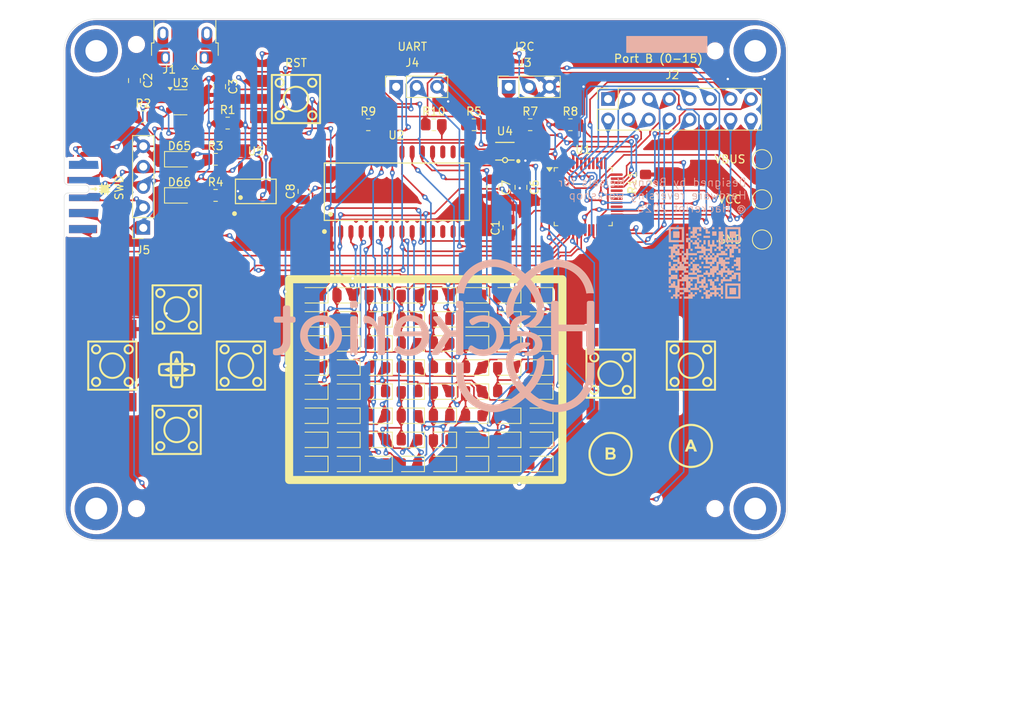
<source format=kicad_pcb>
(kicad_pcb (version 20241229) (generator "pcbnew") (generator_version "9.0")
  (layers (0 "F.Cu" signal) (2 "B.Cu" signal) (13 "F.Paste" user) (15 "B.Paste" user) (5 "F.SilkS" user "F.Silkscreen") (7 "B.SilkS" user "B.Silkscreen") (1 "F.Mask" user) (3 "B.Mask" user) (25 "Edge.Cuts" user))
  (net 0 "")
  (net 1 "GND")
  (net 2 "nRST")
  (net 3 "VBUS")
  (net 4 "VCC")
  (net 5 "ROW0")
  (net 6 "COM0")
  (net 7 "ROW1")
  (net 8 "ROW2")
  (net 9 "ROW3")
  (net 10 "ROW4")
  (net 11 "ROW5")
  (net 12 "ROW6")
  (net 13 "ROW7")
  (net 14 "COM1")
  (net 15 "COM2")
  (net 16 "COM3")
  (net 17 "COM4")
  (net 18 "COM5")
  (net 19 "COM6")
  (net 20 "COM7")
  (net 21 "Net-(D65-K)")
  (net 22 "Net-(D66-K)")
  (net 27 "PB5")
  (net 28 "PB13")
  (net 29 "PB14")
  (net 30 "PB12")
  (net 31 "PB15")
  (net 32 "PB8")
  (net 33 "PB10")
  (net 34 "PB11")
  (net 35 "PB0")
  (net 36 "PB9")
  (net 37 "PB6")
  (net 38 "PB2")
  (net 39 "PB3")
  (net 40 "PB1")
  (net 41 "PB7")
  (net 42 "PB4")
  (net 43 "SDA")
  (net 44 "SCL")
  (net 45 "DEBUG_UART_RX")
  (net 46 "DEBUG_UART_TX")
  (net 47 "SWDIO")
  (net 48 "SWCLK{slash}BOOT0")
  (net 52 "Net-(U3-EN)")
  (net 53 "Net-(U4-EN)")
  (net 54 "SDA_5V")
  (net 55 "SCL_5V")
  (net 60 "A_Button")
  (net 61 "B_Button")
  (net 64 "Up_Button")
  (net 67 "Down_Button")
  (net 70 "Left_Button")
  (net 74 "Right_Button")
  (footprint "Package_TO_SOT_SMD:SOT-23-5" (layer "F.Cu") (at 64.4875 38.2)
    (property "Reference" "U3")
    (property "Value" "AP2112K-3.3")
  )
  (footprint "Resistor_SMD:R_0805_2012Metric_Pad1.20x1.40mm_HandSolder" (layer "F.Cu") (at 68.85 45.3)
    (property "Reference" "R3")
    (property "Value" "500")
  )
  (footprint "hackeriot_board_2025:DebugEdge_2x05_Target" (layer "F.Cu") (at 50 50 -90)
    (property "Reference" "J6" (hide yes))
    (property "Value" "DebugEdge_02x05" (hide yes))
    (fp_line (start -3 0) (end -2 0) (stroke (width 0.05)) (layer "Edge.Cuts"))
    (fp_line (start 0 0) (end 3 0) (stroke (width 0.05)) (layer "Edge.Cuts"))
    (fp_line (start -0.5 -0.5) (end -0.5 -2.6) (stroke (width 0.05)) (layer "Edge.Cuts"))
    (fp_line (start -1.5 -2.6) (end -1.5 -0.5) (stroke (width 0.05)) (layer "Edge.Cuts"))
    (fp_arc (start 0 0) (mid -0.353553 -0.146447) (end -0.5 -0.5) (stroke (width 0.05)) (layer "Edge.Cuts"))
    (fp_arc (start -1.5 -0.5) (mid -1.646447 -0.146447) (end -2 0) (stroke (width 0.05)) (layer "Edge.Cuts"))
    (fp_arc (start -1.5 -2.6) (mid -1 -3.1) (end -0.5 -2.6) (stroke (width 0.05)) (layer "Edge.Cuts"))
  )
  (footprint "LED_SMD:LED_0805_2012Metric_Pad1.15x1.40mm_HandSolder" (layer "F.Cu") (at 64.35 45.3)
    (property "Reference" "D65")
    (property "Value" "LED")
  )
  (footprint "hackeriot_board_2025:SSOP-8_L2.0-W2.3-P0.50-LS3.1-BR" (layer "F.Cu") (at 104.85 44.3)
    (property "Reference" "U4")
    (property "Value" "PCA9306DCUR")
  )
  (footprint "LED_SMD:LED_0805_2012Metric_Pad1.15x1.40mm_HandSolder" (layer "F.Cu") (at 108.9775 65.2391 180)
    (property "Reference" "D16" (hide yes))
    (property "Value" "LED")
  )
  (footprint "LED_SMD:LED_0805_2012Metric_Pad1.15x1.40mm_HandSolder" (layer "F.Cu") (at 88.9775 80.2391 180)
    (property "Reference" "D51" (hide yes))
    (property "Value" "LED")
  )
  (footprint "LED_SMD:LED_0805_2012Metric_Pad1.15x1.40mm_HandSolder" (layer "F.Cu") (at 84.9775 65.2391 180)
    (property "Reference" "D10" (hide yes))
    (property "Value" "LED")
  )
  (footprint "LED_SMD:LED_0805_2012Metric_Pad1.15x1.40mm_HandSolder" (layer "F.Cu") (at 92.9775 62.2391 180)
    (property "Reference" "D4" (hide yes))
    (property "Value" "LED")
  )
  (footprint "hackeriot_board_2025:SW-SMD_4P-L6.0-W6.0-P4.50-LS9.0-2" (layer "F.Cu") (at 118 72 90)
    (property "Reference" "SW3" (hide yes))
    (property "Value" "SW_Push")
  )
  (footprint "TestPoint:TestPoint_Pad_D2.0mm" (layer "F.Cu") (at 136.85 50.3)
    (property "Reference" "TP2" (hide yes))
    (property "Value" "TestPoint_Probe")
  )
  (footprint "LOGO" (layer "F.Cu") (at 128 81)
    (property "Reference" "G3" (hide yes))
    (property "Value" "LOGO" (hide yes))
  )
  (footprint "TestPoint:TestPoint_Pad_D2.0mm" (layer "F.Cu") (at 136.85 45.3)
    (property "Reference" "TP1" (hide yes))
    (property "Value" "TestPoint_Probe")
  )
  (footprint "LED_SMD:LED_0805_2012Metric_Pad1.15x1.40mm_HandSolder" (layer "F.Cu") (at 104.9775 77.2391 180)
    (property "Reference" "D47" (hide yes))
    (property "Value" "LED")
  )
  (footprint "LED_SMD:LED_0805_2012Metric_Pad1.15x1.40mm_HandSolder" (layer "F.Cu") (at 96.9775 71.2391 180)
    (property "Reference" "D29" (hide yes))
    (property "Value" "LED")
  )
  (footprint "LED_SMD:LED_0805_2012Metric_Pad1.15x1.40mm_HandSolder" (layer "F.Cu") (at 100.9775 80.2391 180)
    (property "Reference" "D54" (hide yes))
    (property "Value" "LED")
  )
  (footprint "LED_SMD:LED_0805_2012Metric_Pad1.15x1.40mm_HandSolder" (layer "F.Cu") (at 104.9775 62.2391 180)
    (property "Reference" "D7" (hide yes))
    (property "Value" "LED")
  )
  (footprint "LED_SMD:LED_0805_2012Metric_Pad1.15x1.40mm_HandSolder" (layer "F.Cu") (at 80.9775 68.2391 180)
    (property "Reference" "D17" (hide yes))
    (property "Value" "LED")
  )
  (footprint "LED_SMD:LED_0805_2012Metric_Pad1.15x1.40mm_HandSolder" (layer "F.Cu") (at 100.9775 65.2391 180)
    (property "Reference" "D14" (hide yes))
    (property "Value" "LED")
  )
  (footprint "LED_SMD:LED_0805_2012Metric_Pad1.15x1.40mm_HandSolder" (layer "F.Cu") (at 84.9775 74.2391 180)
    (property "Reference" "D34" (hide yes))
    (property "Value" "LED")
  )
  (footprint "LED_SMD:LED_0805_2012Metric_Pad1.15x1.40mm_HandSolder" (layer "F.Cu") (at 88.9775 77.2391 180)
    (property "Reference" "D43" (hide yes))
    (property "Value" "LED")
  )
  (footprint "LED_SMD:LED_0805_2012Metric_Pad1.15x1.40mm_HandSolder" (layer "F.Cu") (at 80.9775 83.2391 180)
    (property "Reference" "D57" (hide yes))
    (property "Value" "LED")
  )
  (footprint "Resistor_SMD:R_0805_2012Metric_Pad1.20x1.40mm_HandSolder" (layer "F.Cu") (at 68.85 49.8)
    (property "Reference" "R4")
    (property "Value" "1K")
  )
  (footprint "Resistor_SMD:R_0805_2012Metric_Pad1.20x1.40mm_HandSolder" (layer "F.Cu") (at 96 41)
    (property "Reference" "R10")
    (property "Value" "10k")
  )
  (footprint "hackeriot_board_2025:SW-SMD_4P-L6.0-W6.0-P4.50-LS9.0-2" (layer "F.Cu") (at 72 71 90)
    (property "Reference" "SW7" (hide yes))
    (property "Value" "SW_Push")
  )
  (footprint "LED_SMD:LED_0805_2012Metric_Pad1.15x1.40mm_HandSolder" (layer "F.Cu") (at 96.9775 77.2391 180)
    (property "Reference" "D45" (hide yes))
    (property "Value" "LED")
  )
  (footprint "LED_SMD:LED_0805_2012Metric_Pad1.15x1.40mm_HandSolder" (layer "F.Cu") (at 92.9775 65.2391 180)
    (property "Reference" "D12" (hide yes))
    (property "Value" "LED")
  )
  (footprint "LED_SMD:LED_0805_2012Metric_Pad1.15x1.40mm_HandSolder" (layer "F.Cu") (at 96.9775 68.2391 180)
    (property "Reference" "D21" (hide yes))
    (property "Value" "LED")
  )
  (footprint "LED_SMD:LED_0805_2012Metric_Pad1.15x1.40mm_HandSolder" (layer "F.Cu") (at 80.9775 80.2391 180)
    (property "Reference" "D49" (hide yes))
    (property "Value" "LED")
  )
  (footprint "MountingHole:MountingHole_2.7mm_M2.5_Pad" (layer "F.Cu") (at 136 88.8)
    (property "Reference" "mh4" (hide yes))
    (property "Value" "MountingHole_2.7mm_M2.5_Pad")
  )
  (footprint "LED_SMD:LED_0805_2012Metric_Pad1.15x1.40mm_HandSolder" (layer "F.Cu") (at 88.9775 65.2391 180)
    (property "Reference" "D11" (hide yes))
    (property "Value" "LED")
  )
  (footprint "LED_SMD:LED_0805_2012Metric_Pad1.15x1.40mm_HandSolder" (layer "F.Cu") (at 88.9775 74.2391 180)
    (property "Reference" "D35" (hide yes))
    (property "Value" "LED")
  )
  (footprint "hackeriot_board_2025:SOIC-8_L4.9-W3.9-P1.27-LS6.0-BL" (layer "F.Cu") (at 73.85 49.3)
    (property "Reference" "U5")
    (property "Value" "AT24C256C-SSHL-T")
  )
  (footprint "Package_QFP:LQFP-48_7x7mm_P0.5mm" (layer "F.Cu") (at 114.6 49.9625)
    (property "Reference" "U1")
    (property "Value" "STM32G030C8Tx")
  )
  (footprint "LED_SMD:LED_0805_2012Metric_Pad1.15x1.40mm_HandSolder" (layer "F.Cu") (at 80.9775 74.2391 180)
    (property "Reference" "D33" (hide yes))
    (property "Value" "LED")
  )
  (footprint "Connector_PinSocket_2.54mm:PinSocket_2x08_P2.54mm_Vertical" (layer "F.Cu") (at 117.69 37.8 90)
    (property "Reference" "J2")
    (property "Value" "Conn_02x08_Odd_Even")
  )
  (footprint "hackeriot_board_2025:SW-SMD_4P-L6.0-W6.0-P4.50-LS9.0-2" (layer "F.Cu") (at 64 79 90)
    (property "Reference" "SW5" (hide yes))
    (property "Value" "SW_Push")
  )
  (footprint "hackeriot_board_2025:SOP-28_L17.9-W7.5-P1.27-LS10.3-BL" (layer "F.Cu") (at 91.41 49.34)
    (property "Reference" "U2")
    (property "Value" "HT16K33A-28SOP")
  )
  (footprint "Resistor_SMD:R_0805_2012Metric_Pad1.20x1.40mm_HandSolder" (layer "F.Cu") (at 122.35 48.2 90)
    (property "Reference" "R11")
    (property "Value" "10k")
  )
  (footprint "LED_SMD:LED_0805_2012Metric_Pad1.15x1.40mm_HandSolder" (layer "F.Cu") (at 96.9775 80.2391 180)
    (property "Reference" "D53" (hide yes))
    (property "Value" "LED")
  )
  (footprint "LED_SMD:LED_0805_2012Metric_Pad1.15x1.40mm_HandSolder" (layer "F.Cu") (at 100.9775 83.2391 180)
    (property "Reference" "D62" (hide yes))
    (property "Value" "LED")
  )
  (footprint "Resistor_SMD:R_0805_2012Metric_Pad1.20x1.40mm_HandSolder" (layer "F.Cu") (at 108 41)
    (property "Reference" "R7")
    (property "Value" "10k")
  )
  (footprint "LED_SMD:LED_0805_2012Metric_Pad1.15x1.40mm_HandSolder" (layer "F.Cu") (at 64.35 49.8)
    (property "Reference" "D66")
    (property "Value" "LED")
  )
  (footprint "LED_SMD:LED_0805_2012Metric_Pad1.15x1.40mm_HandSolder" (layer "F.Cu") (at 108.9775 71.2391 180)
    (property "Reference" "D32" (hide yes))
    (property "Value" "LED")
  )
  (footprint "LED_SMD:LED_0805_2012Metric_Pad1.15x1.40mm_HandSolder" (layer "F.Cu") (at 92.9775 83.2391 180)
    (property "Reference" "D60" (hide yes))
    (property "Value" "LED")
  )
  (footprint "LED_SMD:LED_0805_2012Metric_Pad1.15x1.40mm_HandSolder" (layer "F.Cu") (at 92.9775 68.2391 180)
    (property "Reference" "D20" (hide yes))
    (property "Value" "LED")
  )
  (footprint "Capacitor_SMD:C_0805_2012Metric_Pad1.18x1.45mm_HandSolder" (layer "F.Cu") (at 105.35 53.8375 90)
    (property "Reference" "C1")
    (property "Value" "100 nF")
  )
  (footprint "LED_SMD:LED_0805_2012Metric_Pad1.15x1.40mm_HandSolder" (layer "F.Cu") (at 80.9775 65.2391 180)
    (property "Reference" "D9" (hide yes))
    (property "Value" "LED")
  )
  (footprint "LED_SMD:LED_0805_2012Metric_Pad1.15x1.40mm_HandSolder" (layer "F.Cu") (at 84.9775 77.2391 180)
    (property "Reference" "D42" (hide yes))
    (property "Value" "LED")
  )
  (footprint "LED_SMD:LED_0805_2012Metric_Pad1.15x1.40mm_HandSolder" (layer "F.Cu") (at 108.9775 80.2391 180)
    (property "Reference" "D56" (hide yes))
    (property "Value" "LED")
  )
  (footprint "LED_SMD:LED_0805_2012Metric_Pad1.15x1.40mm_HandSolder" (layer "F.Cu") (at 88.9775 83.2391 180)
    (property "Reference" "D59" (hide yes))
    (property "Value" "LED")
  )
  (footprint "hackeriot_board_2025:Tooling Hole" (layer "F.Cu") (at 131 31.8)
    (property "Reference" "TH2" (hide yes))
    (property "Value" "Tooling Hole")
  )
  (footprint "LED_SMD:LED_0805_2012Metric_Pad1.15x1.40mm_HandSolder" (layer "F.Cu") (at 88.9775 68.2391 180)
    (property "Reference" "D19" (hide yes))
    (property "Value" "LED")
  )
  (footprint "hackeriot_board_2025:Tooling Hole" (layer "F.Cu") (at 59 88.8)
    (property "Reference" "TH4" (hide yes))
    (property "Value" "Tooling Hole")
  )
  (footprint "LED_SMD:LED_0805_2012Metric_Pad1.15x1.40mm_HandSolder" (layer "F.Cu") (at 100.9775 71.2391 180)
    (property "Reference" "D30" (hide yes))
    (property "Value" "LED")
  )
  (footprint "Capacitor_SMD:C_0805_2012Metric_Pad1.18x1.45mm_HandSolder" (layer "F.Cu") (at 106.85 48.8 -90)
    (property "Reference" "C6")
    (property "Value" "100 nF")
  )
  (footprint "LED_SMD:LED_0805_2012Metric_Pad1.15x1.40mm_HandSolder" (layer "F.Cu") (at 108.9775 74.2391 180)
    (property "Reference" "D40" (hide yes))
    (property "Value" "LED")
  )
  (footprint "LED_SMD:LED_0805_2012Metric_Pad1.15x1.40mm_HandSolder" (layer "F.Cu") (at 104.9775 71.2391 180)
    (property "Reference" "D31" (hide yes))
    (property "Value" "LED")
  )
  (footprint "hackeriot_board_2025:SW-SMD_4P-L6.0-W6.0-P4.50-LS9.0-2" (layer "F.Cu") (at 64 64 90)
    (property "Reference" "SW4" (hide yes))
    (property "Value" "SW_Push")
  )
  (footprint "LED_SMD:LED_0805_2012Metric_Pad1.15x1.40mm_HandSolder" (layer "F.Cu") (at 84.9775 80.2391 180)
    (property "Reference" "D50" (hide yes))
    (property "Value" "LED")
  )
  (footprint "LED_SMD:LED_0805_2012Metric_Pad1.15x1.40mm_HandSolder" (layer "F.Cu") (at 100.9775 74.2391 180)
    (property "Reference" "D38" (hide yes))
    (property "Value" "LED")
  )
  (footprint "MountingHole:MountingHole_2.7mm_M2.5_Pad" (layer "F.Cu") (at 136 31.8)
    (property "Reference" "mh3" (hide yes))
    (property "Value" "MountingHole_2.7mm_M2.5_Pad")
  )
  (footprint "hackeriot_board_2025:Tooling Hole" (layer "F.Cu") (at 59 31)
    (property "Reference" "TH1" (hide yes))
    (property "Value" "Tooling Hole")
  )
  (footprint "TestPoint:TestPoint_Pad_D2.0mm" (layer "F.Cu") (at 136.85 55.3)
    (property "Reference" "TP3" (hide yes))
    (property "Value" "TestPoint_Probe")
  )
  (footprint "LED_SMD:LED_0805_2012Metric_Pad1.15x1.40mm_HandSolder" (layer "F.Cu") (at 88.9775 71.2391 180)
    (property "Reference" "D27" (hide yes))
    (property "Value" "LED")
  )
  (footprint "LED_SMD:LED_0805_2012Metric_Pad1.15x1.40mm_HandSolder" (layer "F.Cu") (at 84.9775 68.2391 180)
    (property "Reference" "D18" (hide yes))
    (property "Value" "LED")
  )
  (footprint "LED_SMD:LED_0805_2012Metric_Pad1.15x1.40mm_HandSolder" (layer "F.Cu") (at 100.9775 77.2391 180)
    (property "Reference" "D46" (hide yes))
    (property "Value" "LED")
  )
  (footprint "Capacitor_SMD:C_0805_2012Metric_Pad1.18x1.45mm_HandSolder" (layer "F.Cu") (at 58.75 35.5 -90)
    (property "Reference" "C2")
    (property "Value" "1uF")
  )
  (footprint "LED_SMD:LED_0805_2012Metric_Pad1.15x1.40mm_HandSolder" (layer "F.Cu") (at 100.9775 68.2391 180)
    (property "Reference" "D22" (hide yes))
    (property "Value" "LED")
  )
  (footprint "Connector_PinSocket_2.54mm:PinSocket_1x03_P2.54mm_Vertical" (layer "F.Cu") (at 105.325 36.275 90)
    (property "Reference" "J3")
    (property "Value" "Conn_01x03_Socket")
  )
  (footprint "LED_SMD:LED_0805_2012Metric_Pad1.15x1.40mm_HandSolder" (layer "F.Cu") (at 108.9775 83.2391 180)
    (property "Reference" "D64" (hide yes))
    (property "Value" "LED")
  )
  (footprint "LED_SMD:LED_0805_2012Metric_Pad1.15x1.40mm_HandSolder" (layer "F.Cu") (at 104.9775 83.2391 180)
    (property "Reference" "D63" (hide yes))
    (property "Value" "LED")
  )
  (footprint "Capacitor_SMD:C_0805_2012Metric_Pad1.18x1.45mm_HandSolder" (layer "F.Cu") (at 103.35 48.8375 -90)
    (property "Reference" "C7")
    (property "Value" "4.7 uF")
  )
  (footprint "hackeriot_board_2025:Tooling Hole" (layer "F.Cu") (at 131 88.8)
    (property "Reference" "TH3" (hide yes))
    (property "Value" "Tooling Hole")
  )
  (footprint "hackeriot_board_2025:SW-SMD_4P-L6.0-W6.0-P4.50-LS9.0-2" (layer "F.Cu") (at 56 71 90)
    (property "Reference" "SW6" (hide yes))
    (property "Value" "SW_Push")
  )
  (footprint "hackeriot_board_2025:SW-SMD_4P-L6.0-W6.0-P4.50-LS9.0-2" (layer "F.Cu") (at 128 71 90)
    (property "Reference" "SW2" (hide yes))
    (property "Value" "SW_Push")
  )
  (footprint "LED_SMD:LED_0805_2012Metric_Pad1.15x1.40mm_HandSolder" (layer "F.Cu") (at 84.9775 62.2391 180)
    (property "Reference" "D2" (hide yes))
    (property "Value" "LED")
  )
  (footprint "LED_SMD:LED_0805_2012Metric_Pad1.15x1.40mm_HandSolder" (layer "F.Cu") (at 96.9775 74.2391 180)
    (property "Reference" "D37" (hide yes))
    (property "Value" "LED")
  )
  (footprint "LED_SMD:LED_0805_2012Metric_Pad1.15x1.40mm_HandSolder" (layer "F.Cu") (at 92.9775 80.2391 180)
    (property "Reference" "D52" (hide yes))
    (property "Value" "LED")
  )
  (footprint "LED_SMD:LED_0805_2012Metric_Pad1.15x1.40mm_HandSolder" (layer "F.Cu") (at 104.9775 65.2391 180)
    (property "Reference" "D15" (hide yes))
    (property "Value" "LED")
  )
  (footprint "LED_SMD:LED_0805_2012Metric_Pad1.15x1.40mm_HandSolder" (layer "F.Cu") (at 108.9775 77.2391 180)
    (property "Reference" "D48" (hide yes))
    (property "Value" "LED")
  )
  (footprint "LOGO" (layer "F.Cu") (at 64 71.5)
    (property "Reference" "G5" (hide yes))
    (property "Value" "LOGO" (hide yes))
  )
  (footprint "LED_SMD:LED_0805_2012Metric_Pad1.15x1.40mm_HandSolder" (layer "F.Cu") (at 84.9775 83.2391 180)
    (property "Reference" "D58" (hide yes))
    (property "Value" "LED")
  )
  (footprint "LED_SMD:LED_0805_2012Metric_Pad1.15x1.40mm_HandSolder" (layer "F.Cu") (at 104.9775 80.2391 180)
    (property "Reference" "D55" (hide yes))
    (property "Value" "LED")
  )
  (footprint "LED_SMD:LED_0805_2012Metric_Pad1.15x1.40mm_HandSolder" (layer "F.Cu") (at 96.9775 65.2391 180)
    (property "Reference" "D13" (hide yes))
    (property "Value" "LED")
  )
  (footprint "LED_SMD:LED_0805_2012Metric_Pad1.15x1.40mm_HandSolder" (layer "F.Cu") (at 100.9775 62.2391 180)
    (property "Reference" "D6" (hide yes))
    (property "Value" "LED")
  )
  (footprint "Connector_PinSocket_2.54mm:PinSocket_1x05_P2.54mm_Vertical" (layer "F.Cu") (at 59.85 53.84 180)
    (property "Reference" "J5")
    (property "Value" "Conn_01x05_Socket")
  )
  (footprint "Connector_USB:USB_Micro-B_Amphenol_10103594-0001LF_Horizontal" (layer "F.Cu") (at 65 30.75 180)
    (property "Reference" "J1")
    (property "Value" "USB_B_Micro")
  )
  (footprint "LED_SMD:LED_0805_2012Metric_Pad1.15x1.40mm_HandSolder" (layer "F.Cu") (at 92.9775 71.2391 180)
    (property "Reference" "D28" (hide yes))
    (property "Value" "LED")
  )
  (footprint "Resistor_SMD:R_0805_2012Metric_Pad1.20x1.40mm_HandSolder" (layer "F.Cu") (at 70.35 40.8)
    (property "Reference" "R1")
    (property "Value" "10K")
  )
  (footprint "LED_SMD:LED_0805_2012Metric_Pad1.15x1.40mm_HandSolder" (layer "F.Cu") (at 88.9775 62.2391 180)
    (property "Reference" "D3" (hide yes))
    (property "Value" "LED")
  )
  (footprint "LED_SMD:LED_0805_2012Metric_Pad1.15x1.40mm_HandSolder" (layer "F.Cu") (at 84.9775 71.2391 180)
    (property "Reference" "D26" (hide yes))
    (property "Value" "LED")
  )
  (footprint "LED_SMD:LED_0805_2012Metric_Pad1.15x1.40mm_HandSolder" (layer "F.Cu") (at 104.9775 74.2391 180)
    (property "Reference" "D39" (hide yes))
    (property "Value" "LED")
  )
  (footprint "LED_SMD:LED_0805_2012Metric_Pad1.15x1.40mm_HandSolder" (layer "F.Cu") (at 108.9775 62.2391 180)
    (property "Reference" "D8" (hide yes))
    (property "Value" "LED")
  )
  (footprint "hackeriot_board_2025:SW-SMD_4P-L6.0-W6.0-P4.50-LS9.0-2" (layer "F.Cu") (at 78.85 37.8)
    (property "Reference" "SW1" (hide yes))
    (property "Value" "SW_Push")
  )
  (footprint "Connector_PinSocket_2.54mm:PinSocket_1x03_P2.54mm_Vertical" (layer "F.Cu") (at 91.325 36.275 90)
    (property "Reference" "J4")
    (property "Value" "Conn_01x03_Socket")
  )
  (footprint "Resistor_SMD:R_0805_2012Metric_Pad1.20x1.40mm_HandSolder" (layer "F.Cu") (at 59.85 40)
    (property "Reference" "R2")
    (property "Value" "10K")
  )
  (footprint "Capacitor_SMD:C_0805_2012Metric_Pad1.18x1.45mm_HandSolder" (layer "F.Cu") (at 69.35 36.25 -90)
    (property "Reference" "C3")
    (property "Value" "1uF")
  )
  (footprint "LED_SMD:LED_0805_2012Metric_Pad1.15x1.40mm_HandSolder" (layer "F.Cu") (at 104.9775 68.2391 180)
    (property "Reference" "D23" (hide yes))
    (property "Value" "LED")
  )
  (footprint "LED_SMD:LED_0805_2012Metric_Pad1.15x1.40mm_HandSolder" (layer "F.Cu") (at 80.9775 71.2391 180)
    (property "Reference" "D25" (hide yes))
    (property "Value" "LED")
  )
  (footprint "MountingHole:MountingHole_2.7mm_M2.5_Pad" (layer "F.Cu") (at 54 31.8)
    (property "Reference" "mh1" (hide yes))
    (property "Value" "MountingHole_2.7mm_M2.5_Pad")
  )
  (footprint "LED_SMD:LED_0805_2012Metric_Pad1.15x1.40mm_HandSolder" (layer "F.Cu") (at 96.9775 62.2391 180)
    (property "Reference" "D5" (hide yes))
    (property "Value" "LED")
  )
  (footprint "LED_SMD:LED_0805_2012Metric_Pad1.15x1.40mm_HandSolder" (layer "F.Cu") (at 80.9775 62.2391 180)
    (property "Reference" "D1" (hide yes))
    (property "Value" "LED")
  )
  (footprint "LED_SMD:LED_0805_2012Metric_Pad1.15x1.40mm_HandSolder" (layer "F.Cu") (at 92.9775 74.2391 180)
    (property "Reference" "D36" (hide yes))
    (property "Value" "LED")
  )
  (footprint "LED_SMD:LED_0805_2012Metric_Pad1.15x1.40mm_HandSolder" (layer "F.Cu") (at 96.9775 83.2391 180)
    (property "Reference" "D61" (hide yes))
    (property "Value" "LED")
  )
  (footprint "Resistor_SMD:R_0805_2012Metric_Pad1.20x1.40mm_HandSolder" (layer "F.Cu") (at 87.85 41)
    (property "Reference" "R9")
    (property "Value" "10k")
  )
  (footprint "LOGO" (layer "F.Cu") (at 118 82)
    (property "Reference" "G4" (hide yes))
    (property "Value" "LOGO" (hide yes))
  )
  (footprint "Resistor_SMD:R_0805_2012Metric_Pad1.20x1.40mm_HandSolder" (layer "F.Cu") (at 113 41)
    (property "Reference" "R8")
    (property "Value" "10k")
  )
  (footprint "MountingHole:MountingHole_2.7mm_M2.5_Pad" (layer "F.Cu") (at 54 88.8)
    (property "Reference" "MH2" (hide yes))
    (property "Value" "MountingHole_2.7mm_M2.5_Pad")
  )
  (footprint "LED_SMD:LED_0805_2012Metric_Pad1.15x1.40mm_HandSolder" (layer "F.Cu") (at 108.9775 68.2391 180)
    (property "Reference" "D24" (hide yes))
    (property "Value" "LED")
  )
  (footprint "Resistor_SMD:R_0805_2012Metric_Pad1.20x1.40mm_HandSolder" (layer "F.Cu") (at 101 41)
    (property "Reference" "R5")
    (property "Value" "200K")
  )
  (footprint "LED_SMD:LED_0805_2012Metric_Pad1.15x1.40mm_HandSolder" (layer "F.Cu") (at 80.9775 77.2391 180)
    (property "Reference" "D41" (hide yes))
    (property "Value" "LED")
  )
  (footprint "LED_SMD:LED_0805_2012Metric_Pad1.15x1.40mm_HandSolder" (layer "F.Cu") (at 92.9775 77.2391 180)
    (property "Reference" "D44" (hide yes))
    (property "Value" "LED")
  )
  (footprint "Capacitor_SMD:C_0805_2012Metric_Pad1.18x1.45mm_HandSolder" (layer "F.Cu") (at 79.85 49.3 90)
    (property "Reference" "C8")
    (property "Value" "100 nF")
  )
  (footprint "LOGO" (layer "B.Cu") (at 95.9775 67.279125 180)
    (property "Reference" "G2" (hide yes))
    (property "Value" "LOGO" (hide yes))
  )
  (footprint "LOGO" (layer "B.Cu") (at 129.7 58.2 180)
    (property "Reference" "G1" (hide yes))
    (property "Value" "LOGO" (hide yes))
  )
  (gr_rect (start 78 60.239125) (end 112 85.239125) (stroke (width 1)) (fill no) (layer "F.SilkS"))
  (gr_rect (start 120 30) (end 130 32) (stroke (width 0.1)) (fill yes) (layer "B.SilkS"))
  (gr_line (start 140 31.8) (end 140 88.8) (stroke (width 0.05)) (layer "Edge.Cuts"))
  (gr_line (start 54 27.8) (end 136 27.8) (stroke (width 0.05)) (layer "Edge.Cuts"))
  (gr_arc (start 140 88.8) (mid 138.828427 91.628427) (end 136 92.8) (stroke (width 0.05)) (layer "Edge.Cuts"))
  (gr_line (start 54 92.8) (end 136 92.8) (stroke (width 0.05)) (layer "Edge.Cuts"))
  (gr_line (start 50 53) (end 50 88.8) (stroke (width 0.05)) (layer "Edge.Cuts"))
  (gr_arc (start 54 92.8) (mid 51.171573 91.628427) (end 50 88.8) (stroke (width 0.05)) (layer "Edge.Cuts"))
  (gr_arc (start 50 31.8) (mid 51.171573 28.971573) (end 54 27.8) (stroke (width 0.05)) (layer "Edge.Cuts"))
  (gr_line (start 50 31.8) (end 50 47) (stroke (width 0.05)) (layer "Edge.Cuts"))
  (gr_arc (start 136 27.8) (mid 138.828427 28.971573) (end 140 31.8) (stroke (width 0.05)) (layer "Edge.Cuts"))
  (gr_text "Designed by Benny Meisels for\nHardware reversing workshop\n@ Hackeriot 2025" (at 135 52 0) (layer "B.SilkS") (effects (font (size 1 1) (thickness 0.1)) (justify left bottom mirror)))
  (segment (start 106.2 45.05) (end 106.977 45.05) (width 0.2) (layer "F.Cu") (net 1))
  (segment (start 81.9483 40.05) (end 79.1858 37.2875) (width 0.2) (layer "F.Cu") (net 1))
  (segment (start 138.151 53.999) (end 136.85 55.3) (width 0.2) (layer "F.Cu") (net 1))
  (segment (start 106.7 48.9) (end 106.7 49.6875) (width 0.2) (layer "F.Cu") (net 1))
  (segment (start 62.7476 64.4988) (end 62.6529 64.4988) (width 0.2) (layer "F.Cu") (net 1))
  (segment (start 62.1535 64.9982) (end 58.25 64.9982) (width 0.2) (layer "F.Cu") (net 1))
  (segment (start 83.16 54.3) (end 83.16 53.1883) (width 0.2) (layer "F.Cu") (net 1))
  (segment (start 130.25 67.9017) (end 130.25 66.45) (width 0.2) (layer "F.Cu") (net 1))
  (segment (start 75.75 52.8155) (end 75.75 53.3967) (width 0.2) (layer "F.Cu") (net 1))
  (segment (start 69.35 37.2875) (end 68.4375 38.2) (width 0.2) (layer "F.Cu") (net 1))
  (segment (start 106.977 45.05) (end 107.4 45.4732) (width 0.2) (layer "F.Cu") (net 1))
  (segment (start 58.75 36.5375) (end 58.75 38.2) (width 0.2) (layer "F.Cu") (net 1))
  (segment (start 136.85 55.3) (end 136.85 54.9517) (width 0.2) (layer "F.Cu") (net 1))
  (segment (start 75.9972 53.3967) (end 76.2056 53.1883) (width 0.2) (layer "F.Cu") (net 1))
  (segment (start 63.725 33.6417) (end 63.637 33.7297) (width 0.2) (layer "F.Cu") (net 1))
  (segment (start 106.85 49.8375) (end 105.946 49.8375) (width 0.2) (layer "F.Cu") (net 1))
  (segment (start 71.104 49.8) (end 71.628 49.276) (width 0.2) (layer "F.Cu") (net 1))
  (segment (start 136.85 55.3) (end 136.85 56.7334) (width 0.2) (layer "F.Cu") (net 1))
  (segment (start 75.4183 53.065) (end 75.6678 52.8155) (width 0.2) (layer "F.Cu") (net 1))
  (segment (start 111.212 49.2125) (end 111.48 49.4812) (width 0.2) (layer "F.Cu") (net 1))
  (segment (start 63.725 32.515) (end 63.725 33.6417) (width 0.2) (layer "F.Cu") (net 1))
  (segment (start 109.242 35.1116) (end 110.405 36.275) (width 0.2) (layer "F.Cu") (net 1))
  (segment (start 80.9157 50.8745) (end 80.9157 49.5588) (width 0.2) (layer "F.Cu") (net 1))
  (segment (start 79.85 48.2625) (end 73.22 48.2625) (width 0.2) (layer "F.Cu") (net 1))
  (segment (start 79.1858 37.2875) (end 69.35 37.2875) (width 0.2) (layer "F.Cu") (net 1))
  (segment (start 75.4183 53.065) (end 75.0866 53.3967) (width 0.2) (layer "F.Cu") (net 1))
  (segment (start 83.5483 52.8) (end 83.16 53.1883) (width 0.2) (layer "F.Cu") (net 1))
  (segment (start 105.35 52.8) (end 83.5483 52.8) (width 0.2) (layer "F.Cu") (net 1))
  (segment (start 111.374 35.306) (end 132.588 35.306) (width 0.2) (layer "F.Cu") (net 1))
  (segment (start 111.48 49.9474) (end 111.215 50.2125) (width 0.2) (layer "F.Cu") (net 1))
  (segment (start 75.75 53.3967) (end 75.9972 53.3967) (width 0.2) (layer "F.Cu") (net 1))
  (segment (start 71.94 51.4066) (end 72.6033 50.7433) (width 0.2) (layer "F.Cu") (net 1))
  (segment (start 57.92 43.68) (end 53.6 48) (width 0.2) (layer "F.Cu") (net 1))
  (segment (start 80.9157 49.5588) (end 79.85 48.4931) (width 0.2) (layer "F.Cu") (net 1))
  (segment (start 75.75 52.7333) (end 75.4183 53.065) (width 0.2) (layer "F.Cu") (net 1))
  (segment (start 71.294 70.8577) (end 74.25 67.9017) (width 0.2) (layer "F.Cu") (net 1))
  (segment (start 120.25 68.9017) (end 129.25 68.9017) (width 0.2) (layer "F.Cu") (net 1))
  (segment (start 69.9467 45.2033) (end 73.22 45.2033) (width 0.2) (layer "F.Cu") (net 1))
  (segment (start 111.48 49.4812) (end 111.48 49.9474) (width 0.2) (layer "F.Cu") (net 1))
  (segment (start 74.48 52.7333) (end 73.8166 53.3967) (width 0.2) (layer "F.Cu") (net 1))
  (segment (start 66.25 59.45) (end 66.25 60.1758) (width 0.2) (layer "F.Cu") (net 1))
  (segment (start 69.85 49.8) (end 71.104 49.8) (width 0.2) (layer "F.Cu") (net 1))
  (segment (start 105.908 50.2125) (end 105.908 52.2418) (width 0.2) (layer "F.Cu") (net 1))
  (segment (start 74.48 53.3967) (end 74.48 52.7333) (width 0.2) (layer "F.Cu") (net 1))
  (segment (start 62.6529 64.4988) (end 62.1535 64.9982) (width 0.2) (layer "F.Cu") (net 1))
  (segment (start 106.7 49.6875) (end 106.85 49.8375) (width 0.2) (layer "F.Cu") (net 1))
  (segment (start 57.7081 35.4956) (end 58.75 36.5375) (width 0.2) (layer "F.Cu") (net 1))
  (segment (start 73.22 50.7433) (end 73.22 52.07) (width 0.2) (layer "F.Cu") (net 1))
  (segment (start 136.85 56.7334) (end 130.25 56.7334) (width 0.2) (layer "F.Cu") (net 1))
  (segment (start 136.85 54.9517) (end 129.098 47.2) (width 0.2) (layer "F.Cu") (net 1))
  (segment (start 68.4375 38.2) (end 63.35 38.2) (width 0.2) (layer "F.Cu") (net 1))
  (segment (start 137.16 35.306) (end 138.151 36.297) (width 0.2) (layer "F.Cu") (net 1))
  (segment (start 74.25 67.9017) (end 74.25 66.45) (width 0.2) (layer "F.Cu") (net 1))
  (segment (start 71.294 70.8577) (end 65.9727 70.8577) (width 0.2) (layer "F.Cu") (net 1))
  (segment (start 63.637 33.7297) (end 61.043 33.7297) (width 0.2) (layer "F.Cu") (net 1))
  (segment (start 103.35 49.875) (end 105.908 49.875) (width 0.2) (layer "F.Cu") (net 1))
  (segment (start 138.151 36.297) (end 138.151 53.999) (width 0.2) (layer "F.Cu") (net 1))
  (segment (start 105.908 52.2418) (end 105.35 52.8) (width 0.2) (layer "F.Cu") (net 1))
  (segment (start 105.908 49.875) (end 105.908 50.2125) (width 0.2) (layer "F.Cu") (net 1))
  (segment (start 71.94 52.07) (end 71.94 51.4066) (width 0.2) (layer "F.Cu") (net 1))
  (segment (start 130.25 56.7334) (end 130.25 66.45) (width 0.2) (layer "F.Cu") (net 1))
  (segment (start 63.35 38.2) (end 58.75 38.2) (width 0.2) (layer "F.Cu") (net 1))
  (segment (start 111.215 50.2125) (end 110.4375 50.2125) (width 0.2) (layer "F.Cu") (net 1))
  (segment (start 75.0866 53.3967) (end 74.48 53.3967) (width 0.2) (layer "F.Cu") (net 1))
  (segment (start 73.22 52.07) (end 73.22 53.3967) (width 0.2) (layer "F.Cu") (net 1))
  (segment (start 72.6033 50.7433) (end 73.22 50.7433) (width 0.2) (layer "F.Cu") (net 1))
  (segment (start 66.6915 60.1758) (end 73.22 53.6473) (width 0.2) (layer "F.Cu") (net 1))
  (segment (start 105.946 49.8375) (end 105.908 49.875) (width 0.2) (layer "F.Cu") (net 1))
  (segment (start 58.75 38.2) (end 57.92 38.2) (width 0.2) (layer "F.Cu") (net 1))
  (segment (start 73.8166 53.3967) (end 73.22 53.3967) (width 0.2) (layer "F.Cu") (net 1))
  (segment (start 57.92 38.2) (end 57.92 43.68) (width 0.2) (layer "F.Cu") (net 1))
  (segment (start 97.5684 35.1116) (end 109.242 35.1116) (width 0.2) (layer "F.Cu") (net 1))
  (segment (start 74.48 52.7333) (end 74.48 52.07) (width 0.2) (layer "F.Cu") (net 1))
  (segment (start 59.85 43.68) (end 57.92 43.68) (width 0.2) (layer "F.Cu") (net 1))
  (segment (start 83.4 40.05) (end 81.9483 40.05) (width 0.2) (layer "F.Cu") (net 1))
  (segment (start 66.25 60.1758) (end 66.25 60.9017) (width 0.2) (layer "F.Cu") (net 1))
  (segment (start 68.23 43.68) (end 59.85 43.68) (width 0.2) (layer "F.Cu") (net 1))
  (segment (start 66.25 74.45) (end 66.25 72.9983) (width 0.2) (layer "F.Cu") (net 1))
  (segment (start 129.25 68.9017) (end 130.25 67.9017) (width 0.2) (layer "F.Cu") (net 1))
  (segment (start 69.85 45.3) (end 68.23 43.68) (width 0.2) (layer "F.Cu") (net 1))
  (segment (start 73.22 48.2625) (end 71.3875 48.2625) (width 0.2) (layer "F.Cu") (net 1))
  (segment (start 114.633 36.2564) (end 110.424 36.2564) (width 0.2) (layer "F.Cu") (net 1))
  (segment (start 110.4375 50.2125) (end 105.908 50.2125) (width 0.2) (layer "F.Cu") (net 1))
  (segment (start 69.85 45.3) (end 69.9467 45.2033) (width 0.2) (layer "F.Cu") (net 1))
  (segment (start 58.083 33.5224) (end 57.7081 33.8973) (width 0.2) (layer "F.Cu") (net 1))
  (segment (start 75.75 50.7433) (end 75.9972 50.7433) (width 0.2) (layer "F.Cu") (net 1))
  (segment (start 79.85 48.4931) (end 79.85 48.2625) (width 0.2) (layer "F.Cu") (net 1))
  (segment (start 120.25 67.45) (end 120.25 68.9017) (width 0.2) (layer "F.Cu") (net 1))
  (segment (start 73.22 48.2625) (end 73.22 46.53) (width 0.2) (layer "F.Cu") (net 1))
  (segment (start 75.75 52.07) (end 75.75 50.7433) (width 0.2) (layer "F.Cu") (net 1))
  (segment (start 76.5299 51.276) (end 80.5142 51.276) (width 0.2) (layer "F.Cu") (net 1))
  (segment (start 76.2056 53.1883) (end 83.16 53.1883) (width 0.2) (layer "F.Cu") (net 1))
  (segment (start 110.424 36.2564) (end 110.405 36.275) (width 0.2) (layer "F.Cu") (net 1))
  (segment (start 96.405 36.275) (end 97.5684 35.1116) (width 0.2) (layer "F.Cu") (net 1))
  (segment (start 129.098 47.2) (end 122.35 47.2) (width 0.2) (layer "F.Cu") (net 1))
  (segment (start 75.75 52.07) (end 75.75 52.8155) (width 0.2) (layer "F.Cu") (net 1))
  (segment (start 75.9972 50.7433) (end 76.5299 51.276) (width 0.2) (layer "F.Cu") (net 1))
  (segment (start 58.25 64.9982) (end 58.25 66.45) (width 0.2) (layer "F.Cu") (net 1))
  (segment (start 66.25 72.9983) (end 69.1534 72.9983) (width 0.2) (layer "F.Cu") (net 1))
  (segment (start 61.043 33.7297) (end 60.8357 33.5224) (width 0.2) (layer "F.Cu") (net 1))
  (segment (start 73.22 45.2033) (end 73.22 46.53) (width 0.2) (layer "F.Cu") (net 1))
  (segment (start 75.6678 52.8155) (end 75.75 52.8155) (width 0.2) (layer "F.Cu") (net 1))
  (segment (start 66.25 60.9017) (end 62.6529 64.4988) (width 0.2) (layer "F.Cu") (net 1))
  (segment (start 110.438 49.2125) (end 111.212 49.2125) (width 0.2) (layer "F.Cu") (net 1))
  (segment (start 66.25 60.1758) (end 66.6915 60.1758) (width 0.2) (layer "F.Cu") (net 1))
  (segment (start 73.22 53.6473) (end 73.22 53.3967) (width 0.2) (layer "F.Cu") (net 1))
  (segment (start 71.3875 48.2625) (end 69.85 49.8) (width 0.2) (layer "F.Cu") (net 1))
  (segment (start 110.405 36.275) (end 111.374 35.306) (width 0.2) (layer "F.Cu") (net 1))
  (segment (start 69.1534 72.9983) (end 71.294 70.8577) (width 0.2) (layer "F.Cu") (net 1))
  (segment (start 60.8357 33.5224) (end 58.083 33.5224) (width 0.2) (layer "F.Cu") (net 1))
  (segment (start 80.5142 51.276) (end 80.9157 50.8745) (width 0.2) (layer "F.Cu") (net 1))
  (segment (start 65.9727 70.8577) (end 65.9034 70.927) (width 0.2) (layer "F.Cu") (net 1))
  (segment (start 57.7081 33.8973) (end 57.7081 35.4956) (width 0.2) (layer "F.Cu") (net 1))
  (via (at 107.4 45.4732) (size 0.6) (drill 0.3) (layers "F.Cu" "B.Cu") (net 1))
  (via (at 114.633 36.2564) (size 0.6) (drill 0.3) (layers "F.Cu" "B.Cu") (net 1))
  (via (at 137.16 35.306) (size 0.6) (drill 0.3) (layers "F.Cu" "B.Cu") (net 1))
  (via (at 97.79 38.1) (size 0.6) (drill 0.3) (layers "F.Cu" "B.Cu") (net 1))
  (via (at 106.7 48.9) (size 0.6) (drill 0.3) (layers "F.Cu" "B.Cu") (net 1))
  (via (at 65.9034 70.927) (size 0.6) (drill 0.3) (layers "F.Cu" "B.Cu") (net 1))
  (via (at 71.628 49.276) (size 0.6) (drill 0.3) (layers "F.Cu" "B.Cu") (net 1))
  (via (at 132.588 35.306) (size 0.6) (drill 0.3) (layers "F.Cu" "B.Cu") (net 1))
  (via (at 62.7476 64.4988) (size 0.6) (drill 0.3) (layers "F.Cu" "B.Cu") (net 1))
  (segment (start 97.79 37.660001) (end 97.79 38.1) (width 0.2) (layer "B.Cu") (net 1))
  (segment (start 107.4 45.4732) (end 106.7 46.1732) (width 0.2) (layer "B.Cu") (net 1))
  (segment (start 106.7 46.1732) (end 106.7 48.9) (width 0.2) (layer "B.Cu") (net 1))
  (segment (start 114.231 40.2876) (end 114.231 42.4676) (width 0.2) (layer "B.Cu") (net 1))
  (segment (start 114.633 36.2564) (end 114.633 39.8859) (width 0.2) (layer "B.Cu") (net 1))
  (segment (start 62.7476 67.7712) (end 62.7476 64.4988) (width 0.2) (layer "B.Cu") (net 1))
  (segment (start 96.404999 36.275) (end 97.79 37.660001) (width 0.2) (layer "B.Cu") (net 1))
  (segment (start 114.633 39.8859) (end 114.231 40.2876) (width 0.2) (layer "B.Cu") (net 1))
  (segment (start 132.588 35.306) (end 137.16 35.306) (width 0.2) (layer "B.Cu") (net 1))
  (segment (start 111.225 45.4732) (end 107.4 45.4732) (width 0.2) (layer "B.Cu") (net 1))
  (segment (start 114.231 42.4676) (end 111.225 45.4732) (width 0.2) (layer "B.Cu") (net 1))
  (segment (start 65.9034 70.927) (end 62.7476 67.7712) (width 0.2) (layer "B.Cu") (net 1))
  (segment (start 72.5505 41.0352) (end 71.5852 41.0352) (width 0.2) (layer "F.Cu") (net 2))
  (segment (start 60.4793 46.8493) (end 70.7851 46.8493) (width 0.2) (layer "F.Cu") (net 2))
  (segment (start 94.3698 55.6339) (end 94.5283 55.4754) (width 0.2) (layer "F.Cu") (net 2))
  (segment (start 94.5283 55.4754) (end 104.75 55.4754) (width 0.2) (layer "F.Cu") (net 2))
  (segment (start 71.5852 41.0352) (end 71.35 40.8) (width 0.2) (layer "F.Cu") (net 2))
  (segment (start 57.2419 46.8941) (end 59.1759 46.8941) (width 0.2) (layer "F.Cu") (net 2))
  (segment (start 82.7522 51.3813) (end 93.8226 51.3813) (width 0.2) (layer "F.Cu") (net 2))
  (segment (start 104.75 55.4754) (end 105.35 54.875) (width 0.2) (layer "F.Cu") (net 2))
  (segment (start 72.1512 35.55) (end 71.709 35.1078) (width 0.2) (layer "F.Cu") (net 2))
  (segment (start 74.3 35.55) (end 72.1512 35.55) (width 0.2) (layer "F.Cu") (net 2))
  (segment (start 93.8226 51.3813) (end 94.1224 51.6811) (width 0.2) (layer "F.Cu") (net 2))
  (segment (start 110.4375 51.7125) (end 110.438 51.7125) (width 0.2) (layer "F.Cu") (net 2))
  (segment (start 83.1779 41.4749) (end 83.1473 41.4443) (width 0.2) (layer "F.Cu") (net 2))
  (segment (start 59.1759 46.8941) (end 59.85 46.22) (width 0.2) (layer "F.Cu") (net 2))
  (segment (start 59.85 46.22) (end 60.4793 46.8493) (width 0.2) (layer "F.Cu") (net 2))
  (segment (start 83.1473 41.4443) (end 72.9596 41.4443) (width 0.2) (layer "F.Cu") (net 2))
  (segment (start 72.9596 41.4443) (end 72.5505 41.0352) (width 0.2) (layer "F.Cu") (net 2))
  (segment (start 105.35 54.875) (end 108.512 51.7125) (width 0.2) (layer "F.Cu") (net 2))
  (segment (start 108.512 51.7125) (end 110.4375 51.7125) (width 0.2) (layer "F.Cu") (net 2))
  (segment (start 70.7851 46.8493) (end 70.9565 46.6779) (width 0.2) (layer "F.Cu") (net 2))
  (via (at 82.7522 51.3813) (size 0.6) (drill 0.3) (layers "F.Cu" "B.Cu") (net 2))
  (via (at 70.9565 46.6779) (size 0.6) (drill 0.3) (layers "F.Cu" "B.Cu") (net 2))
  (via (at 83.1779 41.4749) (size 0.6) (drill 0.3) (layers "F.Cu" "B.Cu") (net 2))
  (via (at 71.709 35.1078) (size 0.6) (drill 0.3) (layers "F.Cu" "B.Cu") (net 2))
  (via (at 57.2419 46.8941) (size 0.6) (drill 0.3) (layers "F.Cu" "B.Cu") (net 2))
  (via (at 72.5505 41.0352) (size 0.6) (drill 0.3) (layers "F.Cu" "B.Cu") (net 2))
  (via (at 94.1224 51.6811) (size 0.6) (drill 0.3) (layers "F.Cu" "B.Cu") (net 2))
  (via (at 94.3698 55.6339) (size 0.6) (drill 0.3) (layers "F.Cu" "B.Cu") (net 2))
  (segment (start 57.2419 47.1742) (end 57.2419 46.8941) (width 0.2) (layer "B.Cu") (net 2))
  (segment (start 52.2083 49.8917) (end 52.1 50) (width 0.2) (layer "B.Cu") (net 2))
  (segment (start 83.1779 50.9556) (end 82.7522 51.3813) (width 0.2) (layer "B.Cu") (net 2))
  (segment (start 83.1779 41.4749) (end 83.1779 50.9556) (width 0.2) (layer "B.Cu") (net 2))
  (segment (start 53.3515 49.8917) (end 52.2083 49.8917) (width 0.2) (layer "B.Cu") (net 2))
  (segment (start 94.3698 51.9285) (end 94.3698 55.6339) (width 0.2) (layer "B.Cu") (net 2))
  (segment (start 72.5505 45.0839) (end 72.5505 41.0352) (width 0.2) (layer "B.Cu") (net 2))
  (segment (start 54.4137 50.0024) (end 57.2419 47.1742) (width 0.2) (layer "B.Cu") (net 2))
  (segment (start 72.5505 35.9493) (end 72.5505 41.0352) (width 0.2) (layer "B.Cu") (net 2))
  (segment (start 70.9565 46.6779) (end 72.5505 45.0839) (width 0.2) (layer "B.Cu") (net 2))
  (segment (start 94.1224 51.6811) (end 94.3698 51.9285) (width 0.2) (layer "B.Cu") (net 2))
  (segment (start 71.709 35.1078) (end 72.5505 35.9493) (width 0.2) (layer "B.Cu") (net 2))
  (segment (start 86.85 41) (end 85.0058 41) (width 0.2) (layer "F.Cu") (net 3))
  (segment (start 77.9517 34.4088) (end 96.257 34.4088) (width 0.2) (layer "F.Cu") (net 3))
  (segment (start 136.85 37.4347) (end 133.933 34.5179) (width 0.2) (layer "F.Cu") (net 3))
  (segment (start 95.2222 35.826) (end 95.2222 39.9776) (width 0.2) (layer "F.Cu") (net 3))
  (segment (start 71.8484 50.3375) (end 74.48 50.3375) (width 0.2) (layer "F.Cu") (net 3))
  (segment (start 95.2222 39.9776) (end 100.978 39.9776) (width 0.2) (layer "F.Cu") (net 3))
  (segment (start 133.933 34.5179) (end 96.5303 34.5179) (width 0.2) (layer "F.Cu") (net 3))
  (segment (start 74.48 49.9684) (end 74.7037 49.7447) (width 0.2) (layer "F.Cu") (net 3))
  (segment (start 95 39.9776) (end 95.2222 39.9776) (width 0.2) (layer "F.Cu") (net 3))
  (segment (start 73.2261 34.0883) (end 73.5466 34.4088) (width 0.2) (layer "F.Cu") (net 3))
  (segment (start 74.48 50.3375) (end 79.85 50.3375) (width 0.2) (layer "F.Cu") (net 3))
  (segment (start 77.1328 34.4088) (end 77.2931 34.5691) (width 0.2) (layer "F.Cu") (net 3))
  (segment (start 64.706 33.6417) (end 65.5155 33.6417) (width 0.2) (layer "F.Cu") (net 3))
  (segment (start 71.3832 50.8027) (end 71.8484 50.3375) (width 0.2) (layer "F.Cu") (net 3))
  (segment (start 63.35 37.25) (end 61.7051 37.25) (width 0.2) (layer "F.Cu") (net 3))
  (segment (start 65.5155 33.6417) (end 65.9621 34.0883) (width 0.2) (layer "F.Cu") (net 3))
  (segment (start 64.2163 34.1314) (end 64.706 33.6417) (width 0.2) (layer "F.Cu") (net 3))
  (segment (start 66.325 33.6417) (end 66.325 32.515) (width 0.2) (layer "F.Cu") (net 3))
  (segment (start 74.48 50.3375) (end 74.48 49.9684) (width 0.2) (layer "F.Cu") (net 3))
  (segment (start 61.6958 42.8458) (end 58.85 40) (width 0.2) (layer "F.Cu") (net 3))
  (segment (start 61.5036 37.0485) (end 61.336 37.0485) (width 0.2) (layer "F.Cu") (net 3))
  (segment (start 95 39.9776) (end 95 41) (width 0.2) (layer "F.Cu") (net 3))
  (segment (start 61.336 37.0485) (end 58.75 34.4625) (width 0.2) (layer "F.Cu") (net 3))
  (segment (start 96.4482 34.6) (end 95.2222 35.826) (width 0.2) (layer "F.Cu") (net 3))
  (segment (start 83.16 42.8458) (end 74.3565 42.8458) (width 0.2) (layer "F.Cu") (net 3))
  (segment (start 96.257 34.4088) (end 96.4482 34.6) (width 0.2) (layer "F.Cu") (net 3))
  (segment (start 86.85 41) (end 87.8724 39.9776) (width 0.2) (layer "F.Cu") (net 3))
  (segment (start 74.3565 42.8458) (end 61.6958 42.8458) (width 0.2) (layer "F.Cu") (net 3))
  (segment (start 73.5466 34.4088) (end 77.1328 34.4088) (width 0.2) (layer "F.Cu") (net 3))
  (segment (start 75.115 43.6043) (end 74.3565 42.8458) (width 0.2) (layer "F.Cu") (net 3))
  (segment (start 77.2931 34.5691) (end 77.7914 34.5691) (width 0.2) (layer "F.Cu") (net 3))
  (segment (start 136.85 45.3) (end 136.85 37.4347) (width 0.2) (layer "F.Cu") (net 3))
  (segment (start 83.16 42.8458) (end 83.16 44.38) (width 0.2) (layer "F.Cu") (net 3))
  (segment (start 75.115 45.0645) (end 75.115 43.6043) (width 0.2) (layer "F.Cu") (net 3))
  (segment (start 87.8724 39.9776) (end 95 39.9776) (width 0.2) (layer "F.Cu") (net 3))
  (segment (start 96.5303 34.5179) (end 96.4482 34.6) (width 0.2) (layer "F.Cu") (net 3))
  (segment (start 85.0058 41) (end 83.16 42.8458) (width 0.2) (layer "F.Cu") (net 3))
  (segment (start 65.5155 33.6417) (end 66.325 33.6417) (width 0.2) (layer "F.Cu") (net 3))
  (segment (start 61.7051 37.25) (end 61.5036 37.0485) (width 0.2) (layer "F.Cu") (net 3))
  (segment (start 65.375 49.8) (end 66.3777 50.8027) (width 0.2) (layer "F.Cu") (net 3))
  (segment (start 66.3777 50.8027) (end 71.3832 50.8027) (width 0.2) (layer "F.Cu") (net 3))
  (segment (start 100.978 39.9776) (end 102 41) (width 0.2) (layer "F.Cu") (net 3))
  (segment (start 77.7914 34.5691) (end 77.9517 34.4088) (width 0.2) (layer "F.Cu") (net 3))
  (segment (start 65.9621 34.0883) (end 73.2261 34.0883) (width 0.2) (layer "F.Cu") (net 3))
  (segment (start 58.75 34.4625) (end 59.0811 34.1314) (width 0.2) (layer "F.Cu") (net 3))
  (segment (start 59.0811 34.1314) (end 64.2163 34.1314) (width 0.2) (layer "F.Cu") (net 3))
  (via (at 75.115 45.0645) (size 0.6) (drill 0.3) (layers "F.Cu" "B.Cu") (net 3))
  (via (at 74.7037 49.7447) (size 0.6) (drill 0.3) (layers "F.Cu" "B.Cu") (net 3))
  (segment (start 74.7037 49.7447) (end 75.115 49.3334) (width 0.2) (layer "B.Cu") (net 3))
  (segment (start 75.115 49.3334) (end 75.115 45.0645) (width 0.2) (layer "B.Cu") (net 3))
  (segment (start 109.625 48.7125) (end 110.4375 48.7125) (width 0.2) (layer "F.Cu") (net 4))
  (segment (start 113.6 48.9) (end 112.868 48.168) (width 0.2) (layer "F.Cu") (net 4))
  (segment (start 115.521 48.9) (end 113.6 48.9) (width 0.2) (layer "F.Cu") (net 4))
  (segment (start 111.087 44.65) (end 110.178 44.65) (width 0.2) (layer "F.Cu") (net 4))
  (segment (start 61.1243 47.9763) (end 66.531 47.9763) (width 0.2) (layer "F.Cu") (net 4))
  (segment (start 110.078 44.55) (end 106.2 44.55) (width 0.2) (layer "F.Cu") (net 4))
  (segment (start 110.178 44.65) (end 110.078 44.55) (width 0.2) (layer "F.Cu") (net 4))
  (segment (start 109.567 39.9769) (end 108.023 39.9769) (width 0.2) (layer "F.Cu") (net 4))
  (segment (start 119.66 44.7615) (end 115.521 48.9) (width 0.2) (layer "F.Cu") (net 4))
  (segment (start 110.302 41) (end 110.302 40.7122) (width 0.2) (layer "F.Cu") (net 4))
  (segment (start 66.0446 44.6304) (end 65.375 45.3) (width 0.2) (layer "F.Cu") (net 4))
  (segment (start 69.35 40.8) (end 68.2888 40.8) (width 0.2) (layer "F.Cu") (net 4))
  (segment (start 106.85 47.7625) (end 108.036 48.948) (width 0.2) (layer "F.Cu") (net 4))
  (segment (start 67.9911 35.2125) (end 67.6625 35.2125) (width 0.2) (layer "F.Cu") (net 4))
  (segment (start 110.4375 48.7125) (end 112.324 48.7125) (width 0.2) (layer "F.Cu") (net 4))
  (segment (start 68.6706 35.2125) (end 67.9911 35.2125) (width 0.2) (layer "F.Cu") (net 4))
  (segment (start 109.654 49.7125) (end 110.4375 49.7125) (width 0.2) (layer "F.Cu") (net 4))
  (segment (start 112.868 48.168) (end 111.108 46.4079) (width 0.2) (layer "F.Cu") (net 4))
  (segment (start 70.3777 36.6017) (end 68.9885 35.2125) (width 0.2) (layer "F.Cu") (net 4))
  (segment (start 67.6625 35.2125) (end 65.625 37.25) (width 0.2) (layer "F.Cu") (net 4))
  (segment (start 112.324 48.7125) (end 112.868 48.168) (width 0.2) (layer "F.Cu") (net 4))
  (segment (start 103.388 47.7625) (end 106.85 47.7625) (width 0.2) (layer "F.Cu") (net 4))
  (segment (start 94.2653 38.4078) (end 94.2638 38.4063) (width 0.2) (layer "F.Cu") (net 4))
  (segment (start 91.3296 38.4063) (end 89.525 36.6017) (width 0.2) (layer "F.Cu") (net 4))
  (segment (start 55.2042 53.84) (end 59.85 53.84) (width 0.2) (layer "F.Cu") (net 4))
  (segment (start 103.35 47.8) (end 97.458 47.8) (width 0.2) (layer "F.Cu") (net 4))
  (segment (start 111.108 46.4079) (end 111.108 44.6289) (width 0.2) (layer "F.Cu") (net 4))
  (segment (start 110.302 40.7122) (end 109.567 39.9769) (width 0.2) (layer "F.Cu") (net 4))
  (segment (start 112 41) (end 110.302 41) (width 0.2) (layer "F.Cu") (net 4))
  (segment (start 67.4512 47.8567) (end 71.94 47.8567) (width 0.2) (layer "F.Cu") (net 4))
  (segment (start 131.312 44.7615) (end 119.66 44.7615) (width 0.2) (layer "F.Cu") (net 4))
  (segment (start 68.9885 35.2125) (end 68.6706 35.2125) (width 0.2) (layer "F.Cu") (net 4))
  (segment (start 97.458 47.8) (end 97.1692 47.5112) (width 0.2) (layer "F.Cu") (net 4))
  (segment (start 69.35 35.2125) (end 68.9885 35.2125) (width 0.2) (layer "F.Cu") (net 4))
  (segment (start 108.036 48.948) (end 109.39 48.948) (width 0.2) (layer "F.Cu") (net 4))
  (segment (start 66.531 47.9763) (end 67.0509 47.4564) (width 0.2) (layer "F.Cu") (net 4))
  (segment (start 109.39 49.4481) (end 109.654 49.7125) (width 0.2) (layer "F.Cu") (net 4))
  (segment (start 94.2638 38.4063) (end 91.3296 38.4063) (width 0.2) (layer "F.Cu") (net 4))
  (segment (start 109.39 48.948) (end 109.39 49.4481) (width 0.2) (layer "F.Cu") (net 4))
  (segment (start 66.6 44.6304) (end 66.0446 44.6304) (width 0.2) (layer "F.Cu") (net 4))
  (segment (start 53.3642 52) (end 55.2042 53.84) (width 0.2) (layer "F.Cu") (net 4))
  (segment (start 110.4375 49.7125) (end 110.438 49.7125) (width 0.2) (layer "F.Cu") (net 4))
  (segment (start 103.35 47.8) (end 103.388 47.7625) (width 0.2) (layer "F.Cu") (net 4))
  (segment (start 109.39 48.948) (end 109.625 48.7125) (width 0.2) (layer "F.Cu") (net 4))
  (segment (start 89.525 36.6017) (end 70.3777 36.6017) (width 0.2) (layer "F.Cu") (net 4))
  (segment (start 108.023 39.9769) (end 107 41) (width 0.2) (layer "F.Cu") (net 4))
  (segment (start 68.9885 35.2125) (end 68.6706 35.2125) (width 0.2) (layer "F.Cu") (net 4))
  (segment (start 68.2888 40.8) (end 68.0536 41.0352) (width 0.2) (layer "F.Cu") (net 4))
  (segment (start 136.85 50.3) (end 131.312 44.7615) (width 0.2) (layer "F.Cu") (net 4))
  (segment (start 67.0509 47.4564) (end 67.4512 47.8567) (width 0.2) (layer "F.Cu") (net 4))
  (segment (start 71.94 47.8567) (end 71.94 46.53) (width 0.2) (layer "F.Cu") (net 4))
  (segment (start 111.108 44.6289) (end 111.087 44.65) (width 0.2) (layer "F.Cu") (net 4))
  (via (at 110.302 41) (size 0.6) (drill 0.3) (layers "F.Cu" "B.Cu") (net 4))
  (via (at 94.2653 38.4078) (size 0.6) (drill 0.3) (layers "F.Cu" "B.Cu") (net 4))
  (via (at 97.1692 47.5112) (size 0.6) (drill 0.3) (layers "F.Cu" "B.Cu") (net 4))
  (via (at 66.6 44.6304) (size 0.6) (drill 0.3) (layers "F.Cu" "B.Cu") (net 4))
  (via (at 67.9911 35.2125) (size 0.6) (drill 0.3) (layers "F.Cu" "B.Cu") (net 4))
  (via (at 67.0509 47.4564) (size 0.6) (drill 0.3) (layers "F.Cu" "B.Cu") (net 4))
  (via (at 68.0536 41.0352) (size 0.6) (drill 0.3) (layers "F.Cu" "B.Cu") (net 4))
  (via (at 61.1243 47.9763) (size 0.6) (drill 0.3) (layers "F.Cu" "B.Cu") (net 4))
  (via (at 111.108 44.6289) (size 0.6) (drill 0.3) (layers "F.Cu" "B.Cu") (net 4))
  (segment (start 68.0536 46.4521) (end 67.0509 47.4548) (width 0.2) (layer "B.Cu") (net 4))
  (segment (start 68.0536 44.6304) (end 66.6 44.6304) (width 0.2) (layer "B.Cu") (net 4))
  (segment (start 94.2653 42.9202) (end 94.2653 44.6073) (width 0.2) (layer "B.Cu") (net 4))
  (segment (start 59.85 53.84) (end 59.85 52.6883) (width 0.2) (layer "B.Cu") (net 4))
  (segment (start 110.302 41.302) (end 110.302 41) (width 0.2) (layer "B.Cu") (net 4))
  (segment (start 60.1379 52.6883) (end 61.1243 51.7019) (width 0.2) (layer "B.Cu") (net 4))
  (segment (start 67.0509 47.4548) (end 67.0509 47.4564) (width 0.2) (layer "B.Cu") (net 4))
  (segment (start 68.0536 41.0352) (end 67.9911 40.9727) (width 0.2) (layer "B.Cu") (net 4))
  (segment (start 111.108 44.6289) (end 111.108 42.1079) (width 0.2) (layer "B.Cu") (net 4))
  (segment (start 94.099 42.7539) (end 94.2653 42.9202) (width 0.2) (layer "B.Cu") (net 4))
  (segment (start 94.2653 42.5876) (end 94.099 42.7539) (width 0.2) (layer "B.Cu") (net 4))
  (segment (start 68.0536 44.6304) (end 68.0536 46.4521) (width 0.2) (layer "B.Cu") (net 4))
  (segment (start 94.2653 38.4078) (end 94.2653 42.5876) (width 0.2) (layer "B.Cu") (net 4))
  (segment (start 61.1243 51.7019) (end 61.1243 47.9763) (width 0.2) (layer "B.Cu") (net 4))
  (segment (start 68.0536 41.0352) (end 68.0536 44.6304) (width 0.2) (layer "B.Cu") (net 4))
  (segment (start 59.85 52.6883) (end 60.1379 52.6883) (width 0.2) (layer "B.Cu") (net 4))
  (segment (start 67.9911 40.9727) (end 67.9911 35.2125) (width 0.2) (layer "B.Cu") (net 4))
  (segment (start 94.099 42.7539) (end 94.2653 42.9202) (width 0.2) (layer "B.Cu") (net 4))
  (segment (start 111.108 42.1079) (end 110.302 41.302) (width 0.2) (layer "B.Cu") (net 4))
  (segment (start 94.2653 44.6073) (end 97.1692 47.5112) (width 0.2) (layer "B.Cu") (net 4))
  (segment (start 81.2414 48.8842) (end 83.5675 48.8842) (width 0.2) (layer "F.Cu") (net 5))
  (segment (start 79.9525 80.2391) (end 79.9525 77.2391) (width 0.2) (layer "F.Cu") (net 5))
  (segment (start 79.9525 62.2391) (end 79.9525 65.2391) (width 0.2) (layer "F.Cu") (net 5))
  (segment (start 79.9525 65.2391) (end 79.9525 68.2391) (width 0.2) (layer "F.Cu") (net 5))
  (segment (start 79.9525 71.2391) (end 79.9525 74.2391) (width 0.2) (layer "F.Cu") (net 5))
  (segment (start 77.5422 61.7843) (end 79.4977 61.7843) (width 0.2) (layer "F.Cu") (net 5))
  (segment (start 79.4977 61.7843) (end 79.9525 62.2391) (width 0.2) (layer "F.Cu") (net 5))
  (segment (start 83.5675 48.8842) (end 86.96 45.4917) (width 0.2) (layer "F.Cu") (net 5))
  (segment (start 79.9525 83.2391) (end 79.9525 80.2391) (width 0.2) (layer "F.Cu") (net 5))
  (segment (start 79.71 70.9966) (end 79.9525 71.2391) (width 0.2) (layer "F.Cu") (net 5))
  (segment (start 86.96 45.4917) (end 86.96 44.38) (width 0.2) (layer "F.Cu") (net 5))
  (segment (start 79.9525 74.2391) (end 79.9525 77.2391) (width 0.2) (layer "F.Cu") (net 5))
  (segment (start 77.5422 70.9966) (end 79.71 70.9966) (width 0.2) (layer "F.Cu") (net 5))
  (via (at 77.5422 61.7843) (size 0.6) (drill 0.3) (layers "F.Cu" "B.Cu") (net 5))
  (via (at 77.5422 70.9966) (size 0.6) (drill 0.3) (layers "F.Cu" "B.Cu") (net 5))
  (via (at 81.2414 48.8842) (size 0.6) (drill 0.3) (layers "F.Cu" "B.Cu") (net 5))
  (segment (start 77.5422 61.7827) (end 77.5422 61.7843) (width 0.2) (layer "B.Cu") (net 5))
  (segment (start 77.5422 52.5834) (end 77.5422 61.7827) (width 0.2) (layer "B.Cu") (net 5))
  (segment (start 77.5422 61.7827) (end 77.5422 70.9966) (width 0.2) (layer "B.Cu") (net 5))
  (segment (start 81.2414 48.8842) (end 77.5422 52.5834) (width 0.2) (layer "B.Cu") (net 5))
  (segment (start 84.3995 52.1903) (end 84.492 52.2828) (width 0.2) (layer "F.Cu") (net 6))
  (segment (start 85.6559 61.4284) (end 85.8724 61.2119) (width 0.2) (layer "F.Cu") (net 6))
  (segment (start 107.038 61.2037) (end 106.802 61.4399) (width 0.2) (layer "F.Cu") (net 6))
  (segment (start 94.5085 62.7451) (end 94.0025 62.2391) (width 0.2) (layer "F.Cu") (net 6))
  (segment (start 95.6604 61.1876) (end 96.951 61.1876) (width 0.2) (layer "F.Cu") (net 6))
  (segment (start 99.0052 61.2364) (end 98.0025 62.2391) (width 0.2) (layer "F.Cu") (net 6))
  (segment (start 102.0025 62.2391) (end 102.002 62.2391) (width 0.2) (layer "F.Cu") (net 6))
  (segment (start 99.1261 49.024) (end 99.1653 48.9848) (width 0.2) (layer "F.Cu") (net 6))
  (segment (start 86.0025 62.2391) (end 87.0143 61.2273) (width 0.2) (layer "F.Cu") (net 6))
  (segment (start 85.8724 61.2119) (end 85.8724 60.9878) (width 0.2) (layer "F.Cu") (net 6))
  (segment (start 110.0025 62.2391) (end 110.002 62.2391) (width 0.2) (layer "F.Cu") (net 6))
  (segment (start 106.0025 62.2391) (end 106.402 61.8396) (width 0.2) (layer "F.Cu") (net 6))
  (segment (start 96.951 61.1876) (end 98.0025 62.2391) (width 0.2) (layer "F.Cu") (net 6))
  (segment (start 106.402 61.8396) (end 106.402 61.8395) (width 0.2) (layer "F.Cu") (net 6))
  (segment (start 85.1918 61.4284) (end 86.0025 62.2391) (width 0.2) (layer "F.Cu") (net 6))
  (segment (start 84.0819 60.3185) (end 85.1918 61.4284) (width 0.2) (layer "F.Cu") (net 6))
  (segment (start 106.402 61.8395) (end 106.002 62.2391) (width 0.2) (layer "F.Cu") (net 6))
  (segment (start 82.0025 61.6914) (end 83.3754 60.3185) (width 0.2) (layer "F.Cu") (net 6))
  (segment (start 94.0025 62.2391) (end 95.0555 61.1861) (width 0.2) (layer "F.Cu") (net 6))
  (segment (start 95.6589 61.1861) (end 95.6604 61.1876) (width 0.2) (layer "F.Cu") (net 6))
  (segment (start 99.1261 49.024) (end 99.1653 48.9848) (width 0.2) (layer "F.Cu") (net 6))
  (segment (start 82.0025 62.2391) (end 82.0025 61.6914) (width 0.2) (layer "F.Cu") (net 6))
  (segment (start 106.28 60.9187) (end 106.802 61.4399) (width 0.2) (layer "F.Cu") (net 6))
  (segment (start 84.307 56.1578) (end 84.42 56.0448) (width 0.2) (layer "F.Cu") (net 6))
  (segment (start 94.5085 63.9005) (end 94.5085 62.7451) (width 0.2) (layer "F.Cu") (net 6))
  (segment (start 102.002 62.2391) (end 101 61.2364) (width 0.2) (layer "F.Cu") (net 6))
  (segment (start 84.492 52.2828) (end 94.7705 52.2828) (width 0.2) (layer "F.Cu") (net 6))
  (segment (start 85.1918 61.4284) (end 85.6559 61.4284) (width 0.2) (layer "F.Cu") (net 6))
  (segment (start 83.3754 60.3185) (end 84.0819 60.3185) (width 0.2) (layer "F.Cu") (net 6))
  (segment (start 101 61.2364) (end 99.0052 61.2364) (width 0.2) (layer "F.Cu") (net 6))
  (segment (start 106.802 61.4399) (end 106.402 61.8395) (width 0.2) (layer "F.Cu") (net 6))
  (segment (start 95.0555 61.1861) (end 95.6589 61.1861) (width 0.2) (layer "F.Cu") (net 6))
  (segment (start 108.967 61.2037) (end 107.038 61.2037) (width 0.2) (layer "F.Cu") (net 6))
  (segment (start 94.9992 52.0541) (end 96.096 52.0541) (width 0.2) (layer "F.Cu") (net 6))
  (segment (start 84.42 56.0448) (end 84.42 54.3) (width 0.2) (layer "F.Cu") (net 6))
  (segment (start 88.9907 61.2273) (end 90.0025 62.2391) (width 0.2) (layer "F.Cu") (net 6))
  (segment (start 94.7705 52.2828) (end 94.9992 52.0541) (width 0.2) (layer "F.Cu") (net 6))
  (segment (start 99.1653 48.9848) (end 104.505 48.9848) (width 0.2) (layer "F.Cu") (net 6))
  (segment (start 110.002 62.2391) (end 108.967 61.2037) (width 0.2) (layer "F.Cu") (net 6))
  (segment (start 96.096 52.0541) (end 99.1261 49.024) (width 0.2) (layer "F.Cu") (net 6))
  (segment (start 87.0143 61.2273) (end 88.9907 61.2273) (width 0.2) (layer "F.Cu") (net 6))
  (via (at 94.5085 63.9005) (size 0.6) (drill 0.3) (layers "F.Cu" "B.Cu") (net 6))
  (via (at 84.3995 52.1903) (size 0.6) (drill 0.3) (layers "F.Cu" "B.Cu") (net 6))
  (via (at 85.8724 60.9878) (size 0.6) (drill 0.3) (layers "F.Cu" "B.Cu") (net 6))
  (via (at 104.505 48.9848) (size 0.6) (drill 0.3) (layers "F.Cu" "B.Cu") (net 6))
  (via (at 94.9992 52.0541) (size 0.6) (drill 0.3) (layers "F.Cu" "B.Cu") (net 6))
  (via (at 106.28 60.9187) (size 0.6) (drill 0.3) (layers "F.Cu" "B.Cu") (net 6))
  (via (at 84.307 56.1578) (size 0.6) (drill 0.3) (layers "F.Cu" "B.Cu") (net 6))
  (segment (start 84.307 59.4224) (end 84.307 56.1578) (width 0.2) (layer "B.Cu") (net 6))
  (segment (start 106.28 50.7599) (end 104.505 48.9848) (width 0.2) (layer "B.Cu") (net 6))
  (segment (start 85.8724 60.9878) (end 84.307 59.4224) (width 0.2) (layer "B.Cu") (net 6))
  (segment (start 106.28 60.9187) (end 106.28 50.7599) (width 0.2) (layer "B.Cu") (net 6))
  (segment (start 94.5085 63.9005) (end 94.9992 63.4098) (width 0.2) (layer "B.Cu") (net 6))
  (segment (start 94.9992 63.4098) (end 94.9992 52.0541) (width 0.2) (layer "B.Cu") (net 6))
  (segment (start 84.307 52.2828) (end 84.3995 52.1903) (width 0.2) (layer "B.Cu") (net 6))
  (segment (start 84.307 56.1578) (end 84.307 52.2828) (width 0.2) (layer "B.Cu") (net 6))
  (segment (start 83.3155 75.2838) (end 83.9525 74.6468) (width 0.2) (layer "F.Cu") (net 7))
  (segment (start 82.1552 73.0364) (end 81.6373 73.0364) (width 0.2) (layer "F.Cu") (net 7))
  (segment (start 83.6975 60.9203) (end 83.6975 61.9841) (width 0.2) (layer "F.Cu") (net 7))
  (segment (start 82.385 72.7959) (end 82.1552 73.0257) (width 0.2) (layer "F.Cu") (net 7))
  (segment (start 83.9525 77.2391) (end 83.9525 74.2391) (width 0.2) (layer "F.Cu") (net 7))
  (segment (start 83.9525 65.2391) (end 83.9525 68.2391) (width 0.2) (layer "F.Cu") (net 7))
  (segment (start 83.9525 81.7391) (end 81.9212 81.7391) (width 0.2) (layer "F.Cu") (net 7))
  (segment (start 81.6373 73.0364) (end 81.1022 73.5715) (width 0.2) (layer "F.Cu") (net 7))
  (segment (start 83.9525 81.7391) (end 83.9525 83.2391) (width 0.2) (layer "F.Cu") (net 7))
  (segment (start 81.0972 80.9151) (end 81.0972 75.643) (width 0.2) (layer "F.Cu") (net 7))
  (segment (start 82.1552 73.0257) (end 82.1552 73.0364) (width 0.2) (layer "F.Cu") (net 7))
  (segment (start 83.9525 71.2391) (end 82.1552 73.0364) (width 0.2) (layer "F.Cu") (net 7))
  (segment (start 81.1022 74.9296) (end 81.4564 75.2838) (width 0.2) (layer "F.Cu") (net 7))
  (segment (start 88.23 46.8635) (end 88.23 44.38) (width 0.2) (layer "F.Cu") (net 7))
  (segment (start 81.4564 75.2838) (end 83.3155 75.2838) (width 0.2) (layer "F.Cu") (net 7))
  (segment (start 83.9525 62.2391) (end 83.9525 65.2391) (width 0.2) (layer "F.Cu") (net 7))
  (segment (start 83.9525 74.6468) (end 83.9525 74.2391) (width 0.2) (layer "F.Cu") (net 7))
  (segment (start 81.0972 75.643) (end 81.4564 75.2838) (width 0.2) (layer "F.Cu") (net 7))
  (segment (start 81.1022 73.5715) (end 81.1022 74.9296) (width 0.2) (layer "F.Cu") (net 7))
  (segment (start 83.9525 80.2391) (end 83.9525 81.7391) (width 0.2) (layer "F.Cu") (net 7))
  (segment (start 83.6975 61.9841) (end 83.9525 62.2391) (width 0.2) (layer "F.Cu") (net 7))
  (segment (start 81.9212 81.7391) (end 81.0972 80.9151) (width 0.2) (layer "F.Cu") (net 7))
  (segment (start 83.3155 75.2838) (end 83.9525 75.2838) (width 0.2) (layer "F.Cu") (net 7))
  (via (at 83.6975 60.9203) (size 0.6) (drill 0.3) (layers "F.Cu" "B.Cu") (net 7))
  (via (at 88.23 46.8635) (size 0.6) (drill 0.3) (layers "F.Cu" "B.Cu") (net 7))
  (via (at 82.385 72.7959) (size 0.6) (drill 0.3) (layers "F.Cu" "B.Cu") (net 7))
  (segment (start 83.6975 60.9203) (end 82.385 62.2328) (width 0.2) (layer "B.Cu") (net 7))
  (segment (start 88.23 46.8635) (end 83.6976 51.3959) (width 0.2) (layer "B.Cu") (net 7))
  (segment (start 82.385 62.2328) (end 82.385 72.7959) (width 0.2) (layer "B.Cu") (net 7))
  (segment (start 83.6976 51.3959) (end 83.6976 60.9203) (width 0.2) (layer "B.Cu") (net 7))
  (segment (start 83.6976 60.9203) (end 83.6975 60.9203) (width 0.2) (layer "B.Cu") (net 7))
  (segment (start 87.9525 64.7101) (end 87.9525 62.2391) (width 0.2) (layer "F.Cu") (net 8))
  (segment (start 88.5042 75.5228) (end 87.9525 75.5228) (width 0.2) (layer "F.Cu") (net 8))
  (segment (start 89.0894 81.7391) (end 89.1419 81.7916) (width 0.2) (layer "F.Cu") (net 8))
  (segment (start 87.9525 64.7101) (end 87.9525 65.2391) (width 0.2) (layer "F.Cu") (net 8))
  (segment (start 87.9525 75.5228) (end 87.9525 77.2391) (width 0.2) (layer "F.Cu") (net 8))
  (segment (start 87.9525 65.2391) (end 87.9525 68.2391) (width 0.2) (layer "F.Cu") (net 8))
  (segment (start 88.7069 70.4847) (end 88.7069 69.9644) (width 0.2) (layer "F.Cu") (net 8))
  (segment (start 88.7069 63.9557) (end 87.9525 64.7101) (width 0.2) (layer "F.Cu") (net 8))
  (segment (start 87.9525 71.2391) (end 88.7069 70.4847) (width 0.2) (layer "F.Cu") (net 8))
  (segment (start 87.9525 65.2391) (end 87.9525 64.7101) (width 0.2) (layer "F.Cu") (net 8))
  (segment (start 87.9525 81.7391) (end 87.9525 83.2391) (width 0.2) (layer "F.Cu") (net 8))
  (segment (start 89.5 44.38) (end 89.5 46.9455) (width 0.2) (layer "F.Cu") (net 8))
  (segment (start 87.9525 74.2391) (end 87.9525 75.5228) (width 0.2) (layer "F.Cu") (net 8))
  (segment (start 87.9525 81.7391) (end 89.0894 81.7391) (width 0.2) (layer "F.Cu") (net 8))
  (segment (start 87.9525 80.2391) (end 87.9525 81.7391) (width 0.2) (layer "F.Cu") (net 8))
  (segment (start 89.5 46.9455) (end 89.4829 46.9626) (width 0.2) (layer "F.Cu") (net 8))
  (via (at 88.7069 63.9557) (size 0.6) (drill 0.3) (layers "F.Cu" "B.Cu") (net 8))
  (via (at 89.4829 46.9626) (size 0.6) (drill 0.3) (layers "F.Cu" "B.Cu") (net 8))
  (via (at 88.7069 69.9644) (size 0.6) (drill 0.3) (layers "F.Cu" "B.Cu") (net 8))
  (via (at 88.5042 75.5228) (size 0.6) (drill 0.3) (layers "F.Cu" "B.Cu") (net 8))
  (via (at 89.1419 81.7916) (size 0.6) (drill 0.3) (layers "F.Cu" "B.Cu") (net 8))
  (segment (start 88.7069 63.9557) (end 88.7069 69.9644) (width 0.2) (layer "B.Cu") (net 8))
  (segment (start 88.7069 57.6675) (end 88.7069 63.9557) (width 0.2) (layer "B.Cu") (net 8))
  (segment (start 88.4532 57.4138) (end 88.7069 57.6675) (width 0.2) (layer "B.Cu") (net 8))
  (segment (start 89.4829 46.9626) (end 88.4532 47.9923) (width 0.2) (layer "B.Cu") (net 8))
  (segment (start 88.7069 75.3201) (end 88.5042 75.5228) (width 0.2) (layer "B.Cu") (net 8))
  (segment (start 88.4532 47.9923) (end 88.4532 57.4138) (width 0.2) (layer "B.Cu") (net 8))
  (segment (start 89.1419 81.7916) (end 88.5042 81.1539) (width 0.2) (layer "B.Cu") (net 8))
  (segment (start 88.5042 81.1539) (end 88.5042 75.5228) (width 0.2) (layer "B.Cu") (net 8))
  (segment (start 88.7069 69.9644) (end 88.7069 75.3201) (width 0.2) (layer "B.Cu") (net 8))
  (segment (start 91.9525 78.7423) (end 89.8156 78.7423) (width 0.2) (layer "F.Cu") (net 9))
  (segment (start 91.6634 69.9644) (end 91.9525 70.2535) (width 0.2) (layer "F.Cu") (net 9))
  (segment (start 91.9525 63.855) (end 91.9525 62.2391) (width 0.2) (layer "F.Cu") (net 9))
  (segment (start 90.8412 47) (end 90.8412 45.7128) (width 0.2) (layer "F.Cu") (net 9))
  (segment (start 91.9525 77.2391) (end 91.9525 75.7391) (width 0.2) (layer "F.Cu") (net 9))
  (segment (start 91.9525 70.2535) (end 91.9525 71.2391) (width 0.2) (layer "F.Cu") (net 9))
  (segment (start 90.0389 81.9037) (end 90.6171 81.9037) (width 0.2) (layer "F.Cu") (net 9))
  (segment (start 91.9525 65.2391) (end 91.9525 68.2391) (width 0.2) (layer "F.Cu") (net 9))
  (segment (start 90.8412 45.7128) (end 90.78 45.6516) (width 0.2) (layer "F.Cu") (net 9))
  (segment (start 91.9525 80.2391) (end 91.9525 78.7423) (width 0.2) (layer "F.Cu") (net 9))
  (segment (start 91.9525 78.7423) (end 91.9525 77.2391) (width 0.2) (layer "F.Cu") (net 9))
  (segment (start 90.6171 81.9037) (end 91.9525 83.2391) (width 0.2) (layer "F.Cu") (net 9))
  (segment (start 89.8156 78.7423) (end 89.6418 78.9161) (width 0.2) (layer "F.Cu") (net 9))
  (segment (start 90.78 45.6516) (end 90.78 44.38) (width 0.2) (layer "F.Cu") (net 9))
  (segment (start 91.9525 65.2391) (end 91.9525 63.855) (width 0.2) (layer "F.Cu") (net 9))
  (segment (start 91.9525 75.7391) (end 91.9525 74.2391) (width 0.2) (layer "F.Cu") (net 9))
  (segment (start 91.9525 75.7391) (end 91.7522 75.7391) (width 0.2) (layer "F.Cu") (net 9))
  (segment (start 91.7522 75.7391) (end 91.6634 75.8279) (width 0.2) (layer "F.Cu") (net 9))
  (via (at 91.9525 63.855) (size 0.6) (drill 0.3) (layers "F.Cu" "B.Cu") (net 9))
  (via (at 91.6634 75.8279) (size 0.6) (drill 0.3) (layers "F.Cu" "B.Cu") (net 9))
  (via (at 90.8412 47) (size 0.6) (drill 0.3) (layers "F.Cu" "B.Cu") (net 9))
  (via (at 91.6634 69.9644) (size 0.6) (drill 0.3) (layers "F.Cu" "B.Cu") (net 9))
  (via (at 89.6418 78.9161) (size 0.6) (drill 0.3) (layers "F.Cu" "B.Cu") (net 9))
  (via (at 90.0389 81.9037) (size 0.6) (drill 0.3) (layers "F.Cu" "B.Cu") (net 9))
  (segment (start 91.9525 63.855) (end 91.6634 64.1441) (width 0.2) (layer "B.Cu") (net 9))
  (segment (start 90.8412 62.7437) (end 91.9525 63.855) (width 0.2) (layer "B.Cu") (net 9))
  (segment (start 90.8412 47) (end 90.8412 62.7437) (width 0.2) (layer "B.Cu") (net 9))
  (segment (start 90.0389 81.1955) (end 90.0389 81.9037) (width 0.2) (layer "B.Cu") (net 9))
  (segment (start 89.6418 80.7984) (end 90.0389 81.1955) (width 0.2) (layer "B.Cu") (net 9))
  (segment (start 91.6634 69.9644) (end 91.6634 75.8279) (width 0.2) (layer "B.Cu") (net 9))
  (segment (start 89.6418 78.9161) (end 89.6418 80.7984) (width 0.2) (layer "B.Cu") (net 9))
  (segment (start 91.6634 64.1441) (end 91.6634 69.9644) (width 0.2) (layer "B.Cu") (net 9))
  (segment (start 95.9525 74.2391) (end 95.9525 75.3923) (width 0.2) (layer "F.Cu") (net 10))
  (segment (start 92.04 47.1679) (end 92.04 44.38) (width 0.2) (layer "F.Cu") (net 10))
  (segment (start 95.9525 65.1067) (end 95.9525 65.2391) (width 0.2) (layer "F.Cu") (net 10))
  (segment (start 95.5169 75.8279) (end 95.9525 75.3923) (width 0.2) (layer "F.Cu") (net 10))
  (segment (start 95.9525 75.3923) (end 95.9525 77.2391) (width 0.2) (layer "F.Cu") (net 10))
  (segment (start 95.9525 62.2391) (end 95.9525 65.2391) (width 0.2) (layer "F.Cu") (net 10))
  (segment (start 95.9525 81.2138) (end 95.9525 77.2391) (width 0.2) (layer "F.Cu") (net 10))
  (segment (start 95.9525 65.5653) (end 95.9525 66.8824) (width 0.2) (layer "F.Cu") (net 10))
  (segment (start 95.9525 66.8824) (end 95.9525 68.2391) (width 0.2) (layer "F.Cu") (net 10))
  (segment (start 95.5169 69.9399) (end 95.9525 70.3755) (width 0.2) (layer "F.Cu") (net 10))
  (segment (start 95.5169 66.8824) (end 95.9525 66.8824) (width 0.2) (layer "F.Cu") (net 10))
  (segment (start 94.8994 50.0273) (end 92.04 47.1679) (width 0.2) (layer "F.Cu") (net 10))
  (segment (start 95.9525 70.3755) (end 95.9525 71.2391) (width 0.2) (layer "F.Cu") (net 10))
  (segment (start 95.9525 83.2391) (end 95.9525 80.2391) (width 0.2) (layer "F.Cu") (net 10))
  (via (at 95.5169 69.9399) (size 0.6) (drill 0.3) (layers "F.Cu" "B.Cu") (net 10))
  (via (at 95.5169 66.8824) (size 0.6) (drill 0.3) (layers "F.Cu" "B.Cu") (net 10))
  (via (at 95.5169 75.8279) (size 0.6) (drill 0.3) (layers "F.Cu" "B.Cu") (net 10))
  (via (at 94.8994 50.0273) (size 0.6) (drill 0.3) (layers "F.Cu" "B.Cu") (net 10))
  (segment (start 95.6414 66.7579) (end 95.5169 66.8824) (width 0.2) (layer "B.Cu") (net 10))
  (segment (start 95.6414 50.7693) (end 95.6414 66.7579) (width 0.2) (layer "B.Cu") (net 10))
  (segment (start 95.5169 66.8824) (end 95.5169 69.9399) (width 0.2) (layer "B.Cu") (net 10))
  (segment (start 95.5169 69.9399) (end 95.5169 75.8279) (width 0.2) (layer "B.Cu") (net 10))
  (segment (start 94.8994 50.0273) (end 95.6414 50.7693) (width 0.2) (layer "B.Cu") (net 10))
  (segment (start 99.3155 81.2755) (end 99.9525 80.6385) (width 0.2) (layer "F.Cu") (net 11))
  (segment (start 99.3155 81.2755) (end 99.9525 81.2755) (width 0.2) (layer "F.Cu") (net 11))
  (segment (start 99.9525 74.8471) (end 99.9525 77.2391) (width 0.2) (layer "F.Cu") (net 11))
  (segment (start 99.9525 68.2391) (end 99.9525 65.2391) (width 0.2) (layer "F.Cu") (net 11))
  (segment (start 97.0876 80.915) (end 97.4481 81.2755) (width 0.2) (layer "F.Cu") (net 11))
  (segment (start 97.0876 79.5315) (end 97.0876 80.915) (width 0.2) (layer "F.Cu") (net 11))
  (segment (start 97.9904 79.2012) (end 97.4179 79.2012) (width 0.2) (layer "F.Cu") (net 11))
  (segment (start 99.9525 62.2391) (end 99.9525 64.9917) (width 0.2) (layer "F.Cu") (net 11))
  (segment (start 99.9525 74.2391) (end 99.9525 74.8471) (width 0.2) (layer "F.Cu") (net 11))
  (segment (start 97.4179 79.2012) (end 97.0876 79.5315) (width 0.2) (layer "F.Cu") (net 11))
  (segment (start 93.31 44.38) (end 93.31 45.9656) (width 0.2) (layer "F.Cu") (net 11))
  (segment (start 99.9525 64.9917) (end 99.9525 65.2391) (width 0.2) (layer "F.Cu") (net 11))
  (segment (start 97.4481 81.2755) (end 99.3155 81.2755) (width 0.2) (layer "F.Cu") (net 11))
  (segment (start 98.9165 63.9557) (end 99.9525 64.9917) (width 0.2) (layer "F.Cu") (net 11))
  (segment (start 99.9525 68.2391) (end 99.9525 71.2391) (width 0.2) (layer "F.Cu") (net 11))
  (segment (start 99.9525 74.8471) (end 99.9525 74.2391) (width 0.2) (layer "F.Cu") (net 11))
  (segment (start 99.9525 80.2391) (end 99.9525 83.2391) (width 0.2) (layer "F.Cu") (net 11))
  (segment (start 99.9525 77.2391) (end 97.9904 79.2012) (width 0.2) (layer "F.Cu") (net 11))
  (segment (start 98.9165 75.8831) (end 99.9525 74.8471) (width 0.2) (layer "F.Cu") (net 11))
  (segment (start 99.9525 80.6385) (end 99.9525 80.2391) (width 0.2) (layer "F.Cu") (net 11))
  (segment (start 99.9525 64.9917) (end 99.9525 65.2391) (width 0.2) (layer "F.Cu") (net 11))
  (segment (start 93.31 45.9656) (end 94.0128 46.6684) (width 0.2) (layer "F.Cu") (net 11))
  (via (at 98.9165 63.9557) (size 0.6) (drill 0.3) (layers "F.Cu" "B.Cu") (net 11))
  (via (at 94.0128 46.6684) (size 0.6) (drill 0.3) (layers "F.Cu" "B.Cu") (net 11))
  (via (at 98.9165 75.8831) (size 0.6) (drill 0.3) (layers "F.Cu" "B.Cu") (net 11))
  (segment (start 98.5148 51.1704) (end 98.5148 63.554) (width 0.2) (layer "B.Cu") (net 11))
  (segment (start 98.9165 63.9557) (end 98.2829 64.5893) (width 0.2) (layer "B.Cu") (net 11))
  (segment (start 98.2829 64.5893) (end 98.2829 75.2495) (width 0.2) (layer "B.Cu") (net 11))
  (segment (start 98.5148 63.554) (end 98.9165 63.9557) (width 0.2) (layer "B.Cu") (net 11))
  (segment (start 94.0128 46.6684) (end 98.5148 51.1704) (width 0.2) (layer "B.Cu") (net 11))
  (segment (start 98.2829 75.2495) (end 98.9165 75.8831) (width 0.2) (layer "B.Cu") (net 11))
  (segment (start 103.9525 73.5176) (end 103.9525 74.2391) (width 0.2) (layer "F.Cu") (net 12))
  (segment (start 103.9525 64.463) (end 103.9525 65.2391) (width 0.2) (layer "F.Cu") (net 12))
  (segment (start 103.9525 81.7396) (end 103.9525 83.2391) (width 0.2) (layer "F.Cu") (net 12))
  (segment (start 103.952 62.8779) (end 103.952 62.2391) (width 0.2) (layer "F.Cu") (net 12))
  (segment (start 103.035 78.3063) (end 103.952 77.3892) (width 0.2) (layer "F.Cu") (net 12))
  (segment (start 106.355 72.7952) (end 103.952 72.7952) (width 0.2) (layer "F.Cu") (net 12))
  (segment (start 103.952 72.7952) (end 103.952 72.7391) (width 0.2) (layer "F.Cu") (net 12))
  (segment (start 103.952 77.2391) (end 103.952 77.3892) (width 0.2) (layer "F.Cu") (net 12))
  (segment (start 104.287 63.852) (end 104.121 63.686) (width 0.2) (layer "F.Cu") (net 12))
  (segment (start 103.952 77.937) (end 103.952 80.2391) (width 0.2) (layer "F.Cu") (net 12))
  (segment (start 104.121 63.686) (end 103.952 63.686) (width 0.2) (layer "F.Cu") (net 12))
  (segment (start 103.952 73.5171) (end 103.952 72.7952) (width 0.2) (layer "F.Cu") (net 12))
  (segment (start 103.952 62.2391) (end 103.952 63.686) (width 0.2) (layer "F.Cu") (net 12))
  (segment (start 103.952 73.5171) (end 103.9525 73.5176) (width 0.2) (layer "F.Cu") (net 12))
  (segment (start 103.9525 68.2391) (end 103.952 68.2391) (width 0.2) (layer "F.Cu") (net 12))
  (segment (start 103.952 72.7391) (end 103.952 72.7952) (width 0.2) (layer "F.Cu") (net 12))
  (segment (start 103.952 71.9891) (end 103.952 71.2391) (width 0.2) (layer "F.Cu") (net 12))
  (segment (start 103.9525 62.2391) (end 103.952 62.2391) (width 0.2) (layer "F.Cu") (net 12))
  (segment (start 103.952 64.4625) (end 103.952 68.2391) (width 0.2) (layer "F.Cu") (net 12))
  (segment (start 103.952 63.686) (end 103.952 64.4625) (width 0.2) (layer "F.Cu") (net 12))
  (segment (start 103.9525 77.9365) (end 103.9525 77.2391) (width 0.2) (layer "F.Cu") (net 12))
  (segment (start 103.9525 80.2391) (end 103.952 80.2391) (width 0.2) (layer "F.Cu") (net 12))
  (segment (start 103.952 81.7391) (end 103.952 80.2391) (width 0.2) (layer "F.Cu") (net 12))
  (segment (start 94.58 44.38) (end 94.58 45.4917) (width 0.2) (layer "F.Cu") (net 12))
  (segment (start 103.952 72.7391) (end 103.952 71.2391) (width 0.2) (layer "F.Cu") (net 12))
  (segment (start 95.7791 46.6908) (end 102.598 46.6908) (width 0.2) (layer "F.Cu") (net 12))
  (segment (start 94.58 45.4917) (end 95.7791 46.6908) (width 0.2) (layer "F.Cu") (net 12))
  (segment (start 103.952 72.7952) (end 103.952 73.5171) (width 0.2) (layer "F.Cu") (net 12))
  (segment (start 103.952 77.3892) (end 103.952 77.937) (width 0.2) (layer "F.Cu") (net 12))
  (segment (start 103.952 77.937) (end 103.9525 77.9365) (width 0.2) (layer "F.Cu") (net 12))
  (segment (start 103.9525 71.2391) (end 103.952 71.2391) (width 0.2) (layer "F.Cu") (net 12))
  (segment (start 102.909 78.3063) (end 103.035 78.3063) (width 0.2) (layer "F.Cu") (net 12))
  (segment (start 103.952 64.4625) (end 103.9525 64.463) (width 0.2) (layer "F.Cu") (net 12))
  (segment (start 103.952 81.7391) (end 103.9525 81.7396) (width 0.2) (layer "F.Cu") (net 12))
  (via (at 102.909 78.3063) (size 0.6) (drill 0.3) (layers "F.Cu" "B.Cu") (net 12))
  (via (at 102.598 46.6908) (size 0.6) (drill 0.3) (layers "F.Cu" "B.Cu") (net 12))
  (via (at 106.355 72.7952) (size 0.6) (drill 0.3) (layers "F.Cu" "B.Cu") (net 12))
  (via (at 104.287 63.852) (size 0.6) (drill 0.3) (layers "F.Cu" "B.Cu") (net 12))
  (segment (start 107.733 67.2974) (end 107.733 71.4176) (width 0.2) (layer "B.Cu") (net 12))
  (segment (start 104.287 63.852) (end 107.733 67.2974) (width 0.2) (layer "B.Cu") (net 12))
  (segment (start 107.733 71.4176) (end 106.355 72.7952) (width 0.2) (layer "B.Cu") (net 12))
  (segment (start 106.355 72.7952) (end 102.909 76.2411) (width 0.2) (layer "B.Cu") (net 12))
  (segment (start 102.598 46.6908) (end 102.598 62.1625) (width 0.2) (layer "B.Cu") (net 12))
  (segment (start 102.909 76.2411) (end 102.909 78.3063) (width 0.2) (layer "B.Cu") (net 12))
  (segment (start 102.598 62.1625) (end 104.287 63.852) (width 0.2) (layer "B.Cu") (net 12))
  (segment (start 108.29 76.1481) (end 107.952 76.1481) (width 0.2) (layer "F.Cu") (net 13))
  (segment (start 110.88 75.7464) (end 110.478 76.1483) (width 0.2) (layer "F.Cu") (net 13))
  (segment (start 110.882 64.5106) (end 110.882 65.9745) (width 0.2) (layer "F.Cu") (net 13))
  (segment (start 110.907 67.5283) (end 110.907 73.4386) (width 0.2) (layer "F.Cu") (net 13))
  (segment (start 107.952 68.2391) (end 107.952 65.2391) (width 0.2) (layer "F.Cu") (net 13))
  (segment (start 107.9525 62.2394) (end 107.9525 62.2391) (width 0.2) (layer "F.Cu") (net 13))
  (segment (start 109.627 63.9134) (end 109.627 63.9565) (width 0.2) (layer "F.Cu") (net 13))
  (segment (start 109.452 66.7391) (end 107.9523 68.2388) (width 0.2) (layer "F.Cu") (net 13))
  (segment (start 107.9523 68.2389) (end 107.9523 68.2388) (width 0.2) (layer "F.Cu") (net 13))
  (segment (start 108.29 76.1483) (end 108.29 76.1481) (width 0.2) (layer "F.Cu") (net 13))
  (segment (start 96.4315 46.0732) (end 108.608 46.0732) (width 0.2) (layer "F.Cu") (net 13))
  (segment (start 107.9525 68.2391) (end 107.9523 68.2389) (width 0.2) (layer "F.Cu") (net 13))
  (segment (start 110.118 66.7391) (end 110.907 67.5283) (width 0.2) (layer "F.Cu") (net 13))
  (segment (start 107.952 81.2452) (end 107.952 80.2391) (width 0.2) (layer "F.Cu") (net 13))
  (segment (start 110.328 63.9565) (end 110.882 64.5106) (width 0.2) (layer "F.Cu") (net 13))
  (segment (start 110.882 65.9745) (end 110.118 66.7391) (width 0.2) (layer "F.Cu") (net 13))
  (segment (start 110.118 66.7391) (end 109.452 66.7391) (width 0.2) (layer "F.Cu") (net 13))
  (segment (start 107.952 74.2391) (end 107.952 76.1481) (width 0.2) (layer "F.Cu") (net 13))
  (segment (start 95.85 45.4917) (end 96.4315 46.0732) (width 0.2) (layer "F.Cu") (net 13))
  (segment (start 108.6393 62.9261) (end 109.627 63.9134) (width 0.2) (layer "F.Cu") (net 13))
  (segment (start 107.9525 83.2391) (end 107.952 83.2391) (width 0.2) (layer "F.Cu") (net 13))
  (segment (start 110.907 73.4386) (end 110.834 73.5121) (width 0.2) (layer "F.Cu") (net 13))
  (segment (start 110.478 76.1483) (end 108.29 76.1483) (width 0.2) (layer "F.Cu") (net 13))
  (segment (start 107.952 76.1481) (end 107.952 76.8386) (width 0.2) (layer "F.Cu") (net 13))
  (segment (start 107.9525 80.2391) (end 107.952 80.2391) (width 0.2) (layer "F.Cu") (net 13))
  (segment (start 107.9525 71.2391) (end 108.639 71.9256) (width 0.2) (layer "F.Cu") (net 13))
  (segment (start 107.9525 77.0393) (end 107.9525 77.2391) (width 0.2) (layer "F.Cu") (net 13))
  (segment (start 95.85 44.38) (end 95.85 45.4917) (width 0.2) (layer "F.Cu") (net 13))
  (segment (start 108.6392 62.9261) (end 107.9525 62.2394) (width 0.2) (layer "F.Cu") (net 13))
  (segment (start 110.912 76.5816) (end 110.478 76.1483) (width 0.2) (layer "F.Cu") (net 13))
  (segment (start 110.834 73.5121) (end 110.097 72.7752) (width 0.2) (layer "F.Cu") (net 13))
  (segment (start 107.952 76.8386) (end 107.952 77.0388) (width 0.2) (layer "F.Cu") (net 13))
  (segment (start 107.952 62.2391) (end 108.6393 62.9261) (width 0.2) (layer "F.Cu") (net 13))
  (segment (start 110.912 80.9488) (end 110.912 76.5816) (width 0.2) (layer "F.Cu") (net 13))
  (segment (start 109.627 63.9565) (end 110.328 63.9565) (width 0.2) (layer "F.Cu") (net 13))
  (segment (start 107.952 76.8386) (end 107.952 77.0388) (width 0.2) (layer "F.Cu") (net 13))
  (segment (start 107.9525 65.2391) (end 107.952 65.2391) (width 0.2) (layer "F.Cu") (net 13))
  (segment (start 107.952 81.2452) (end 110.615 81.2452) (width 0.2) (layer "F.Cu") (net 13))
  (segment (start 110.615 81.2452) (end 110.912 80.9488) (width 0.2) (layer "F.Cu") (net 13))
  (segment (start 107.952 83.2391) (end 107.952 81.2452) (width 0.2) (layer "F.Cu") (net 13))
  (segment (start 108.29 76.1483) (end 107.952 76.1483) (width 0.2) (layer "F.Cu") (net 13))
  (segment (start 110.097 72.7752) (end 109.489 72.7752) (width 0.2) (layer "F.Cu") (net 13))
  (segment (start 107.9523 68.2388) (end 107.952 68.2391) (width 0.2) (layer "F.Cu") (net 13))
  (segment (start 108.6393 62.9261) (end 108.6392 62.9261) (width 0.2) (layer "F.Cu") (net 13))
  (segment (start 109.489 72.7752) (end 108.639 71.9259) (width 0.2) (layer "F.Cu") (net 13))
  (segment (start 110.834 73.5121) (end 110.88 73.5586) (width 0.2) (layer "F.Cu") (net 13))
  (segment (start 110.88 73.5586) (end 110.88 75.7464) (width 0.2) (layer "F.Cu") (net 13))
  (segment (start 108.639 71.9256) (end 108.639 71.9259) (width 0.2) (layer "F.Cu") (net 13))
  (segment (start 108.608 46.0732) (end 108.693 46.1581) (width 0.2) (layer "F.Cu") (net 13))
  (segment (start 107.952 77.0388) (end 107.9525 77.0393) (width 0.2) (layer "F.Cu") (net 13))
  (segment (start 107.9525 74.2391) (end 107.952 74.2391) (width 0.2) (layer "F.Cu") (net 13))
  (via (at 108.693 46.1581) (size 0.6) (drill 0.3) (layers "F.Cu" "B.Cu") (net 13))
  (via (at 109.627 63.9565) (size 0.6) (drill 0.3) (layers "F.Cu" "B.Cu") (net 13))
  (segment (start 109.627 63.9565) (end 108.693 63.0226) (width 0.2) (layer "B.Cu") (net 13))
  (segment (start 108.693 63.0226) (end 108.693 46.1581) (width 0.2) (layer "B.Cu") (net 13))
  (segment (start 105.063 61.7757) (end 105.063 63.2403) (width 0.2) (layer "F.Cu") (net 14))
  (segment (start 106.0025 65.2391) (end 106.002 65.2391) (width 0.2) (layer "F.Cu") (net 14))
  (segment (start 91.0748 61.5603) (end 91.0748 64.1668) (width 0.2) (layer "F.Cu") (net 14))
  (segment (start 102.923 61.2124) (end 104.499 61.2124) (width 0.2) (layer "F.Cu") (net 14))
  (segment (start 102.002 65.2391) (end 102.002 65.2389) (width 0.2) (layer "F.Cu") (net 14))
  (segment (start 92.8302 61.5603) (end 93.6163 60.7742) (width 0.2) (layer "F.Cu") (net 14))
  (segment (start 102.485 60.7742) (end 102.923 61.2124) (width 0.2) (layer "F.Cu") (net 14))
  (segment (start 89.6521 60.1376) (end 91.0748 61.5603) (width 0.2) (layer "F.Cu") (net 14))
  (segment (start 109.5611 64.7978) (end 110.002 65.2391) (width 0.2) (layer "F.Cu") (net 14))
  (segment (start 91.3987 61.2364) (end 91.0748 61.5603) (width 0.2) (layer "F.Cu") (net 14))
  (segment (start 82.0025 65.0399) (end 83.1419 63.9005) (width 0.2) (layer "F.Cu") (net 14))
  (segment (start 85.8976 60.1376) (end 89.6521 60.1376) (width 0.2) (layer "F.Cu") (net 14))
  (segment (start 92.5063 61.2364) (end 91.3987 61.2364) (width 0.2) (layer "F.Cu") (net 14))
  (segment (start 102.002 65.2389) (end 102.923 64.3184) (width 0.2) (layer "F.Cu") (net 14))
  (segment (start 102.923 64.3184) (end 102.923 61.2124) (width 0.2) (layer "F.Cu") (net 14))
  (segment (start 104.499 61.2124) (end 105.063 61.7757) (width 0.2) (layer "F.Cu") (net 14))
  (segment (start 91.0748 64.1668) (end 90.0025 65.2391) (width 0.2) (layer "F.Cu") (net 14))
  (segment (start 94.0025 65.2391) (end 92.8302 64.0668) (width 0.2) (layer "F.Cu") (net 14))
  (segment (start 110.0025 65.2391) (end 110.0024 65.2391) (width 0.2) (layer "F.Cu") (net 14))
  (segment (start 102.002 65.2391) (end 102.002 65.2389) (width 0.2) (layer "F.Cu") (net 14))
  (segment (start 105.063 63.2403) (end 106.002 64.1802) (width 0.2) (layer "F.Cu") (net 14))
  (segment (start 98.0025 65.2391) (end 98.0025 64.2637) (width 0.2) (layer "F.Cu") (net 14))
  (segment (start 92.8302 64.0668) (end 92.8302 61.5603) (width 0.2) (layer "F.Cu") (net 14))
  (segment (start 85.69 54.3) (end 85.69 55.6415) (width 0.2) (layer "F.Cu") (net 14))
  (segment (start 110.0024 65.2391) (end 109.5611 64.7978) (width 0.2) (layer "F.Cu") (net 14))
  (segment (start 92.8302 61.5603) (end 92.5063 61.2364) (width 0.2) (layer "F.Cu") (net 14))
  (segment (start 98.0025 64.2637) (end 97.4643 63.7255) (width 0.2) (layer "F.Cu") (net 14))
  (segment (start 106.002 64.1802) (end 106.002 65.2391) (width 0.2) (layer "F.Cu") (net 14))
  (segment (start 108.944 64.1802) (end 109.5611 64.7978) (width 0.2) (layer "F.Cu") (net 14))
  (segment (start 97.7819 60.7742) (end 102.485 60.7742) (width 0.2) (layer "F.Cu") (net 14))
  (segment (start 86.0025 65.2391) (end 86.0965 65.1451) (width 0.2) (layer "F.Cu") (net 14))
  (segment (start 102.0025 65.2391) (end 102.002 65.2391) (width 0.2) (layer "F.Cu") (net 14))
  (segment (start 106.002 64.1802) (end 108.944 64.1802) (width 0.2) (layer "F.Cu") (net 14))
  (segment (start 86.0965 65.1451) (end 86.0965 63.9005) (width 0.2) (layer "F.Cu") (net 14))
  (segment (start 93.6163 60.7742) (end 97.7819 60.7742) (width 0.2) (layer "F.Cu") (net 14))
  (segment (start 82.0025 65.2391) (end 82.0025 65.0399) (width 0.2) (layer "F.Cu") (net 14))
  (segment (start 85.69 55.6415) (end 86.2713 56.2228) (width 0.2) (layer "F.Cu") (net 14))
  (via (at 86.2713 56.2228) (size 0.6) (drill 0.3) (layers "F.Cu" "B.Cu") (net 14))
  (via (at 85.8976 60.1376) (size 0.6) (drill 0.3) (layers "F.Cu" "B.Cu") (net 14))
  (via (at 83.1419 63.9005) (size 0.6) (drill 0.3) (layers "F.Cu" "B.Cu") (net 14))
  (via (at 86.0965 63.9005) (size 0.6) (drill 0.3) (layers "F.Cu" "B.Cu") (net 14))
  (via (at 97.4643 63.7255) (size 0.6) (drill 0.3) (layers "F.Cu" "B.Cu") (net 14))
  (via (at 97.7819 60.7742) (size 0.6) (drill 0.3) (layers "F.Cu" "B.Cu") (net 14))
  (segment (start 97.4643 63.7255) (end 97.7819 63.4079) (width 0.2) (layer "B.Cu") (net 14))
  (segment (start 86.4742 60.7142) (end 85.8976 60.1376) (width 0.2) (layer "B.Cu") (net 14))
  (segment (start 97.7819 63.4079) (end 97.7819 60.7742) (width 0.2) (layer "B.Cu") (net 14))
  (segment (start 83.1419 63.9005) (end 86.0965 63.9005) (width 0.2) (layer "B.Cu") (net 14))
  (segment (start 86.0965 63.9005) (end 86.4742 63.5228) (width 0.2) (layer "B.Cu") (net 14))
  (segment (start 86.2713 59.7639) (end 85.8976 60.1376) (width 0.2) (layer "B.Cu") (net 14))
  (segment (start 86.4742 63.5228) (end 86.4742 60.7142) (width 0.2) (layer "B.Cu") (net 14))
  (segment (start 86.2713 56.2228) (end 86.2713 59.7639) (width 0.2) (layer "B.Cu") (net 14))
  (segment (start 86.0025 69.1336) (end 86.0907 69.2217) (width 0.2) (layer "F.Cu") (net 15))
  (segment (start 86.1596 69.2907) (end 90.0025 69.2907) (width 0.2) (layer "F.Cu") (net 15))
  (segment (start 85.8876 69.2485) (end 83.0119 69.2485) (width 0.2) (layer "F.Cu") (net 15))
  (segment (start 96.9998 69.2418) (end 95.0052 69.2418) (width 0.2) (layer "F.Cu") (net 15))
  (segment (start 102.516 68.7528) (end 102.516 68.7526) (width 0.2) (layer "F.Cu") (net 15))
  (segment (start 106.0025 68.2391) (end 106.002 68.2391) (width 0.2) (layer "F.Cu") (net 15))
  (segment (start 108.975 69.2665) (end 109.488 68.7528) (width 0.2) (layer "F.Cu") (net 15))
  (segment (start 98.0025 68.2391) (end 97.2015 69.0401) (width 0.2) (layer "F.Cu") (net 15))
  (segment (start 102.002 68.2391) (end 102.516 68.7528) (width 0.2) (layer "F.Cu") (net 15))
  (segment (start 103.03 69.2665) (end 102.516 68.7528) (width 0.2) (layer "F.Cu") (net 15))
  (segment (start 83.0119 69.2485) (end 82.0025 68.2391) (width 0.2) (layer "F.Cu") (net 15))
  (segment (start 107.131 69.5793) (end 107.131 69.321) (width 0.2) (layer "F.Cu") (net 15))
  (segment (start 95.0052 69.2418) (end 94.0025 68.2391) (width 0.2) (layer "F.Cu") (net 15))
  (segment (start 110.0025 68.2391) (end 110.002 68.2391) (width 0.2) (layer "F.Cu") (net 15))
  (segment (start 97.2015 69.0401) (end 96.9998 69.2418) (width 0.2) (layer "F.Cu") (net 15))
  (segment (start 109.488 68.7528) (end 109.489 68.7528) (width 0.2) (layer "F.Cu") (net 15))
  (segment (start 102.0025 68.2391) (end 102.0023 68.2393) (width 0.2) (layer "F.Cu") (net 15))
  (segment (start 90.0025 68.2391) (end 90.0025 69.2907) (width 0.2) (layer "F.Cu") (net 15))
  (segment (start 86.0907 69.2217) (end 86.1596 69.2907) (width 0.2) (layer "F.Cu") (net 15))
  (segment (start 102.0023 68.2393) (end 102.002 68.2391) (width 0.2) (layer "F.Cu") (net 15))
  (segment (start 107.076 69.2665) (end 108.975 69.2665) (width 0.2) (layer "F.Cu") (net 15))
  (segment (start 109.488 68.7528) (end 110.002 68.2391) (width 0.2) (layer "F.Cu") (net 15))
  (segment (start 106.002 69.2665) (end 103.03 69.2665) (width 0.2) (layer "F.Cu") (net 15))
  (segment (start 98.9165 69.9194) (end 98.0808 69.9194) (width 0.2) (layer "F.Cu") (net 15))
  (segment (start 86.0025 69.1336) (end 85.8876 69.2485) (width 0.2) (layer "F.Cu") (net 15))
  (segment (start 85.9482 69.3642) (end 86.0907 69.2217) (width 0.2) (layer "F.Cu") (net 15))
  (segment (start 107.131 69.321) (end 107.076 69.2665) (width 0.2) (layer "F.Cu") (net 15))
  (segment (start 86.96 55.4117) (end 87.056 55.4117) (width 0.2) (layer "F.Cu") (net 15))
  (segment (start 106.002 69.2665) (end 107.076 69.2665) (width 0.2) (layer "F.Cu") (net 15))
  (segment (start 85.9482 69.5494) (end 85.9482 69.3642) (width 0.2) (layer "F.Cu") (net 15))
  (segment (start 92.9509 69.2907) (end 94.0025 68.2391) (width 0.2) (layer "F.Cu") (net 15))
  (segment (start 109.489 68.7528) (end 110.002 68.2391) (width 0.2) (layer "F.Cu") (net 15))
  (segment (start 90.0025 69.2907) (end 92.9509 69.2907) (width 0.2) (layer "F.Cu") (net 15))
  (segment (start 86.96 54.3) (end 86.96 55.4117) (width 0.2) (layer "F.Cu") (net 15))
  (segment (start 87.056 55.4117) (end 87.2776 55.6333) (width 0.2) (layer "F.Cu") (net 15))
  (segment (start 86.0025 68.2391) (end 86.0025 69.1336) (width 0.2) (layer "F.Cu") (net 15))
  (segment (start 106.002 68.2391) (end 106.002 69.2665) (width 0.2) (layer "F.Cu") (net 15))
  (segment (start 102.516 68.7526) (end 102.0023 68.2393) (width 0.2) (layer "F.Cu") (net 15))
  (segment (start 98.0808 69.9194) (end 97.2015 69.0401) (width 0.2) (layer "F.Cu") (net 15))
  (via (at 107.131 69.5793) (size 0.6) (drill 0.3) (layers "F.Cu" "B.Cu") (net 15))
  (via (at 87.2776 55.6333) (size 0.6) (drill 0.3) (layers "F.Cu" "B.Cu") (net 15))
  (via (at 85.9482 69.5494) (size 0.6) (drill 0.3) (layers "F.Cu" "B.Cu") (net 15))
  (via (at 98.9165 69.9194) (size 0.6) (drill 0.3) (layers "F.Cu" "B.Cu") (net 15))
  (segment (start 87.2776 55.6333) (end 86.8759 56.035) (width 0.2) (layer "B.Cu") (net 15))
  (segment (start 86.8759 68.6217) (end 85.9482 69.5494) (width 0.2) (layer "B.Cu") (net 15))
  (segment (start 107.131 69.5793) (end 99.2566 69.5793) (width 0.2) (layer "B.Cu") (net 15))
  (segment (start 86.8759 56.035) (end 86.8759 68.6217) (width 0.2) (layer "B.Cu") (net 15))
  (segment (start 99.2566 69.5793) (end 98.9165 69.9194) (width 0.2) (layer "B.Cu") (net 15))
  (segment (start 107.028 70.2134) (end 106.002 71.2389) (width 0.2) (layer "F.Cu") (net 16))
  (segment (start 83.0052 70.2364) (end 84.9998 70.2364) (width 0.2) (layer "F.Cu") (net 16))
  (segment (start 95.0623 72.2989) (end 95.0065 72.2431) (width 0.2) (layer "F.Cu") (net 16))
  (segment (start 102.002 71.2391) (end 100.943 72.2989) (width 0.2) (layer "F.Cu") (net 16))
  (segment (start 85.5463 70.7829) (end 86.0025 71.2391) (width 0.2) (layer "F.Cu") (net 16))
  (segment (start 87.0327 70.2489) (end 86.0803 70.2489) (width 0.2) (layer "F.Cu") (net 16))
  (segment (start 106.002 71.2389) (end 106.002 71.2391) (width 0.2) (layer "F.Cu") (net 16))
  (segment (start 86.0803 70.2489) (end 85.5463 70.7829) (width 0.2) (layer "F.Cu") (net 16))
  (segment (start 102.002 71.239) (end 102.0024 71.239) (width 0.2) (layer "F.Cu") (net 16))
  (segment (start 102.002 71.239) (end 102.002 71.2391) (width 0.2) (layer "F.Cu") (net 16))
  (segment (start 110.0025 71.2391) (end 110.002 71.2391) (width 0.2) (layer "F.Cu") (net 16))
  (segment (start 106.002 71.2391) (end 105 70.2364) (width 0.2) (layer "F.Cu") (net 16))
  (segment (start 89.3421 72.2431) (end 89.1703 72.0713) (width 0.2) (layer "F.Cu") (net 16))
  (segment (start 84.9998 70.2364) (end 85.5463 70.7829) (width 0.2) (layer "F.Cu") (net 16))
  (segment (start 98.0025 72.2989) (end 95.0623 72.2989) (width 0.2) (layer "F.Cu") (net 16))
  (segment (start 102.0024 71.239) (end 102.0025 71.2391) (width 0.2) (layer "F.Cu") (net 16))
  (segment (start 98.0025 71.2391) (end 98.0025 72.2989) (width 0.2) (layer "F.Cu") (net 16))
  (segment (start 88.9957 72.2459) (end 89.1703 72.0713) (width 0.2) (layer "F.Cu") (net 16))
  (segment (start 88.23 54.3) (end 88.23 55.8914) (width 0.2) (layer "F.Cu") (net 16))
  (segment (start 100.943 72.2989) (end 98.0025 72.2989) (width 0.2) (layer "F.Cu") (net 16))
  (segment (start 95.0065 72.2431) (end 89.3421 72.2431) (width 0.2) (layer "F.Cu") (net 16))
  (segment (start 105 70.2364) (end 103.005 70.2364) (width 0.2) (layer "F.Cu") (net 16))
  (segment (start 108.977 70.2134) (end 107.028 70.2134) (width 0.2) (layer "F.Cu") (net 16))
  (segment (start 95.0065 72.2431) (end 94.0025 71.2391) (width 0.2) (layer "F.Cu") (net 16))
  (segment (start 102.002 71.2389) (end 102.002 71.239) (width 0.2) (layer "F.Cu") (net 16))
  (segment (start 86.0025 71.2391) (end 87.0093 72.2459) (width 0.2) (layer "F.Cu") (net 16))
  (segment (start 102.002 71.239) (end 102.002 71.2389) (width 0.2) (layer "F.Cu") (net 16))
  (segment (start 82.0025 71.2391) (end 83.0052 70.2364) (width 0.2) (layer "F.Cu") (net 16))
  (segment (start 103.005 70.2364) (end 102.002 71.2389) (width 0.2) (layer "F.Cu") (net 16))
  (segment (start 87.0093 72.2459) (end 88.9957 72.2459) (width 0.2) (layer "F.Cu") (net 16))
  (segment (start 106.0025 71.2391) (end 106.002 71.2391) (width 0.2) (layer "F.Cu") (net 16))
  (segment (start 102.002 71.2391) (end 102.002 71.239) (width 0.2) (layer "F.Cu") (net 16))
  (segment (start 106.002 71.2391) (end 106.002 71.2389) (width 0.2) (layer "F.Cu") (net 16))
  (segment (start 110.002 71.2391) (end 108.977 70.2134) (width 0.2) (layer "F.Cu") (net 16))
  (segment (start 88.23 55.8914) (end 87.5519 56.5695) (width 0.2) (layer "F.Cu") (net 16))
  (segment (start 89.1703 72.0713) (end 90.0025 71.2391) (width 0.2) (layer "F.Cu") (net 16))
  (via (at 87.0327 70.2489) (size 0.6) (drill 0.3) (layers "F.Cu" "B.Cu") (net 16))
  (via (at 87.5519 56.5695) (size 0.6) (drill 0.3) (layers "F.Cu" "B.Cu") (net 16))
  (segment (start 87.5519 69.7297) (end 87.0327 70.2489) (width 0.2) (layer "B.Cu") (net 16))
  (segment (start 87.5519 56.5695) (end 87.5519 69.7297) (width 0.2) (layer "B.Cu") (net 16))
  (segment (start 83.0052 73.2364) (end 84.9998 73.2364) (width 0.2) (layer "F.Cu") (net 17))
  (segment (start 99.11 72.831) (end 98.8746 73.0664) (width 0.2) (layer "F.Cu") (net 17))
  (segment (start 100.736 72.831) (end 99.11 72.831) (width 0.2) (layer "F.Cu") (net 17))
  (segment (start 103.031 75.2675) (end 102.516 74.7533) (width 0.2) (layer "F.Cu") (net 17))
  (segment (start 89.5822 72.9677) (end 87.2739 72.9677) (width 0.2) (layer "F.Cu") (net 17))
  (segment (start 89.5822 72.8461) (end 92.6095 72.8461) (width 0.2) (layer "F.Cu") (net 17))
  (segment (start 90.0025 74.2391) (end 90.0025 73.388) (width 0.2) (layer "F.Cu") (net 17))
  (segment (start 105.488 74.7533) (end 106.002 74.2391) (width 0.2) (layer "F.Cu") (net 17))
  (segment (start 107.033 73.2089) (end 106.002 74.2391) (width 0.2) (layer "F.Cu") (net 17))
  (segment (start 102.516 74.7533) (end 102.002 74.2391) (width 0.2) (layer "F.Cu") (net 17))
  (segment (start 102.002 74.2391) (end 102.516 74.7531) (width 0.2) (layer "F.Cu") (net 17))
  (segment (start 105.488 74.7533) (end 104.974 75.2675) (width 0.2) (layer "F.Cu") (net 17))
  (segment (start 89.2342 55.4117) (end 89.0956 55.5503) (width 0.2) (layer "F.Cu") (net 17))
  (segment (start 90.0025 73.388) (end 89.5822 72.9677) (width 0.2) (layer "F.Cu") (net 17))
  (segment (start 104.974 75.2675) (end 103.031 75.2675) (width 0.2) (layer "F.Cu") (net 17))
  (segment (start 109.487 73.724) (end 109.4874 73.724) (width 0.2) (layer "F.Cu") (net 17))
  (segment (start 89.5 54.3) (end 89.5 55.4117) (width 0.2) (layer "F.Cu") (net 17))
  (segment (start 98.8746 73.0664) (end 98.7083 73.2327) (width 0.2) (layer "F.Cu") (net 17))
  (segment (start 89.5 55.4117) (end 89.2342 55.4117) (width 0.2) (layer "F.Cu") (net 17))
  (segment (start 109.487 73.724) (end 108.972 73.2089) (width 0.2) (layer "F.Cu") (net 17))
  (segment (start 94.0025 73.2327) (end 96.9961 73.2327) (width 0.2) (layer "F.Cu") (net 17))
  (segment (start 106.0025 74.2391) (end 106.002 74.2391) (width 0.2) (layer "F.Cu") (net 17))
  (segment (start 106.002 74.2391) (end 105.488 74.7533) (width 0.2) (layer "F.Cu") (net 17))
  (segment (start 98.7083 73.2327) (end 96.9961 73.2327) (width 0.2) (layer "F.Cu") (net 17))
  (segment (start 109.4874 73.724) (end 110.0025 74.2391) (width 0.2) (layer "F.Cu") (net 17))
  (segment (start 94.0025 73.2327) (end 94.0025 74.2391) (width 0.2) (layer "F.Cu") (net 17))
  (segment (start 102.002 74.1681) (end 102.0025 74.1686) (width 0.2) (layer "F.Cu") (net 17))
  (segment (start 94.0025 73.0123) (end 94.0025 73.2327) (width 0.2) (layer "F.Cu") (net 17))
  (segment (start 87.2739 72.9677) (end 86.0025 74.2391) (width 0.2) (layer "F.Cu") (net 17))
  (segment (start 92.6095 72.8461) (end 92.7757 73.0123) (width 0.2) (layer "F.Cu") (net 17))
  (segment (start 108.972 73.2089) (end 107.033 73.2089) (width 0.2) (layer "F.Cu") (net 17))
  (segment (start 89.5822 72.8461) (end 89.5822 72.9677) (width 0.2) (layer "F.Cu") (net 17))
  (segment (start 110.002 74.2391) (end 109.487 73.724) (width 0.2) (layer "F.Cu") (net 17))
  (segment (start 82.0025 74.2391) (end 83.0052 73.2364) (width 0.2) (layer "F.Cu") (net 17))
  (segment (start 102.002 74.1681) (end 102.002 74.0971) (width 0.2) (layer "F.Cu") (net 17))
  (segment (start 92.7757 73.0123) (end 94.0025 73.0123) (width 0.2) (layer "F.Cu") (net 17))
  (segment (start 102.516 74.7531) (end 102.516 74.7533) (width 0.2) (layer "F.Cu") (net 17))
  (segment (start 102.002 74.0971) (end 100.736 72.831) (width 0.2) (layer "F.Cu") (net 17))
  (segment (start 102.002 74.2391) (end 102.002 74.1681) (width 0.2) (layer "F.Cu") (net 17))
  (segment (start 98.8746 73.0664) (end 98.7083 73.2327) (width 0.2) (layer "F.Cu") (net 17))
  (segment (start 102.0025 74.1686) (end 102.0025 74.2391) (width 0.2) (layer "F.Cu") (net 17))
  (segment (start 96.9961 73.2327) (end 98.0025 74.2391) (width 0.2) (layer "F.Cu") (net 17))
  (segment (start 84.9998 73.2364) (end 86.0025 74.2391) (width 0.2) (layer "F.Cu") (net 17))
  (via (at 89.5822 72.8461) (size 0.6) (drill 0.3) (layers "F.Cu" "B.Cu") (net 17))
  (via (at 89.0956 55.5503) (size 0.6) (drill 0.3) (layers "F.Cu" "B.Cu") (net 17))
  (segment (start 89.5573 72.8212) (end 89.5822 72.8461) (width 0.2) (layer "B.Cu") (net 17))
  (segment (start 89.5573 56.012) (end 89.5573 72.8212) (width 0.2) (layer "B.Cu") (net 17))
  (segment (start 89.0956 55.5503) (end 89.5573 56.012) (width 0.2) (layer "B.Cu") (net 17))
  (segment (start 103.062 76.1793) (end 102.366 76.1793) (width 0.2) (layer "F.Cu") (net 18))
  (segment (start 100.996 73.7255) (end 100.503 73.2327) (width 0.2) (layer "F.Cu") (net 18))
  (segment (start 98.0025 75.8315) (end 98.0025 77.2391) (width 0.2) (layer "F.Cu") (net 18))
  (segment (start 109.492 77.7497) (end 109.747 77.4944) (width 0.2) (layer "F.Cu") (net 18))
  (segment (start 107.024 78.2603) (end 106.002 77.2391) (width 0.2) (layer "F.Cu") (net 18))
  (segment (start 109.492 77.7497) (end 108.981 78.2603) (width 0.2) (layer "F.Cu") (net 18))
  (segment (start 89.5822 75.8279) (end 90.0025 76.2482) (width 0.2) (layer "F.Cu") (net 18))
  (segment (start 99.4024 73.2327) (end 98.9775 73.6576) (width 0.2) (layer "F.Cu") (net 18))
  (segment (start 102.0022 77.2387) (end 102.002 77.2389) (width 0.2) (layer "F.Cu") (net 18))
  (segment (start 82.0025 77.2391) (end 83.0538 78.2904) (width 0.2) (layer "F.Cu") (net 18))
  (segment (start 109.7472 77.4944) (end 110.0025 77.2391) (width 0.2) (layer "F.Cu") (net 18))
  (segment (start 109.747 77.4944) (end 109.492 77.7497) (width 0.2) (layer "F.Cu") (net 18))
  (segment (start 106.0025 77.2391) (end 106.002 77.2391) (width 0.2) (layer "F.Cu") (net 18))
  (segment (start 90.78 56.0336) (end 90.159 56.6546) (width 0.2) (layer "F.Cu") (net 18))
  (segment (start 103.062 76.1793) (end 102.0022 77.2387) (width 0.2) (layer "F.Cu") (net 18))
  (segment (start 104.943 76.1793) (end 103.062 76.1793) (width 0.2) (layer "F.Cu") (net 18))
  (segment (start 98.9775 73.6576) (end 98.9775 74.8565) (width 0.2) (layer "F.Cu") (net 18))
  (segment (start 98.0025 77.7616) (end 97.1728 78.5913) (width 0.2) (layer "F.Cu") (net 18))
  (segment (start 105.473 76.7092) (end 106.002 77.2391) (width 0.2) (layer "F.Cu") (net 18))
  (segment (start 100.503 73.2327) (end 99.4024 73.2327) (width 0.2) (layer "F.Cu") (net 18))
  (segment (start 86.0025 78.2904) (end 88.9512 78.2904) (width 0.2) (layer "F.Cu") (net 18))
  (segment (start 108.981 78.2603) (end 107.024 78.2603) (width 0.2) (layer "F.Cu") (net 18))
  (segment (start 102.0022 77.2388) (end 102.0022 77.2387) (width 0.2) (layer "F.Cu") (net 18))
  (segment (start 102.0025 77.2391) (end 102.0022 77.2388) (width 0.2) (layer "F.Cu") (net 18))
  (segment (start 98.9775 74.8565) (end 98.0025 75.8315) (width 0.2) (layer "F.Cu") (net 18))
  (segment (start 88.9512 78.2904) (end 90.0025 77.2391) (width 0.2) (layer "F.Cu") (net 18))
  (segment (start 86.0025 78.2904) (end 86.0025 77.2391) (width 0.2) (layer "F.Cu") (net 18))
  (segment (start 95.1419 78.8098) (end 94.0025 77.6704) (width 0.2) (layer "F.Cu") (net 18))
  (segment (start 94.0025 77.6704) (end 94.0025 77.2391) (width 0.2) (layer "F.Cu") (net 18))
  (segment (start 106.002 77.2391) (end 105.472 76.7092) (width 0.2) (layer "F.Cu") (net 18))
  (segment (start 90.78 54.3) (end 90.78 56.0336) (width 0.2) (layer "F.Cu") (net 18))
  (segment (start 90.0025 76.2482) (end 90.0025 77.2391) (width 0.2) (layer "F.Cu") (net 18))
  (segment (start 102.366 76.1793) (end 100.996 74.8097) (width 0.2) (layer "F.Cu") (net 18))
  (segment (start 105.472 76.7092) (end 105.473 76.7092) (width 0.2) (layer "F.Cu") (net 18))
  (segment (start 109.747 77.4944) (end 109.7472 77.4944) (width 0.2) (layer "F.Cu") (net 18))
  (segment (start 98.0025 77.2391) (end 98.0025 77.7616) (width 0.2) (layer "F.Cu") (net 18))
  (segment (start 83.0538 78.2904) (end 86.0025 78.2904) (width 0.2) (layer "F.Cu") (net 18))
  (segment (start 100.996 74.8097) (end 100.996 73.7255) (width 0.2) (layer "F.Cu") (net 18))
  (segment (start 105.472 76.7092) (end 104.943 76.1793) (width 0.2) (layer "F.Cu") (net 18))
  (via (at 97.1728 78.5913) (size 0.6) (drill 0.3) (layers "F.Cu" "B.Cu") (net 18))
  (via (at 90.159 56.6546) (size 0.6) (drill 0.3) (layers "F.Cu" "B.Cu") (net 18))
  (via (at 89.5822 75.8279) (size 0.6) (drill 0.3) (layers "F.Cu" "B.Cu") (net 18))
  (via (at 95.1419 78.8098) (size 0.6) (drill 0.3) (layers "F.Cu" "B.Cu") (net 18))
  (segment (start 90.2297 56.7253) (end 90.2297 75.1804) (width 0.2) (layer "B.Cu") (net 18))
  (segment (start 90.159 56.6546) (end 90.2297 56.7253) (width 0.2) (layer "B.Cu") (net 18))
  (segment (start 94.9079 82.8619) (end 92.2733 82.8619) (width 0.2) (layer "B.Cu") (net 18))
  (segment (start 90.2435 75.1942) (end 90.2297 75.1804) (width 0.2) (layer "B.Cu") (net 18))
  (segment (start 95.3604 78.5913) (end 95.1419 78.8098) (width 0.2) (layer "B.Cu") (net 18))
  (segment (start 90.2435 79.1653) (end 90.2435 75.1942) (width 0.2) (layer "B.Cu") (net 18))
  (segment (start 97.1728 78.5913) (end 95.3604 78.5913) (width 0.2) (layer "B.Cu") (net 18))
  (segment (start 90.2297 75.1804) (end 89.5822 75.8279) (width 0.2) (layer "B.Cu") (net 18))
  (segment (start 92.2733 82.8619) (end 90.2297 80.8183) (width 0.2) (layer "B.Cu") (net 18))
  (segment (start 97.1728 78.5913) (end 97.1728 80.597) (width 0.2) (layer "B.Cu") (net 18))
  (segment (start 90.2297 80.8183) (end 90.2297 79.1791) (width 0.2) (layer "B.Cu") (net 18))
  (segment (start 90.2297 79.1791) (end 90.2435 79.1653) (width 0.2) (layer "B.Cu") (net 18))
  (segment (start 97.1728 80.597) (end 94.9079 82.8619) (width 0.2) (layer "B.Cu") (net 18))
  (segment (start 92.0907 81.7916) (end 92.0907 81.2712) (width 0.2) (layer "F.Cu") (net 19))
  (segment (start 83.0474 79.1942) (end 86.0025 79.1942) (width 0.2) (layer "F.Cu") (net 19))
  (segment (start 110.002 80.2391) (end 109.484 79.721) (width 0.2) (layer "F.Cu") (net 19))
  (segment (start 86.0025 79.1942) (end 88.9576 79.1942) (width 0.2) (layer "F.Cu") (net 19))
  (segment (start 92.04 55.4117) (end 92.6164 55.4117) (width 0.2) (layer "F.Cu") (net 19))
  (segment (start 88.9576 79.1942) (end 90.0025 80.2391) (width 0.2) (layer "F.Cu") (net 19))
  (segment (start 92.0907 81.2712) (end 92.9704 81.2712) (width 0.2) (layer "F.Cu") (net 19))
  (segment (start 86.0025 80.2391) (end 86.0025 79.1942) (width 0.2) (layer "F.Cu") (net 19))
  (segment (start 100.964 79.201) (end 102.269 79.201) (width 0.2) (layer "F.Cu") (net 19))
  (segment (start 92.9704 81.2712) (end 94.0025 80.2391) (width 0.2) (layer "F.Cu") (net 19))
  (segment (start 90.0025 80.2391) (end 91.0346 81.2712) (width 0.2) (layer "F.Cu") (net 19))
  (segment (start 108.966 79.2029) (end 106.002 79.2029) (width 0.2) (layer "F.Cu") (net 19))
  (segment (start 106.002 79.721) (end 106.002 79.9803) (width 0.2) (layer "F.Cu") (net 19))
  (segment (start 99.0406 79.201) (end 100.964 79.201) (width 0.2) (layer "F.Cu") (net 19))
  (segment (start 106.002 79.721) (end 106.002 79.9803) (width 0.2) (layer "F.Cu") (net 19))
  (segment (start 92.6164 55.4117) (end 92.675 55.4703) (width 0.2) (layer "F.Cu") (net 19))
  (segment (start 105.43 78.6312) (end 106.002 79.2029) (width 0.2) (layer "F.Cu") (net 19))
  (segment (start 106.002 79.9803) (end 106.0025 79.9808) (width 0.2) (layer "F.Cu") (net 19))
  (segment (start 100.964 79.201) (end 102.002 80.2391) (width 0.2) (layer "F.Cu") (net 19))
  (segment (start 91.0346 81.2712) (end 92.0907 81.2712) (width 0.2) (layer "F.Cu") (net 19))
  (segment (start 109.484 79.721) (end 110.002 80.2391) (width 0.2) (layer "F.Cu") (net 19))
  (segment (start 109.484 79.721) (end 108.966 79.2029) (width 0.2) (layer "F.Cu") (net 19))
  (segment (start 110.0025 80.2391) (end 110.002 80.2391) (width 0.2) (layer "F.Cu") (net 19))
  (segment (start 106.0025 79.9808) (end 106.0025 80.2391) (width 0.2) (layer "F.Cu") (net 19))
  (segment (start 106.002 79.2029) (end 106.002 79.721) (width 0.2) (layer "F.Cu") (net 19))
  (segment (start 104.618 78.6312) (end 105.43 78.6312) (width 0.2) (layer "F.Cu") (net 19))
  (segment (start 82.0025 80.2391) (end 83.0474 79.1942) (width 0.2) (layer "F.Cu") (net 19))
  (segment (start 102.0025 80.2391) (end 102.002 80.2391) (width 0.2) (layer "F.Cu") (net 19))
  (segment (start 98.0025 80.2391) (end 99.0406 79.201) (width 0.2) (layer "F.Cu") (net 19))
  (segment (start 92.04 54.3) (end 92.04 55.4117) (width 0.2) (layer "F.Cu") (net 19))
  (segment (start 102.269 79.201) (end 102.435 79.0349) (width 0.2) (layer "F.Cu") (net 19))
  (via (at 92.675 55.4703) (size 0.6) (drill 0.3) (layers "F.Cu" "B.Cu") (net 19))
  (via (at 92.0907 81.7916) (size 0.6) (drill 0.3) (layers "F.Cu" "B.Cu") (net 19))
  (via (at 104.618 78.6312) (size 0.6) (drill 0.3) (layers "F.Cu" "B.Cu") (net 19))
  (via (at 102.435 79.0349) (size 0.6) (drill 0.3) (layers "F.Cu" "B.Cu") (net 19))
  (segment (start 101.382 77.9819) (end 95.0365 77.9819) (width 0.2) (layer "B.Cu") (net 19))
  (segment (start 95.0883 79.8633) (end 95.0883 82.0302) (width 0.2) (layer "B.Cu") (net 19))
  (segment (start 95.0365 77.9819) (end 94.5372 78.4812) (width 0.2) (layer "B.Cu") (net 19))
  (segment (start 95.0883 82.0302) (end 94.7133 82.4052) (width 0.2) (layer "B.Cu") (net 19))
  (segment (start 102.435 79.0349) (end 101.382 77.9819) (width 0.2) (layer "B.Cu") (net 19))
  (segment (start 94.7133 82.4052) (end 93.7013 82.4052) (width 0.2) (layer "B.Cu") (net 19))
  (segment (start 94.5372 78.4812) (end 94.5372 79.3122) (width 0.2) (layer "B.Cu") (net 19))
  (segment (start 93.7013 82.4052) (end 92.5892 81.2931) (width 0.2) (layer "B.Cu") (net 19))
  (segment (start 92.675 55.4703) (end 92.791 55.5863) (width 0.2) (layer "B.Cu") (net 19))
  (segment (start 92.791 55.5863) (end 92.791 81.0913) (width 0.2) (layer "B.Cu") (net 19))
  (segment (start 102.435 79.0349) (end 104.214 79.0349) (width 0.2) (layer "B.Cu") (net 19))
  (segment (start 92.5892 81.2931) (end 92.0907 81.7916) (width 0.2) (layer "B.Cu") (net 19))
  (segment (start 94.5372 79.3122) (end 95.0883 79.8633) (width 0.2) (layer "B.Cu") (net 19))
  (segment (start 104.214 79.0349) (end 104.618 78.6312) (width 0.2) (layer "B.Cu") (net 19))
  (segment (start 92.791 81.0913) (end 92.5892 81.2931) (width 0.2) (layer "B.Cu") (net 19))
  (segment (start 83.0568 84.2934) (end 86.0025 84.2934) (width 0.2) (layer "F.Cu") (net 20))
  (segment (start 93.31 54.3) (end 93.31 55.4117) (width 0.2) (layer "F.Cu") (net 20))
  (segment (start 93.602 83.6396) (end 92.9998 84.2418) (width 0.2) (layer "F.Cu") (net 20))
  (segment (start 106.0024 83.2392) (end 106.0025 83.2391) (width 0.2) (layer "F.Cu") (net 20))
  (segment (start 110.0025 83.2391) (end 110.0023 83.2391) (width 0.2) (layer "F.Cu") (net 20))
  (segment (start 106.002 83.2391) (end 106.002 83.2392) (width 0.2) (layer "F.Cu") (net 20))
  (segment (start 94.461 81.7916) (end 94.0025 82.2501) (width 0.2) (layer "F.Cu") (net 20))
  (segment (start 98.6018 84.2418) (end 98.8035 84.0401) (width 0.2) (layer "F.Cu") (net 20))
  (segment (start 98.8035 84.0401) (end 99.0052 84.2418) (width 0.2) (layer "F.Cu") (net 20))
  (segment (start 91.0052 84.2418) (end 90.0025 83.2391) (width 0.2) (layer "F.Cu") (net 20))
  (segment (start 93.31 55.4117) (end 93.3182 55.4117) (width 0.2) (layer "F.Cu") (net 20))
  (segment (start 92.9998 84.2418) (end 91.0052 84.2418) (width 0.2) (layer "F.Cu") (net 20))
  (segment (start 88.9482 84.2934) (end 90.0025 83.2391) (width 0.2) (layer "F.Cu") (net 20))
  (segment (start 103.005 84.2418) (end 105 84.2418) (width 0.2) (layer "F.Cu") (net 20))
  (segment (start 107.005 84.2418) (end 109 84.2418) (width 0.2) (layer "F.Cu") (net 20))
  (segment (start 101 84.2418) (end 102.002 83.2391) (width 0.2) (layer "F.Cu") (net 20))
  (segment (start 98.0025 83.2391) (end 98.8035 84.0401) (width 0.2) (layer "F.Cu") (net 20))
  (segment (start 86.0025 84.2934) (end 86.0025 83.2391) (width 0.2) (layer "F.Cu") (net 20))
  (segment (start 106.002 83.2392) (end 106.0024 83.2392) (width 0.2) (layer "F.Cu") (net 20))
  (segment (start 94.0025 82.2501) (end 94.0025 83.2391) (width 0.2) (layer "F.Cu") (net 20))
  (segment (start 82.0025 83.2391) (end 83.0568 84.2934) (width 0.2) (layer "F.Cu") (net 20))
  (segment (start 109 84.2418) (end 109.501 83.7404) (width 0.2) (layer "F.Cu") (net 20))
  (segment (start 106.002 83.2391) (end 106.002 83.2392) (width 0.2) (layer "F.Cu") (net 20))
  (segment (start 102.002 83.2391) (end 102.002 83.2393) (width 0.2) (layer "F.Cu") (net 20))
  (segment (start 102.002 83.2393) (end 103.005 84.2418) (width 0.2) (layer "F.Cu") (net 20))
  (segment (start 109.501 83.7404) (end 110.002 83.2391) (width 0.2) (layer "F.Cu") (net 20))
  (segment (start 102.002 83.2391) (end 102.002 83.2393) (width 0.2) (layer "F.Cu") (net 20))
  (segment (start 99.0052 84.2418) (end 101 84.2418) (width 0.2) (layer "F.Cu") (net 20))
  (segment (start 106.002 83.2392) (end 106.002 83.2393) (width 0.2) (layer "F.Cu") (net 20))
  (segment (start 93.3182 55.4117) (end 93.5404 55.6339) (width 0.2) (layer "F.Cu") (net 20))
  (segment (start 110.0023 83.2391) (end 109.501 83.7404) (width 0.2) (layer "F.Cu") (net 20))
  (segment (start 102.0025 83.2391) (end 102.002 83.2391) (width 0.2) (layer "F.Cu") (net 20))
  (segment (start 106.002 83.2393) (end 107.005 84.2418) (width 0.2) (layer "F.Cu") (net 20))
  (segment (start 93.602 83.6396) (end 94.2042 84.2418) (width 0.2) (layer "F.Cu") (net 20))
  (segment (start 94.0025 83.2391) (end 93.602 83.6396) (width 0.2) (layer "F.Cu") (net 20))
  (segment (start 86.0025 84.2934) (end 88.9482 84.2934) (width 0.2) (layer "F.Cu") (net 20))
  (segment (start 106.002 83.2392) (end 106.002 83.2393) (width 0.2) (layer "F.Cu") (net 20))
  (segment (start 105 84.2418) (end 106.002 83.2391) (width 0.2) (layer "F.Cu") (net 20))
  (segment (start 94.2042 84.2418) (end 98.6018 84.2418) (width 0.2) (layer "F.Cu") (net 20))
  (via (at 93.5404 55.6339) (size 0.6) (drill 0.3) (layers "F.Cu" "B.Cu") (net 20))
  (via (at 94.461 81.7916) (size 0.6) (drill 0.3) (layers "F.Cu" "B.Cu") (net 20))
  (segment (start 94.461 81.7916) (end 93.5404 80.871) (width 0.2) (layer "B.Cu") (net 20))
  (segment (start 93.5404 80.871) (end 93.5404 55.6339) (width 0.2) (layer "B.Cu") (net 20))
  (segment (start 66.7849 46.3651) (end 64.3901 46.3651) (width 0.2) (layer "F.Cu") (net 21))
  (segment (start 67.85 45.3) (end 66.7849 46.3651) (width 0.2) (layer "F.Cu") (net 21))
  (segment (start 64.3901 46.3651) (end 63.325 45.3) (width 0.2) (layer "F.Cu") (net 21))
  (segment (start 64.3408 48.7842) (end 66.8342 48.7842) (width 0.2) (layer "F.Cu") (net 22))
  (segment (start 66.8342 48.7842) (end 67.85 49.8) (width 0.2) (layer "F.Cu") (net 22))
  (segment (start 63.325 49.8) (end 64.3408 48.7842) (width 0.2) (layer "F.Cu") (net 22))
  (segment (start 114.5888 44.2893) (end 114.6109 44.2893) (width 0.2) (layer "F.Cu") (net 27))
  (segment (start 113.85 45.0281) (end 114.5888 44.2893) (width 0.2) (layer "F.Cu") (net 27))
  (segment (start 113.85 45.8) (end 113.85 45.0281) (width 0.2) (layer "F.Cu") (net 27))
  (via (at 114.6109 44.2893) (size 0.6) (drill 0.3) (layers "F.Cu" "B.Cu") (net 27))
  (segment (start 114.632012 42.301527) (end 114.632 42.474848) (width 0.2) (layer "B.Cu") (net 27))
  (segment (start 115.033938 40.052062) (end 115.033938 40.052149) (width 0.2) (layer "B.Cu") (net 27))
  (segment (start 114.632 42.301515) (end 114.632012 42.301527) (width 0.2) (layer "B.Cu") (net 27))
  (segment (start 115.429337 36.332886) (end 115.034 36.728223) (width 0.2) (layer "B.Cu") (net 27))
  (segment (start 115.033938 40.052149) (end 114.916934 40.169066) (width 0.2) (layer "B.Cu") (net 27))
  (segment (start 114.632 41.047057) (end 114.632 42.301515) (width 0.2) (layer "B.Cu") (net 27))
  (segment (start 114.632 42.474848) (end 114.632 44.2682) (width 0.2) (layer "B.Cu") (net 27))
  (segment (start 114.8454 44.0548) (end 114.6109 44.2893) (width 0.2) (layer "B.Cu") (net 27))
  (segment (start 115.034 39.887378) (end 115.034 40.052) (width 0.2) (layer "B.Cu") (net 27))
  (segment (start 114.916934 40.169066) (end 114.808 40.278) (width 0.2) (layer "B.Cu") (net 27))
  (segment (start 114.808 40.278) (end 114.808 40.871057) (width 0.2) (layer "B.Cu") (net 27))
  (segment (start 116.5687 36.2184) (end 115.543823 36.2184) (width 0.2) (layer "B.Cu") (net 27))
  (segment (start 128.8084 36.2184) (end 116.5687 36.2184) (width 0.2) (layer "B.Cu") (net 27))
  (segment (start 115.034 39.719887) (end 115.034063 39.71995) (width 0.2) (layer "B.Cu") (net 27))
  (segment (start 115.034 36.728223) (end 115.034 39.719887) (width 0.2) (layer "B.Cu") (net 27))
  (segment (start 115.543823 36.2184) (end 115.429337 36.332886) (width 0.2) (layer "B.Cu") (net 27))
  (segment (start 115.034 40.052) (end 115.033938 40.052062) (width 0.2) (layer "B.Cu") (net 27))
  (segment (start 115.034063 39.71995) (end 115.034 39.887378) (width 0.2) (layer "B.Cu") (net 27))
  (segment (start 114.632 44.2682) (end 114.6109 44.2893) (width 0.2) (layer "B.Cu") (net 27))
  (segment (start 114.808 40.871057) (end 114.632 41.047057) (width 0.2) (layer "B.Cu") (net 27))
  (segment (start 130.39 37.8) (end 128.8084 36.2184) (width 0.2) (layer "B.Cu") (net 27))
  (segment (start 114.8454 40.8328) (end 114.8454 44.0548) (width 0.2) (layer "B.Cu") (net 27))
  (segment (start 129.4817 52.7125) (end 118.7625 52.7125) (width 0.2) (layer "F.Cu") (net 28))
  (segment (start 129.9168 53.1476) (end 129.4817 52.7125) (width 0.2) (layer "F.Cu") (net 28))
  (via (at 129.9168 53.1476) (size 0.6) (drill 0.3) (layers "F.Cu" "B.Cu") (net 28))
  (segment (start 129.9168 40.8132) (end 129.9168 53.1476) (width 0.2) (layer "B.Cu") (net 28))
  (segment (start 130.39 40.34) (end 129.9168 40.8132) (width 0.2) (layer "B.Cu") (net 28))
  (segment (start 132.8942 52.8169) (end 132.2898 52.2125) (width 0.2) (layer "F.Cu") (net 29))
  (segment (start 132.2898 52.2125) (end 118.7625 52.2125) (width 0.2) (layer "F.Cu") (net 29))
  (via (at 132.8942 52.8169) (size 0.6) (drill 0.3) (layers "F.Cu" "B.Cu") (net 29))
  (segment (start 132.93 52.7811) (end 132.93 40.34) (width 0.2) (layer "B.Cu") (net 29))
  (segment (start 132.8942 52.8169) (end 132.93 52.7811) (width 0.2) (layer "B.Cu") (net 29))
  (segment (start 120.8739 54.1235) (end 121.1877 53.8097) (width 0.2) (layer "F.Cu") (net 30))
  (segment (start 117.3515 54.1235) (end 117.35 54.125) (width 0.2) (layer "F.Cu") (net 30))
  (segment (start 120.8739 54.1235) (end 117.3515 54.1235) (width 0.2) (layer "F.Cu") (net 30))
  (segment (start 120.8739 54.1235) (end 121.1877 53.8097) (width 0.2) (layer "F.Cu") (net 30))
  (segment (start 121.1877 53.8097) (end 120.8739 54.1235) (width 0.2) (layer "F.Cu") (net 30))
  (via (at 121.1877 53.8097) (size 0.6) (drill 0.3) (layers "F.Cu" "B.Cu") (net 30))
  (segment (start 122.388 55.8558) (end 123.1187 55.8558) (width 0.2) (layer "B.Cu") (net 30))
  (segment (start 125.7379 53.2366) (end 125.7379 42.4521) (width 0.2) (layer "B.Cu") (net 30))
  (segment (start 121.1877 53.8097) (end 121.1877 54.6555) (width 0.2) (layer "B.Cu") (net 30))
  (segment (start 123.1187 55.8558) (end 125.7379 53.2366) (width 0.2) (layer "B.Cu") (net 30))
  (segment (start 125.7379 42.4521) (end 127.85 40.34) (width 0.2) (layer "B.Cu") (net 30))
  (segment (start 121.1877 54.6555) (end 122.388 55.8558) (width 0.2) (layer "B.Cu") (net 30))
  (segment (start 133.7378 52.7161) (end 132.7342 51.7125) (width 0.2) (layer "F.Cu") (net 31))
  (segment (start 132.7342 51.7125) (end 118.7625 51.7125) (width 0.2) (layer "F.Cu") (net 31))
  (via (at 133.7378 52.7161) (size 0.6) (drill 0.3) (layers "F.Cu" "B.Cu") (net 31))
  (segment (start 133.7378 52.7161) (end 135.47 50.9839) (width 0.2) (layer "B.Cu") (net 31))
  (segment (start 135.47 50.9839) (end 135.47 40.34) (width 0.2) (layer "B.Cu") (net 31))
  (segment (start 113.6463 47.7347) (end 113.4769 47.7347) (width 0.2) (layer "F.Cu") (net 32))
  (segment (start 113.4284 47.7347) (end 113.4769 47.7347) (width 0.2) (layer "F.Cu") (net 32))
  (segment (start 112.35 46.6563) (end 113.4284 47.7347) (width 0.2) (layer "F.Cu") (net 32))
  (segment (start 112.35 45.8) (end 112.35 46.6563) (width 0.2) (layer "F.Cu") (net 32))
  (segment (start 113.4769 47.7347) (end 113.6463 47.7347) (width 0.2) (layer "F.Cu") (net 32))
  (via (at 113.4769 47.7347) (size 0.6) (drill 0.3) (layers "F.Cu" "B.Cu") (net 32))
  (segment (start 117.69 40.34) (end 117.69 43.5216) (width 0.2) (layer "B.Cu") (net 32))
  (segment (start 117.69 43.5216) (end 113.4769 47.7347) (width 0.2) (layer "B.Cu") (net 32))
  (segment (start 116.35 52.8053) (end 117.6731 51.4822) (width 0.2) (layer "F.Cu") (net 33))
  (segment (start 117.6731 48.9149) (end 117.4197 48.6615) (width 0.2) (layer "F.Cu") (net 33))
  (segment (start 117.6731 51.4822) (end 117.6731 48.9149) (width 0.2) (layer "F.Cu") (net 33))
  (segment (start 116.35 54.125) (end 116.35 52.8053) (width 0.2) (layer "F.Cu") (net 33))
  (via (at 117.4197 48.6615) (size 0.6) (drill 0.3) (layers "F.Cu" "B.Cu") (net 33))
  (segment (start 117.4197 48.6615) (end 117.4197 45.3883) (width 0.2) (layer "B.Cu") (net 33))
  (segment (start 122.468 40.34) (end 122.77 40.34) (width 0.2) (layer "B.Cu") (net 33))
  (segment (start 117.4197 45.3883) (end 122.468 40.34) (width 0.2) (layer "B.Cu") (net 33))
  (segment (start 118.1843 55.2231) (end 117.1775 55.2231) (width 0.2) (layer "F.Cu") (net 34))
  (segment (start 116.85 54.8956) (end 116.85 54.125) (width 0.2) (layer "F.Cu") (net 34))
  (segment (start 124.6809 53.4427) (end 123.5984 54.5252) (width 0.2) (layer "F.Cu") (net 34))
  (segment (start 123.5984 54.5252) (end 118.8822 54.5252) (width 0.2) (layer "F.Cu") (net 34))
  (segment (start 117.1775 55.2231) (end 116.85 54.8956) (width 0.2) (layer "F.Cu") (net 34))
  (segment (start 118.8822 54.5252) (end 118.1843 55.2231) (width 0.2) (layer "F.Cu") (net 34))
  (via (at 124.6809 53.4427) (size 0.6) (drill 0.3) (layers "F.Cu" "B.Cu") (net 34))
  (segment (start 124.6809 40.9691) (end 124.6809 53.4427) (width 0.2) (layer "B.Cu") (net 34))
  (segment (start 125.31 40.34) (end 124.6809 40.9691) (width 0.2) (layer "B.Cu") (net 34))
  (segment (start 125.78676 36.649) (end 118.841 36.649) (width 0.2) (layer "F.Cu") (net 35))
  (segment (start 114.85 54.125) (end 114.85 52.6257) (width 0.2) (layer "F.Cu") (net 35))
  (segment (start 118.841 36.649) (end 117.69 37.8) (width 0.2) (layer "F.Cu") (net 35))
  (segment (start 115.6857 51.562) (end 116.586 51.562) (width 0.2) (layer "F.Cu") (net 35))
  (segment (start 114.736 52.5117) (end 114.736 52.6257) (width 0.2) (layer "F.Cu") (net 35))
  (segment (start 126.492 38.862) (end 126.492 37.35424) (width 0.2) (layer "F.Cu") (net 35))
  (segment (start 114.85 52.6257) (end 114.736 52.5117) (width 0.2) (layer "F.Cu") (net 35))
  (segment (start 114.736 52.6257) (end 114.736 52.5117) (width 0.2) (layer "F.Cu") (net 35))
  (segment (start 121.92 50.8) (end 128.524 50.8) (width 0.2) (layer "F.Cu") (net 35))
  (segment (start 126.492 37.35424) (end 125.78676 36.649) (width 0.2) (layer "F.Cu") (net 35))
  (segment (start 114.736 52.5117) (end 115.6857 51.562) (width 0.2) (layer "F.Cu") (net 35))
  (via (at 126.492 38.862) (size 0.6) (drill 0.3) (layers "F.Cu" "B.Cu") (net 35))
  (via (at 128.524 50.8) (size 0.6) (drill 0.3) (layers "F.Cu" "B.Cu") (net 35))
  (via (at 114.736 52.5117) (size 0.6) (drill 0.3) (layers "F.Cu" "B.Cu") (net 35))
  (via (at 121.92 50.8) (size 0.6) (drill 0.3) (layers "F.Cu" "B.Cu") (net 35))
  (via (at 116.586 51.562) (size 0.6) (drill 0.3) (layers "F.Cu" "B.Cu") (net 35))
  (segment (start 128.25376 39.116) (end 126.746 39.116) (width 0.2) (layer "B.Cu") (net 35))
  (segment (start 116.586 51.562) (end 121.158 51.562) (width 0.2) (layer "B.Cu") (net 35))
  (segment (start 121.158 51.562) (end 121.92 50.8) (width 0.2) (layer "B.Cu") (net 35))
  (segment (start 129.001 50.323) (end 129.001 39.86324) (width 0.2) (layer "B.Cu") (net 35))
  (segment (start 114.736 52.5117) (end 114.736 52.6257) (width 0.2) (layer "B.Cu") (net 35))
  (segment (start 126.746 39.116) (end 126.492 38.862) (width 0.2) (layer "B.Cu") (net 35))
  (segment (start 114.736 52.6257) (end 114.736 52.5117) (width 0.2) (layer "B.Cu") (net 35))
  (segment (start 128.524 50.8) (end 129.001 50.323) (width 0.2) (layer "B.Cu") (net 35))
  (segment (start 129.001 39.86324) (end 128.25376 39.116) (width 0.2) (layer "B.Cu") (net 35))
  (segment (start 120.8122 43.7388) (end 114.9637 43.7388) (width 0.2) (layer "F.Cu") (net 36))
  (segment (start 114.9637 43.7388) (end 114.9109 43.686) (width 0.2) (layer "F.Cu") (net 36))
  (segment (start 111.85 44.9784) (end 111.85 45.8) (width 0.2) (layer "F.Cu") (net 36))
  (segment (start 113.1424 43.686) (end 111.85 44.9784) (width 0.2) (layer "F.Cu") (net 36))
  (segment (start 121.8061 42.7449) (end 120.8122 43.7388) (width 0.2) (layer "F.Cu") (net 36))
  (segment (start 114.9109 43.686) (end 113.1424 43.686) (width 0.2) (layer "F.Cu") (net 36))
  (segment (start 120.23 40.34) (end 121.8061 41.9161) (width 0.2) (layer "F.Cu") (net 36))
  (segment (start 121.8061 41.9161) (end 121.8061 42.7449) (width 0.2) (layer "F.Cu") (net 36))
  (segment (start 115.4471 41.0819) (end 115.6519 41.0819) (width 0.2) (layer "F.Cu") (net 37))
  (segment (start 115.6519 41.0819) (end 115.4471 41.0819) (width 0.2) (layer "F.Cu") (net 37))
  (segment (start 113.35 44.4726) (end 113.35 45.8) (width 0.2) (layer "F.Cu") (net 37))
  (segment (start 113.35 44.4726) (end 113.3429 44.4655) (width 0.2) (layer "F.Cu") (net 37))
  (segment (start 113.3429 44.4655) (end 113.35 44.4726) (width 0.2) (layer "F.Cu") (net 37))
  (segment (start 113.3429 44.4655) (end 113.35 44.4726) (width 0.2) (layer "F.Cu") (net 37))
  (segment (start 130.837 35.707) (end 117.5933 35.707) (width 0.2) (layer "F.Cu") (net 37))
  (segment (start 117.5933 35.707) (end 115.4471 37.8532) (width 0.2) (layer "F.Cu") (net 37))
  (segment (start 132.93 37.8) (end 130.837 35.707) (width 0.2) (layer "F.Cu") (net 37))
  (segment (start 115.4471 37.8532) (end 115.4471 41.0819) (width 0.2) (layer "F.Cu") (net 37))
  (via (at 115.4471 41.0819) (size 0.6) (drill 0.3) (layers "F.Cu" "B.Cu") (net 37))
  (via (at 113.3429 44.4655) (size 0.6) (drill 0.3) (layers "F.Cu" "B.Cu") (net 37))
  (segment (start 113.35 44.4726) (end 113.3429 44.4655) (width 0.2) (layer "B.Cu") (net 37))
  (segment (start 115.6519 41.2867) (end 115.6519 44.1268) (width 0.2) (layer "B.Cu") (net 37))
  (segment (start 115.4471 41.0819) (end 115.6519 41.0819) (width 0.2) (layer "B.Cu") (net 37))
  (segment (start 115.6519 41.0819) (end 115.4471 41.0819) (width 0.2) (layer "B.Cu") (net 37))
  (segment (start 115.4471 41.0819) (end 115.6519 41.2867) (width 0.2) (layer "B.Cu") (net 37))
  (segment (start 115.6519 44.1268) (end 114.5094 45.2693) (width 0.2) (layer "B.Cu") (net 37))
  (segment (start 114.1467 45.2693) (end 113.3429 44.4655) (width 0.2) (layer "B.Cu") (net 37))
  (segment (start 114.5094 45.2693) (end 114.1467 45.2693) (width 0.2) (layer "B.Cu") (net 37))
  (segment (start 113.3429 44.4655) (end 113.35 44.4726) (width 0.2) (layer "B.Cu") (net 37))
  (segment (start 115.85 54.9486) (end 116.5262 55.6248) (width 0.2) (layer "F.Cu") (net 38))
  (segment (start 115.85 54.125) (end 115.85 54.9486) (width 0.2) (layer "F.Cu") (net 38))
  (segment (start 116.5262 55.6248) (end 122.2823 55.6248) (width 0.2) (layer "F.Cu") (net 38))
  (segment (start 122.2823 55.6248) (end 122.6575 55.2496) (width 0.2) (layer "F.Cu") (net 38))
  (via (at 122.6575 55.2496) (size 0.6) (drill 0.3) (layers "F.Cu" "B.Cu") (net 38))
  (segment (start 123.9974 53.9097) (end 123.9974 42.4659) (width 0.2) (layer "B.Cu") (net 38))
  (segment (start 124.1138 39.1438) (end 122.77 37.8) (width 0.2) (layer "B.Cu") (net 38))
  (segment (start 123.9974 42.4659) (end 124.1138 42.3495) (width 0.2) (layer "B.Cu") (net 38))
  (segment (start 122.6575 55.2496) (end 123.9974 53.9097) (width 0.2) (layer "B.Cu") (net 38))
  (segment (start 124.1138 42.3495) (end 124.1138 39.1438) (width 0.2) (layer "B.Cu") (net 38))
  (segment (start 122.9104 41.8512) (end 122.9104 42.2723) (width 0.2) (layer "F.Cu") (net 39))
  (segment (start 124.0935 40.6681) (end 122.9104 41.8512) (width 0.2) (layer "F.Cu") (net 39))
  (segment (start 120.8243 44.3584) (end 115.4806 44.3584) (width 0.2) (layer "F.Cu") (net 39))
  (segment (start 114.85 44.989) (end 114.85 45.8) (width 0.2) (layer "F.Cu") (net 39))
  (segment (start 122.9104 42.2723) (end 120.8243 44.3584) (width 0.2) (layer "F.Cu") (net 39))
  (segment (start 115.4806 44.3584) (end 114.85 44.989) (width 0.2) (layer "F.Cu") (net 39))
  (segment (start 124.0935 39.0165) (end 124.0935 40.6681) (width 0.2) (layer "F.Cu") (net 39))
  (segment (start 125.31 37.8) (end 124.0935 39.0165) (width 0.2) (layer "F.Cu") (net 39))
  (segment (start 115.35 54.9792) (end 115.35 54.125) (width 0.2) (layer "F.Cu") (net 40))
  (segment (start 114.9523 55.3769) (end 115.35 54.9792) (width 0.2) (layer "F.Cu") (net 40))
  (via (at 114.9523 55.3769) (size 0.6) (drill 0.3) (layers "F.Cu" "B.Cu") (net 40))
  (segment (start 115.6467 54.6825) (end 115.6467 50.1577) (width 0.2) (layer "B.Cu") (net 40))
  (segment (start 116.2755 45.9483) (end 118.96 43.2638) (width 0.2) (layer "B.Cu") (net 40))
  (segment (start 116.4418 46.1146) (end 116.2755 45.9483) (width 0.2) (layer "B.Cu") (net 40))
  (segment (start 116.4418 46.1146) (end 116.2755 45.9483) (width 0.2) (layer "B.Cu") (net 40))
  (segment (start 115.6467 50.1577) (end 115.354 49.865) (width 0.2) (layer "B.Cu") (net 40))
  (segment (start 118.96 39.07) (end 120.23 37.8) (width 0.2) (layer "B.Cu") (net 40))
  (segment (start 116.6772 47.991) (end 116.6772 46.35) (width 0.2) (layer "B.Cu") (net 40))
  (segment (start 115.354 49.865) (end 115.354 49.3142) (width 0.2) (layer "B.Cu") (net 40))
  (segment (start 118.96 43.2638) (end 118.96 39.07) (width 0.2) (layer "B.Cu") (net 40))
  (segment (start 115.354 49.3142) (end 116.6772 47.991) (width 0.2) (layer "B.Cu") (net 40))
  (segment (start 116.6772 46.35) (end 116.4418 46.1146) (width 0.2) (layer "B.Cu") (net 40))
  (segment (start 114.9523 55.3769) (end 115.6467 54.6825) (width 0.2) (layer "B.Cu") (net 40))
  (segment (start 112.85 45.8) (end 112.85 46.5706) (width 0.2) (layer "F.Cu") (net 41))
  (segment (start 114.936 50.4069) (end 115.045 50.4069) (width 0.2) (layer "F.Cu") (net 41))
  (segment (start 117.0714 50.7041) (end 116.9228 50.5555) (width 0.2) (layer "F.Cu") (net 41))
  (segment (start 123.5121 42.1003) (end 125.2027 42.1003) (width 0.2) (layer "F.Cu") (net 41))
  (segment (start 113.5128 46.8395) (end 114.3116 47.6383) (width 0.2) (layer "F.Cu") (net 41))
  (segment (start 126.58 40.723) (end 126.58 39.9564) (width 0.2) (layer "F.Cu") (net 41))
  (segment (start 115.045 50.4069) (end 114.936 50.4069) (width 0.2) (layer "F.Cu") (net 41))
  (segment (start 113.1189 46.8395) (end 113.5128 46.8395) (width 0.2) (layer "F.Cu") (net 41))
  (segment (start 134.2 39.07) (end 135.47 37.8) (width 0.2) (layer "F.Cu") (net 41))
  (segment (start 125.2027 42.1003) (end 126.58 40.723) (width 0.2) (layer "F.Cu") (net 41))
  (segment (start 126.58 39.9564) (end 127.4664 39.07) (width 0.2) (layer "F.Cu") (net 41))
  (segment (start 115.045 50.4069) (end 116.7742 50.4069) (width 0.2) (layer "F.Cu") (net 41))
  (segment (start 112.85 46.5706) (end 113.1189 46.8395) (width 0.2) (layer "F.Cu") (net 41))
  (segment (start 127.4664 39.07) (end 134.2 39.07) (width 0.2) (layer "F.Cu") (net 41))
  (segment (start 114.3116 47.6383) (end 114.5017 47.6383) (width 0.2) (layer "F.Cu") (net 41))
  (segment (start 116.7742 50.4069) (end 117.0714 50.7041) (width 0.2) (layer "F.Cu") (net 41))
  (segment (start 116.9228 50.5555) (end 117.0714 50.7041) (width 0.2) (layer "F.Cu") (net 41))
  (via (at 123.5121 42.1003) (size 0.6) (drill 0.3) (layers "F.Cu" "B.Cu") (net 41))
  (via (at 115.045 50.4069) (size 0.6) (drill 0.3) (layers "F.Cu" "B.Cu") (net 41))
  (via (at 114.5017 47.6383) (size 0.6) (drill 0.3) (layers "F.Cu" "B.Cu") (net 41))
  (via (at 117.0714 50.7041) (size 0.6) (drill 0.3) (layers "F.Cu" "B.Cu") (net 41))
  (segment (start 114.936 50.4069) (end 115.045 50.4069) (width 0.2) (layer "B.Cu") (net 41))
  (segment (start 114.936 50.2979) (end 115.045 50.4069) (width 0.2) (layer "B.Cu") (net 41))
  (segment (start 123.5121 47.6884) (end 123.5121 42.1003) (width 0.2) (layer "B.Cu") (net 41))
  (segment (start 116.9228 50.5555) (end 117.0714 50.7041) (width 0.2) (layer "B.Cu") (net 41))
  (segment (start 116.2755 47.279) (end 116.2755 47.8247) (width 0.2) (layer "B.Cu") (net 41))
  (segment (start 117.0714 50.7041) (end 116.9228 50.5555) (width 0.2) (layer "B.Cu") (net 41))
  (segment (start 115.1733 46.9667) (end 115.9632 46.9667) (width 0.2) (layer "B.Cu") (net 41))
  (segment (start 115.9632 46.9667) (end 116.2755 47.279) (width 0.2) (layer "B.Cu") (net 41))
  (segment (start 116.2755 47.8247) (end 114.936 49.1642) (width 0.2) (layer "B.Cu") (net 41))
  (segment (start 114.936 49.1642) (end 114.936 50.2979) (width 0.2) (layer "B.Cu") (net 41))
  (segment (start 115.045 50.4069) (end 114.936 50.4069) (width 0.2) (layer "B.Cu") (net 41))
  (segment (start 117.0714 50.7041) (end 120.4964 50.7041) (width 0.2) (layer "B.Cu") (net 41))
  (segment (start 120.4964 50.7041) (end 123.5121 47.6884) (width 0.2) (layer "B.Cu") (net 41))
  (segment (start 114.5017 47.6383) (end 115.1733 46.9667) (width 0.2) (layer "B.Cu") (net 41))
  (segment (start 115.6737 47.5754) (end 115.2992 47.5754) (width 0.2) (layer "F.Cu") (net 42))
  (segment (start 115.6737 47.5755) (end 115.6737 47.5754) (width 0.2) (layer "F.Cu") (net 42))
  (segment (start 115.2992 47.5754) (end 114.35 46.6262) (width 0.2) (layer "F.Cu") (net 42))
  (segment (start 114.35 46.6262) (end 114.35 45.8) (width 0.2) (layer "F.Cu") (net 42))
  (segment (start 115.6737 47.5755) (end 115.6737 47.5754) (width 0.2) (layer "F.Cu") (net 42))
  (via (at 115.6737 47.5754) (size 0.6) (drill 0.3) (layers "F.Cu" "B.Cu") (net 42))
  (segment (start 114.8633 48.3858) (end 113.2738 48.3858) (width 0.2) (layer "B.Cu") (net 42))
  (segment (start 113.2738 48.3858) (end 112.8575 47.9695) (width 0.2) (layer "B.Cu") (net 42))
  (segment (start 116.735 36.6201) (end 126.6701 36.6201) (width 0.2) (layer "B.Cu") (net 42))
  (segment (start 112.8575 47.9695) (end 112.8575 47.4892) (width 0.2) (layer "B.Cu") (net 42))
  (segment (start 115.6737 47.5754) (end 115.6737 47.5755) (width 0.2) (layer "B.Cu") (net 42))
  (segment (start 115.6737 47.5754) (end 114.8633 48.3858) (width 0.2) (layer "B.Cu") (net 42))
  (segment (start 116.4782 36.8769) (end 116.735 36.6201) (width 0.2) (layer "B.Cu") (net 42))
  (segment (start 112.8575 47.4892) (end 116.4782 43.8685) (width 0.2) (layer "B.Cu") (net 42))
  (segment (start 116.4782 43.8685) (end 116.4782 36.8769) (width 0.2) (layer "B.Cu") (net 42))
  (segment (start 126.6701 36.6201) (end 127.85 37.8) (width 0.2) (layer "B.Cu") (net 42))
  (segment (start 115.6737 47.5755) (end 115.6737 47.5754) (width 0.2) (layer "B.Cu") (net 42))
  (segment (start 118.762 48.2125) (end 118.7625 48.2125) (width 0.2) (layer "F.Cu") (net 43))
  (segment (start 106.2 43.55) (end 106.852 43.55) (width 0.2) (layer "F.Cu") (net 43))
  (segment (start 75.75 45.2033) (end 75.9972 45.2033) (width 0.2) (layer "F.Cu") (net 43))
  (segment (start 106.41 42.0641) (end 105.325 40.9791) (width 0.2) (layer "F.Cu") (net 43))
  (segment (start 105.325 40.9791) (end 105.325 36.275) (width 0.2) (layer "F.Cu") (net 43))
  (segment (start 99.9358 43.2683) (end 102.204 45.5362) (width 0.2) (layer "F.Cu") (net 43))
  (segment (start 102.204 45.5362) (end 105.548 45.5362) (width 0.2) (layer "F.Cu") (net 43))
  (segment (start 105.548 43.55) (end 106.2 43.55) (width 0.2) (layer "F.Cu") (net 43))
  (segment (start 75.9972 45.2033) (end 76.3467 45.5528) (width 0.2) (layer "F.Cu") (net 43))
  (segment (start 106.852 42.0641) (end 106.41 42.0641) (width 0.2) (layer "F.Cu") (net 43))
  (segment (start 106.852 42.0641) (end 107.936 42.0641) (width 0.2) (layer "F.Cu") (net 43))
  (segment (start 110.3 42.3) (end 109 41) (width 0.2) (layer "F.Cu") (net 43))
  (segment (start 119.601 48.2125) (end 120.401 47.4124) (width 0.2) (layer "F.Cu") (net 43))
  (segment (start 120.6 43.1) (end 112.467 43.1) (width 0.2) (layer "F.Cu") (net 43))
  (segment (start 118.7625 48.2125) (end 119.601 48.2125) (width 0.2) (layer "F.Cu") (net 43))
  (segment (start 120.401 47.4124) (end 120.401 46.6) (width 0.2) (layer "F.Cu") (net 43))
  (segment (start 86.325 43.6478) (end 86.7045 43.2683) (width 0.2) (layer "F.Cu") (net 43))
  (segment (start 105.548 45.5362) (end 105.548 43.55) (width 0.2) (layer "F.Cu") (net 43))
  (segment (start 111.708 42.3) (end 110.3 42.3) (width 0.2) (layer "F.Cu") (net 43))
  (segment (start 86.325 45.1923) (end 86.325 43.6478) (width 0.2) (layer "F.Cu") (net 43))
  (segment (start 75.75 46.53) (end 75.75 45.2033) (width 0.2) (layer "F.Cu") (net 43))
  (segment (start 86.7045 43.2683) (end 99.9358 43.2683) (width 0.2) (layer "F.Cu") (net 43))
  (segment (start 107.936 42.0641) (end 109 41) (width 0.2) (layer "F.Cu") (net 43))
  (segment (start 85.9645 45.5528) (end 86.325 45.1923) (width 0.2) (layer "F.Cu") (net 43))
  (segment (start 106.852 43.55) (end 106.852 42.0641) (width 0.2) (layer "F.Cu") (net 43))
  (segment (start 112.467 43.1671) (end 112.574 43.2743) (width 0.2) (layer "F.Cu") (net 43))
  (segment (start 120.401 46.6) (end 120.6 46.6) (width 0.2) (layer "F.Cu") (net 43))
  (segment (start 112.467 43.1) (end 112.467 43.1671) (width 0.2) (layer "F.Cu") (net 43))
  (segment (start 76.3467 45.5528) (end 85.9645 45.5528) (width 0.2) (layer "F.Cu") (net 43))
  (via (at 112.574 43.2743) (size 0.6) (drill 0.3) (layers "F.Cu" "B.Cu") (net 43))
  (via (at 120.6 43.1) (size 0.6) (drill 0.3) (layers "F.Cu" "B.Cu") (net 43))
  (via (at 111.708 42.3) (size 0.6) (drill 0.3) (layers "F.Cu" "B.Cu") (net 43))
  (via (at 120.6 46.6) (size 0.6) (drill 0.3) (layers "F.Cu" "B.Cu") (net 43))
  (segment (start 111.7 42.4) (end 111.7 42.3) (width 0.2) (layer "B.Cu") (net 43))
  (segment (start 120.6 46.6) (end 120.6 43.1) (width 0.2) (layer "B.Cu") (net 43))
  (segment (start 111.7 42.3) (end 111.708 42.3) (width 0.2) (layer "B.Cu") (net 43))
  (segment (start 112.574 43.2743) (end 111.7 42.4) (width 0.2) (layer "B.Cu") (net 43))
  (segment (start 119.668 48.7125) (end 120.802 47.5785) (width 0.2) (layer "F.Cu") (net 44))
  (segment (start 115.5 42.5) (end 114 41) (width 0.2) (layer "F.Cu") (net 44))
  (segment (start 74.6325 32.1441) (end 106.639 32.1441) (width 0.2) (layer "F.Cu") (net 44))
  (segment (start 74.4755 45.2033) (end 74.48 45.2033) (width 0.2) (layer "F.Cu") (net 44))
  (segment (start 110.95 44.05) (end 114 41) (width 0.2) (layer "F.Cu") (net 44))
  (segment (start 111.9 38.9) (end 110.49 38.9) (width 0.2) (layer "F.Cu") (net 44))
  (segment (start 114 41) (end 111.9 38.9) (width 0.2) (layer "F.Cu") (net 44))
  (segment (start 106.2 44.05) (end 110.95 44.05) (width 0.2) (layer "F.Cu") (net 44))
  (segment (start 120.802 47.5785) (end 120.802 47.4) (width 0.2) (layer "F.Cu") (net 44))
  (segment (start 73.9619 44.6897) (end 74.4755 45.2033) (width 0.2) (layer "F.Cu") (net 44))
  (segment (start 74.48 45.2033) (end 74.48 46.53) (width 0.2) (layer "F.Cu") (net 44))
  (segment (start 118.7625 48.7125) (end 119.668 48.7125) (width 0.2) (layer "F.Cu") (net 44))
  (segment (start 120.901 47.4) (end 121.001 47.3) (width 0.2) (layer "F.Cu") (net 44))
  (segment (start 110.49 38.9) (end 107.865 36.275) (width 0.2) (layer "F.Cu") (net 44))
  (segment (start 118.762 48.7125) (end 118.7625 48.7125) (width 0.2) (layer "F.Cu") (net 44))
  (segment (start 121.2 42.5) (end 115.5 42.5) (width 0.2) (layer "F.Cu") (net 44))
  (segment (start 120.802 47.4) (end 120.901 47.4) (width 0.2) (layer "F.Cu") (net 44))
  (via (at 121.001 47.3) (size 0.6) (drill 0.3) (layers "F.Cu" "B.Cu") (net 44))
  (via (at 106.639 32.1441) (size 0.6) (drill 0.3) (layers "F.Cu" "B.Cu") (net 44))
  (via (at 74.6325 32.1441) (size 0.6) (drill 0.3) (layers "F.Cu" "B.Cu") (net 44))
  (via (at 121.2 42.5) (size 0.6) (drill 0.3) (layers "F.Cu" "B.Cu") (net 44))
  (via (at 73.9619 44.6897) (size 0.6) (drill 0.3) (layers "F.Cu" "B.Cu") (net 44))
  (segment (start 121.001 47.3) (end 121.201 47.1) (width 0.2) (layer "B.Cu") (net 44))
  (segment (start 74.6325 44.0191) (end 74.6325 32.1441) (width 0.2) (layer "B.Cu") (net 44))
  (segment (start 121.201 42.501) (end 121.2 42.5) (width 0.2) (layer "B.Cu") (net 44))
  (segment (start 73.9619 44.6897) (end 74.6325 44.0191) (width 0.2) (layer "B.Cu") (net 44))
  (segment (start 106.639 35.0492) (end 107.865 36.275) (width 0.2) (layer "B.Cu") (net 44))
  (segment (start 106.639 32.1441) (end 106.639 35.0492) (width 0.2) (layer "B.Cu") (net 44))
  (segment (start 121.201 47.1) (end 121.201 42.501) (width 0.2) (layer "B.Cu") (net 44))
  (segment (start 55.15 56.8) (end 52.35 54) (width 0.2) (layer "F.Cu") (net 45))
  (segment (start 61.8 56.8) (end 55.15 56.8) (width 0.2) (layer "F.Cu") (net 45))
  (segment (start 63.8 54.8) (end 61.8 56.8) (width 0.2) (layer "F.Cu") (net 45))
  (segment (start 92.5888 56.7512) (end 92.0604 56.2228) (width 0.2) (layer "F.Cu") (net 45))
  (segment (start 110.535 56.7512) (end 92.5888 56.7512) (width 0.2) (layer "F.Cu") (net 45))
  (segment (start 112.35 54.9363) (end 110.535 56.7512) (width 0.2) (layer "F.Cu") (net 45))
  (segment (start 112.35 54.125) (end 112.35 54.9363) (width 0.2) (layer "F.Cu") (net 45))
  (segment (start 70.6 54.8) (end 63.8 54.8) (width 0.2) (layer "F.Cu") (net 45))
  (segment (start 74.1845 59.1302) (end 92.1892 59.1302) (width 0.2) (layer "F.Cu") (net 45))
  (via (at 92.0604 56.2228) (size 0.6) (drill 0.3) (layers "F.Cu" "B.Cu") (net 45))
  (via (at 92.1892 59.1302) (size 0.6) (drill 0.3) (layers "F.Cu" "B.Cu") (net 45))
  (via (at 74.1845 59.1302) (size 0.6) (drill 0.3) (layers "F.Cu" "B.Cu") (net 45))
  (via (at 70.6 54.8) (size 0.6) (drill 0.3) (layers "F.Cu" "B.Cu") (net 45))
  (segment (start 92.1892 59.1302) (end 92.1892 56.3516) (width 0.2) (layer "B.Cu") (net 45))
  (segment (start 92.1892 56.3516) (end 92.0604 56.2228) (width 0.2) (layer "B.Cu") (net 45))
  (segment (start 73.7 59.1302) (end 74.1845 59.1302) (width 0.2) (layer "B.Cu") (net 45))
  (segment (start 91.325 37.4267) (end 92.0604 38.1621) (width 0.2) (layer "B.Cu") (net 45))
  (segment (start 91.325 36.275) (end 91.325 37.4267) (width 0.2) (layer "B.Cu") (net 45))
  (segment (start 70.6 54.8) (end 73.7 57.9) (width 0.2) (layer "B.Cu") (net 45))
  (segment (start 73.7 57.9) (end 73.7 59.1302) (width 0.2) (layer "B.Cu") (net 45))
  (segment (start 92.0604 38.1621) (end 92.0604 56.2228) (width 0.2) (layer "B.Cu") (net 45))
  (segment (start 111.85 54.4543) (end 110.164 56.1405) (width 0.2) (layer "F.Cu") (net 46))
  (segment (start 59.7948 38.8547) (end 62.0409 38.8547) (width 0.2) (layer "F.Cu") (net 46))
  (segment (start 62.0409 38.8547) (end 62.1129 38.9267) (width 0.2) (layer "F.Cu") (net 46))
  (segment (start 92.9514 38.808) (end 93.174 39.0306) (width 0.2) (layer "F.Cu") (net 46))
  (segment (start 110.164 56.1405) (end 99.1907 56.1405) (width 0.2) (layer "F.Cu") (net 46))
  (segment (start 51.4099 43.9989) (end 51.6401 43.7687) (width 0.2) (layer "F.Cu") (net 46))
  (segment (start 80.8627 37.8318) (end 81.8389 38.808) (width 0.2) (layer "F.Cu") (net 46))
  (segment (start 81.8389 38.808) (end 92.9514 38.808) (width 0.2) (layer "F.Cu") (net 46))
  (segment (start 111.85 54.125) (end 111.85 54.4543) (width 0.2) (layer "F.Cu") (net 46))
  (segment (start 51.6401 43.7687) (end 56.5394 43.7687) (width 0.2) (layer "F.Cu") (net 46))
  (segment (start 80.4286 42.0693) (end 80.4519 42.046) (width 0.2) (layer "F.Cu") (net 46))
  (segment (start 63.0049 42.0693) (end 80.4286 42.0693) (width 0.2) (layer "F.Cu") (net 46))
  (via (at 56.5394 43.7687) (size 0.6) (drill 0.3) (layers "F.Cu" "B.Cu") (net 46))
  (via (at 62.1129 38.9267) (size 0.6) (drill 0.3) (layers "F.Cu" "B.Cu") (net 46))
  (via (at 80.8627 37.8318) (size 0.6) (drill 0.3) (layers "F.Cu" "B.Cu") (net 46))
  (via (at 80.4519 42.046) (size 0.6) (drill 0.3) (layers "F.Cu" "B.Cu") (net 46))
  (via (at 63.0049 42.0693) (size 0.6) (drill 0.3) (layers "F.Cu" "B.Cu") (net 46))
  (via (at 51.4099 43.9989) (size 0.6) (drill 0.3) (layers "F.Cu" "B.Cu") (net 46))
  (via (at 93.174 39.0306) (size 0.6) (drill 0.3) (layers "F.Cu" "B.Cu") (net 46))
  (via (at 59.7948 38.8547) (size 0.6) (drill 0.3) (layers "F.Cu" "B.Cu") (net 46))
  (via (at 99.1907 56.1405) (size 0.6) (drill 0.3) (layers "F.Cu" "B.Cu") (net 46))
  (segment (start 56.5394 43.7687) (end 59.7948 40.5133) (width 0.2) (layer "B.Cu") (net 46))
  (segment (start 62.1129 38.9267) (end 63.0049 39.8187) (width 0.2) (layer "B.Cu") (net 46))
  (segment (start 93.865 36.275) (end 99.1907 41.6007) (width 0.2) (layer "B.Cu") (net 46))
  (segment (start 80.4519 42.046) (end 80.8627 41.6352) (width 0.2) (layer "B.Cu") (net 46))
  (segment (start 51.4099 44.2249) (end 51.4099 43.9989) (width 0.2) (layer "B.Cu") (net 46))
  (segment (start 63.0049 39.8187) (end 63.0049 42.0693) (width 0.2) (layer "B.Cu") (net 46))
  (segment (start 52.7193 45.5343) (end 51.4099 44.2249) (width 0.2) (layer "B.Cu") (net 46))
  (segment (start 59.7948 40.5133) (end 59.7948 38.8547) (width 0.2) (layer "B.Cu") (net 46))
  (segment (start 93.174 36.966) (end 93.865 36.275) (width 0.2) (layer "B.Cu") (net 46))
  (segment (start 80.8627 41.6352) (end 80.8627 37.8318) (width 0.2) (layer "B.Cu") (net 46))
  (segment (start 99.1907 41.6007) (end 99.1907 56.1405) (width 0.2) (layer "B.Cu") (net 46))
  (segment (start 93.174 39.0306) (end 93.174 36.966) (width 0.2) (layer "B.Cu") (net 46))
  (segment (start 118.7625 47.7125) (end 119.534 47.7125) (width 0.2) (layer "F.Cu") (net 47))
  (segment (start 53.6 50) (end 54.0159 50.4159) (width 0.2) (layer "F.Cu") (net 47))
  (segment (start 54.0159 50.4159) (end 58.8036 50.4159) (width 0.2) (layer "F.Cu") (net 47))
  (segment (start 120 47.2463) (end 120 46.1267) (width 0.2) (layer "F.Cu") (net 47))
  (segment (start 118.762 47.7125) (end 118.7625 47.7125) (width 0.2) (layer "F.Cu") (net 47))
  (segment (start 61.468 87.63) (end 123.698 87.63) (width 0.2) (layer "F.Cu") (net 47))
  (segment (start 120 46.1267) (end 120.427 45.7) (width 0.2) (layer "F.Cu") (net 47))
  (segment (start 59.69 85.852) (end 61.468 87.63) (width 0.2) (layer "F.Cu") (net 47))
  (segment (start 120.427 45.7) (end 127.1 45.7) (width 0.2) (layer "F.Cu") (net 47))
  (segment (start 59.69 85.598) (end 59.69 85.852) (width 0.2) (layer "F.Cu") (net 47))
  (segment (start 119.534 47.7125) (end 120 47.2463) (width 0.2) (layer "F.Cu") (net 47))
  (segment (start 58.8036 50.4159) (end 59.0013 50.2182) (width 0.2) (layer "F.Cu") (net 47))
  (segment (start 127.1 45.7) (end 127.234 45.7) (width 0.2) (layer "F.Cu") (net 47))
  (via (at 127.1 45.7) (size 0.6) (drill 0.3) (layers "F.Cu" "B.Cu") (net 47))
  (via (at 59.0013 50.2182) (size 0.6) (drill 0.3) (layers "F.Cu" "B.Cu") (net 47))
  (via (at 59.69 85.598) (size 0.6) (drill 0.3) (layers "F.Cu" "B.Cu") (net 47))
  (via (at 123.698 87.63) (size 0.6) (drill 0.3) (layers "F.Cu" "B.Cu") (net 47))
  (segment (start 58.699 52.451) (end 59.85 51.3) (width 0.2) (layer "B.Cu") (net 47))
  (segment (start 127.1 45.7) (end 127.1 84.228) (width 0.2) (layer "B.Cu") (net 47))
  (segment (start 59.85 51.3) (end 59.0013 50.4513) (width 0.2) (layer "B.Cu") (net 47))
  (segment (start 127.1 84.228) (end 123.698 87.63) (width 0.2) (layer "B.Cu") (net 47))
  (segment (start 58.699 84.607) (end 58.699 52.451) (width 0.2) (layer "B.Cu") (net 47))
  (segment (start 59.69 85.598) (end 58.699 84.607) (width 0.2) (layer "B.Cu") (net 47))
  (segment (start 59.0013 50.4513) (end 59.0013 50.2182) (width 0.2) (layer "B.Cu") (net 47))
  (segment (start 65.5205 41.4676) (end 61.3152 41.4676) (width 0.2) (layer "F.Cu") (net 48))
  (segment (start 59.3622 48.2722) (end 59.85 48.76) (width 0.2) (layer "F.Cu") (net 48))
  (segment (start 77.0143 38.9983) (end 67.9898 38.9983) (width 0.2) (layer "F.Cu") (net 48))
  (segment (start 130.9 50.4) (end 129.7 49.2) (width 0.2) (layer "F.Cu") (net 48))
  (segment (start 67.9898 38.9983) (end 65.5205 41.4676) (width 0.2) (layer "F.Cu") (net 48))
  (segment (start 112.567 33.9674) (end 112.567 33.9179) (width 0.2) (layer "F.Cu") (net 48))
  (segment (start 112.567 33.9674) (end 112.6 34) (width 0.2) (layer "F.Cu") (net 48))
  (segment (start 120.617 49.7271) (end 121.823 49.7271) (width 0.2) (layer "F.Cu") (net 48))
  (segment (start 121.823 49.7271) (end 122.35 49.2) (width 0.2) (layer "F.Cu") (net 48))
  (segment (start 61.3152 41.4676) (end 61.2612 41.5216) (width 0.2) (layer "F.Cu") (net 48))
  (segment (start 118.762 47.2125) (end 117.991 47.2125) (width 0.2) (layer "F.Cu") (net 48))
  (segment (start 129.7 49.2) (end 122.35 49.2) (width 0.2) (layer "F.Cu") (net 48))
  (segment (start 55.1097 48.2722) (end 59.3622 48.2722) (width 0.2) (layer "F.Cu") (net 48))
  (segment (start 116.8 48.4037) (end 116.8 49.7) (width 0.2) (layer "F.Cu") (net 48))
  (segment (start 77.5422 38.4704) (end 77.0143 38.9983) (width 0.2) (layer "F.Cu") (net 48))
  (segment (start 77.5422 33.9674) (end 112.567 33.9674) (width 0.2) (layer "F.Cu") (net 48))
  (segment (start 117.991 47.2125) (end 116.8 48.4037) (width 0.2) (layer "F.Cu") (net 48))
  (via (at 120.617 49.7271) (size 0.6) (drill 0.3) (layers "F.Cu" "B.Cu") (net 48))
  (via (at 77.5422 38.4704) (size 0.6) (drill 0.3) (layers "F.Cu" "B.Cu") (net 48))
  (via (at 112.567 33.9179) (size 0.6) (drill 0.3) (layers "F.Cu" "B.Cu") (net 48))
  (via (at 130.9 50.4) (size 0.6) (drill 0.3) (layers "F.Cu" "B.Cu") (net 48))
  (via (at 116.8 49.7) (size 0.6) (drill 0.3) (layers "F.Cu" "B.Cu") (net 48))
  (via (at 61.2612 41.5216) (size 0.6) (drill 0.3) (layers "F.Cu" "B.Cu") (net 48))
  (via (at 55.1097 48.2722) (size 0.6) (drill 0.3) (layers "F.Cu" "B.Cu") (net 48))
  (via (at 77.5422 33.9674) (size 0.6) (drill 0.3) (layers "F.Cu" "B.Cu") (net 48))
  (segment (start 53.4009 48.153) (end 52.253 48.153) (width 0.2) (layer "B.Cu") (net 48))
  (segment (start 61.2612 41.5216) (end 61.2612 46.9895) (width 0.2) (layer "B.Cu") (net 48))
  (segment (start 53.6225 48.3955) (end 53.949 48.3955) (width 0.2) (layer "B.Cu") (net 48))
  (segment (start 120.59 49.7) (end 120.617 49.7271) (width 0.2) (layer "B.Cu") (net 48))
  (segment (start 131.541 49.759) (end 130.9 50.4) (width 0.2) (layer "B.Cu") (net 48))
  (segment (start 120.705 49.6385) (end 120.617 49.7271) (width 0.2) (layer "B.Cu") (net 48))
  (segment (start 54.9864 48.3955) (end 55.1097 48.2722) (width 0.2) (layer "B.Cu") (net 48))
  (segment (start 52.1439 48.0439) (end 52.1 48) (width 0.2) (layer "B.Cu") (net 48))
  (segment (start 131.541 37.141) (end 131.541 49.759) (width 0.2) (layer "B.Cu") (net 48))
  (segment (start 61.2612 46.9895) (end 59.85 48.4007) (width 0.2) (layer "B.Cu") (net 48))
  (segment (start 53.949 48.2864) (end 53.949 48.3955) (width 0.2) (layer "B.Cu") (net 48))
  (segment (start 116.8 49.7) (end 120.59 49.7) (width 0.2) (layer "B.Cu") (net 48))
  (segment (start 59.85 48.3998) (end 59.85 48.76) (width 0.2) (layer "B.Cu") (net 48))
  (segment (start 52.238 48.0439) (end 52.1439 48.0439) (width 0.2) (layer "B.Cu") (net 48))
  (segment (start 128.318 33.9179) (end 131.541 37.141) (width 0.2) (layer "B.Cu") (net 48))
  (segment (start 53.949 48.3955) (end 54.9864 48.3955) (width 0.2) (layer "B.Cu") (net 48))
  (segment (start 59.85 48.4007) (end 59.85 48.76) (width 0.2) (layer "B.Cu") (net 48))
  (segment (start 77.5422 38.4704) (end 77.5422 33.9674) (width 0.2) (layer "B.Cu") (net 48))
  (segment (start 52.253 48.153) (end 52.1439 48.0439) (width 0.2) (layer "B.Cu") (net 48))
  (segment (start 112.567 33.9179) (end 128.318 33.9179) (width 0.2) (layer "B.Cu") (net 48))
  (segment (start 62.5 40) (end 60.85 40) (width 0.2) (layer "F.Cu") (net 52))
  (segment (start 63.35 39.15) (end 62.5 40) (width 0.2) (layer "F.Cu") (net 52))
  (segment (start 104.152 43.2823) (end 102.89 42.0203) (width 0.2) (layer "F.Cu") (net 53))
  (segment (start 101.02 42.0203) (end 100 41) (width 0.2) (layer "F.Cu") (net 53))
  (segment (start 104.152 45.05) (end 104.152 44.55) (width 0.2) (layer "F.Cu") (net 53))
  (segment (start 102.89 42.0203) (end 101.02 42.0203) (width 0.2) (layer "F.Cu") (net 53))
  (segment (start 104.152 44.55) (end 104.152 43.2823) (width 0.2) (layer "F.Cu") (net 53))
  (segment (start 103.5 45.05) (end 104.152 45.05) (width 0.2) (layer "F.Cu") (net 53))
  (segment (start 103.5 44.55) (end 104.152 44.55) (width 0.2) (layer "F.Cu") (net 53))
  (segment (start 88.85 41.7324) (end 92.4179 41.7324) (width 0.2) (layer "F.Cu") (net 54))
  (segment (start 101.991 43.55) (end 101.888 43.4468) (width 0.2) (layer "F.Cu") (net 54))
  (segment (start 88.85 42.4649) (end 85.2234 42.4649) (width 0.2) (layer "F.Cu") (net 54))
  (segment (start 84.42 43.2683) (end 84.42 44.38) (width 0.2) (layer "F.Cu") (net 54))
  (segment (start 85.2234 42.4649) (end 84.42 43.2683) (width 0.2) (layer "F.Cu") (net 54))
  (segment (start 88.85 41.7324) (end 88.85 42.4649) (width 0.2) (layer "F.Cu") (net 54))
  (segment (start 92.4179 41.7324) (end 92.853 41.2973) (width 0.2) (layer "F.Cu") (net 54))
  (segment (start 103.5 43.55) (end 101.991 43.55) (width 0.2) (layer "F.Cu") (net 54))
  (segment (start 88.85 41) (end 88.85 41.7324) (width 0.2) (layer "F.Cu") (net 54))
  (via (at 101.888 43.4468) (size 0.6) (drill 0.3) (layers "F.Cu" "B.Cu") (net 54))
  (via (at 92.853 41.2973) (size 0.6) (drill 0.3) (layers "F.Cu" "B.Cu") (net 54))
  (segment (start 101.888 40.0571) (end 96.9411 35.1101) (width 0.2) (layer "B.Cu") (net 54))
  (segment (start 92.5723 35.9378) (end 92.5723 41.0166) (width 0.2) (layer "B.Cu") (net 54))
  (segment (start 93.4 35.1101) (end 92.5723 35.9378) (width 0.2) (layer "B.Cu") (net 54))
  (segment (start 101.888 43.4468) (end 101.888 40.0571) (width 0.2) (layer "B.Cu") (net 54))
  (segment (start 96.9411 35.1101) (end 93.4 35.1101) (width 0.2) (layer "B.Cu") (net 54))
  (segment (start 92.5723 41.0166) (end 92.853 41.2973) (width 0.2) (layer "B.Cu") (net 54))
  (segment (start 86.0917 42.8666) (end 97 42.8666) (width 0.2) (layer "F.Cu") (net 55))
  (segment (start 103.5 44.05) (end 101.486 44.05) (width 0.2) (layer "F.Cu") (net 55))
  (segment (start 85.69 43.2683) (end 86.0917 42.8666) (width 0.2) (layer "F.Cu") (net 55))
  (segment (start 97 42.8666) (end 97 41) (width 0.2) (layer "F.Cu") (net 55))
  (segment (start 101.486 44.05) (end 100.302 42.8666) (width 0.2) (layer "F.Cu") (net 55))
  (segment (start 85.69 44.38) (end 85.69 43.2683) (width 0.2) (layer "F.Cu") (net 55))
  (segment (start 100.302 42.8666) (end 97 42.8666) (width 0.2) (layer "F.Cu") (net 55))
  (segment (start 109.666 52.2125) (end 110.4375 52.2125) (width 0.2) (layer "F.Cu") (net 60))
  (segment (start 115.89 74.0983) (end 115.368 73.5762) (width 0.2) (layer "F.Cu") (net 60))
  (segment (start 109.399 52.4797) (end 109.666 52.2125) (width 0.2) (layer "F.Cu") (net 60))
  (segment (start 125.75 75.55) (end 125.75 74.0983) (width 0.2) (layer "F.Cu") (net 60))
  (segment (start 109.5 54) (end 109.399 53.899) (width 0.2) (layer "F.Cu") (net 60))
  (segment (start 109.399 53.899) (end 109.399 52.4797) (width 0.2) (layer "F.Cu") (net 60))
  (segment (start 110.4375 52.2125) (end 110.438 52.2125) (width 0.2) (layer "F.Cu") (net 60))
  (segment (start 125.75 74.0983) (end 115.89 74.0983) (width 0.2) (layer "F.Cu") (net 60))
  (via (at 109.5 54) (size 0.6) (drill 0.3) (layers "F.Cu" "B.Cu") (net 60))
  (via (at 115.368 73.5762) (size 0.6) (drill 0.3) (layers "F.Cu" "B.Cu") (net 60))
  (segment (start 115.368 73.5762) (end 112.428 70.6355) (width 0.2) (layer "B.Cu") (net 60))
  (segment (start 110.181 54) (end 109.5 54) (width 0.2) (layer "B.Cu") (net 60))
  (segment (start 112.428 56.2464) (end 110.181 54) (width 0.2) (layer "B.Cu") (net 60))
  (segment (start 112.428 70.6355) (end 112.428 56.2464) (width 0.2) (layer "B.Cu") (net 60))
  (segment (start 113.126 75.0983) (end 111.509 73.4814) (width 0.2) (layer "F.Cu") (net 61))
  (segment (start 110.4185 52.7317) (end 110.399 52.751) (width 0.2) (layer "F.Cu") (net 61))
  (segment (start 110.36 52.7896) (end 110.36 55.0287) (width 0.2) (layer "F.Cu") (net 61))
  (segment (start 110.399 52.751) (end 110.36 52.7896) (width 0.2) (layer "F.Cu") (net 61))
  (segment (start 115.75 75.0983) (end 113.126 75.0983) (width 0.2) (layer "F.Cu") (net 61))
  (segment (start 110.4185 52.7317) (end 110.399 52.751) (width 0.2) (layer "F.Cu") (net 61))
  (segment (start 110.4375 52.7125) (end 110.4185 52.7315) (width 0.2) (layer "F.Cu") (net 61))
  (segment (start 110.4185 52.7315) (end 110.4185 52.7317) (width 0.2) (layer "F.Cu") (net 61))
  (segment (start 115.75 76.55) (end 115.75 75.0983) (width 0.2) (layer "F.Cu") (net 61))
  (via (at 110.36 55.0287) (size 0.6) (drill 0.3) (layers "F.Cu" "B.Cu") (net 61))
  (via (at 111.509 73.4814) (size 0.6) (drill 0.3) (layers "F.Cu" "B.Cu") (net 61))
  (segment (start 111.509 56.1774) (end 110.36 55.0287) (width 0.2) (layer "B.Cu") (net 61))
  (segment (start 111.509 73.4814) (end 111.509 56.1774) (width 0.2) (layer "B.Cu") (net 61))
  (segment (start 61.75 67.0983) (end 71.5426 57.3057) (width 0.2) (layer "F.Cu") (net 64))
  (segment (start 112.85 55.0243) (end 112.85 54.125) (width 0.2) (layer "F.Cu") (net 64))
  (segment (start 110.569 57.3057) (end 112.85 55.0243) (width 0.2) (layer "F.Cu") (net 64))
  (segment (start 61.75 68.55) (end 61.75 67.0983) (width 0.2) (layer "F.Cu") (net 64))
  (segment (start 71.5426 57.3057) (end 110.569 57.3057) (width 0.2) (layer "F.Cu") (net 64))
  (segment (start 61.75 83.55) (end 61.75 85.0017) (width 0.2) (layer "F.Cu") (net 67))
  (segment (start 113.35 54.125) (end 113.35 55.4) (width 0.2) (layer "F.Cu") (net 67))
  (segment (start 113.35 55.4) (end 113.25 55.5) (width 0.2) (layer "F.Cu") (net 67))
  (segment (start 61.75 85.0017) (end 105.984 85.0017) (width 0.2) (layer "F.Cu") (net 67))
  (segment (start 105.984 85.0017) (end 106.639 85.6572) (width 0.2) (layer "F.Cu") (net 67))
  (via (at 113.25 55.5) (size 0.6) (drill 0.3) (layers "F.Cu" "B.Cu") (net 67))
  (via (at 106.639 85.6572) (size 0.6) (drill 0.3) (layers "F.Cu" "B.Cu") (net 67))
  (segment (start 115.969 58.2193) (end 115.969 76.3271) (width 0.2) (layer "B.Cu") (net 67))
  (segment (start 112.172 80.1245) (end 106.639 85.6572) (width 0.2) (layer "B.Cu") (net 67))
  (segment (start 115.969 76.3271) (end 112.172 80.1245) (width 0.2) (layer "B.Cu") (net 67))
  (segment (start 113.25 55.5) (end 115.969 58.2193) (width 0.2) (layer "B.Cu") (net 67))
  (segment (start 109.934 58.5284) (end 111.462 57) (width 0.2) (layer "F.Cu") (net 70))
  (segment (start 112.934 56.899) (end 113.734 56.099) (width 0.2) (layer "F.Cu") (net 70))
  (segment (start 113.734 56.099) (end 113.85 56.099) (width 0.2) (layer "F.Cu") (net 70))
  (segment (start 64.4245 68.2022) (end 64.4245 67.9813) (width 0.2) (layer "F.Cu") (net 70))
  (segment (start 58.5284 74.0983) (end 64.4245 68.2022) (width 0.2) (layer "F.Cu") (net 70))
  (segment (start 111.642 56.899) (end 112.934 56.899) (width 0.2) (layer "F.Cu") (net 70))
  (segment (start 111.462 57) (end 111.541 57) (width 0.2) (layer "F.Cu") (net 70))
  (segment (start 113.85 56.099) (end 113.85 54.125) (width 0.2) (layer "F.Cu") (net 70))
  (segment (start 53.75 74.0983) (end 58.5284 74.0983) (width 0.2) (layer "F.Cu") (net 70))
  (segment (start 73.8774 58.5284) (end 109.934 58.5284) (width 0.2) (layer "F.Cu") (net 70))
  (segment (start 111.541 57) (end 111.642 56.899) (width 0.2) (layer "F.Cu") (net 70))
  (segment (start 53.75 75.55) (end 53.75 74.0983) (width 0.2) (layer "F.Cu") (net 70))
  (segment (start 64.4245 67.9813) (end 73.8774 58.5284) (width 0.2) (layer "F.Cu") (net 70))
  (segment (start 80.9775 61.6575) (end 83.0992 59.5358) (width 0.2) (layer "F.Cu") (net 74))
  (segment (start 114.35 56.5) (end 114.35 54.125) (width 0.2) (layer "F.Cu") (net 74))
  (segment (start 74.1092 69.7391) (end 80.0433 69.7391) (width 0.2) (layer "F.Cu") (net 74))
  (segment (start 91.744 59.5358) (end 91.9401 59.7319) (width 0.2) (layer "F.Cu") (net 74))
  (segment (start 83.0992 59.5358) (end 91.744 59.5358) (width 0.2) (layer "F.Cu") (net 74))
  (segment (start 80.0433 69.7391) (end 80.9775 68.8049) (width 0.2) (layer "F.Cu") (net 74))
  (segment (start 113.9 56.5) (end 114.35 56.5) (width 0.2) (layer "F.Cu") (net 74))
  (segment (start 109.376 59.7319) (end 111.808 57.3) (width 0.2) (layer "F.Cu") (net 74))
  (segment (start 69.75 75.55) (end 69.75 74.0983) (width 0.2) (layer "F.Cu") (net 74))
  (segment (start 111.808 57.3) (end 113.1 57.3) (width 0.2) (layer "F.Cu") (net 74))
  (segment (start 91.9401 59.7319) (end 109.376 59.7319) (width 0.2) (layer "F.Cu") (net 74))
  (segment (start 113.1 57.3) (end 113.9 56.5) (width 0.2) (layer "F.Cu") (net 74))
  (segment (start 80.9775 68.8049) (end 80.9775 61.6575) (width 0.2) (layer "F.Cu") (net 74))
  (segment (start 69.75 74.0983) (end 74.1092 69.7391) (width 0.2) (layer "F.Cu") (net 74))
  (zone (net 1) (net_name "GND") (layer "F.Cu") (connect_pads (clearance 0.5)) (min_thickness 0.25) (fill yes (thermal_gap 0.5) (thermal_bridge_width 0.5))
    (polygon (pts (xy 50.038 27.686) (xy 139.954 27.686) (xy 140.208 93.218) (xy 49.784 92.964)))
  )
  (zone (net 1) (net_name "GND") (layer "B.Cu") (priority 1) (connect_pads (clearance 0.5)) (min_thickness 0.25) (fill yes (thermal_gap 0.5) (thermal_bridge_width 0.5))
    (polygon (pts (xy 50.038 27.686) (xy 139.954 27.686) (xy 140.208 93.218) (xy 49.784 92.964)))
  )
)
</source>
